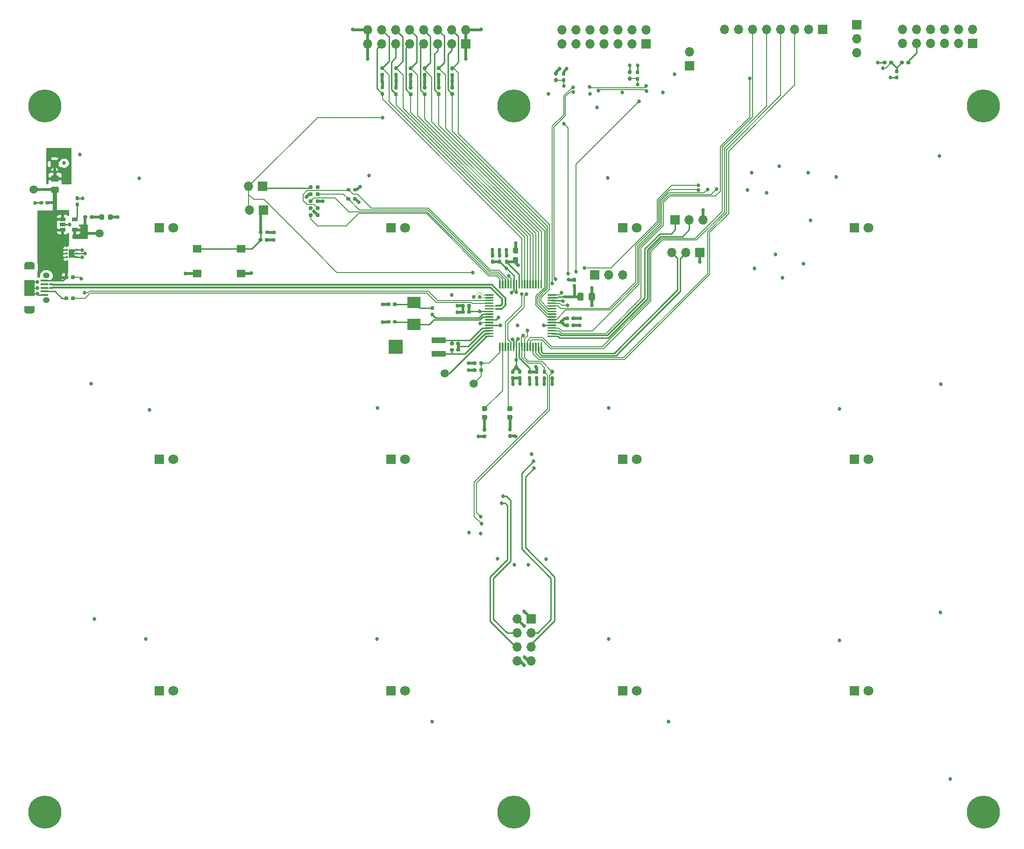
<source format=gbl>
G04 #@! TF.GenerationSoftware,KiCad,Pcbnew,(5.1.9)-1*
G04 #@! TF.CreationDate,2021-06-08T08:05:01+01:00*
G04 #@! TF.ProjectId,LED_Board,4c45445f-426f-4617-9264-2e6b69636164,rev?*
G04 #@! TF.SameCoordinates,Original*
G04 #@! TF.FileFunction,Copper,L4,Bot*
G04 #@! TF.FilePolarity,Positive*
%FSLAX46Y46*%
G04 Gerber Fmt 4.6, Leading zero omitted, Abs format (unit mm)*
G04 Created by KiCad (PCBNEW (5.1.9)-1) date 2021-06-08 08:05:01*
%MOMM*%
%LPD*%
G01*
G04 APERTURE LIST*
G04 #@! TA.AperFunction,ComponentPad*
%ADD10O,1.250000X1.050000*%
G04 #@! TD*
G04 #@! TA.AperFunction,SMDPad,CuDef*
%ADD11R,1.350000X0.400000*%
G04 #@! TD*
G04 #@! TA.AperFunction,ComponentPad*
%ADD12O,1.900000X1.000000*%
G04 #@! TD*
G04 #@! TA.AperFunction,SMDPad,CuDef*
%ADD13R,1.900000X2.900000*%
G04 #@! TD*
G04 #@! TA.AperFunction,SMDPad,CuDef*
%ADD14R,1.900000X0.875000*%
G04 #@! TD*
G04 #@! TA.AperFunction,ComponentPad*
%ADD15R,1.700000X1.700000*%
G04 #@! TD*
G04 #@! TA.AperFunction,ComponentPad*
%ADD16O,1.700000X1.700000*%
G04 #@! TD*
G04 #@! TA.AperFunction,ComponentPad*
%ADD17C,1.800000*%
G04 #@! TD*
G04 #@! TA.AperFunction,ComponentPad*
%ADD18R,1.800000X1.800000*%
G04 #@! TD*
G04 #@! TA.AperFunction,SMDPad,CuDef*
%ADD19C,0.787400*%
G04 #@! TD*
G04 #@! TA.AperFunction,SMDPad,CuDef*
%ADD20C,1.500000*%
G04 #@! TD*
G04 #@! TA.AperFunction,SMDPad,CuDef*
%ADD21R,1.060000X0.650000*%
G04 #@! TD*
G04 #@! TA.AperFunction,SMDPad,CuDef*
%ADD22R,1.000000X1.600000*%
G04 #@! TD*
G04 #@! TA.AperFunction,SMDPad,CuDef*
%ADD23R,2.500000X2.500000*%
G04 #@! TD*
G04 #@! TA.AperFunction,SMDPad,CuDef*
%ADD24R,2.500000X1.000000*%
G04 #@! TD*
G04 #@! TA.AperFunction,SMDPad,CuDef*
%ADD25R,2.400000X2.000000*%
G04 #@! TD*
G04 #@! TA.AperFunction,ComponentPad*
%ADD26C,0.800000*%
G04 #@! TD*
G04 #@! TA.AperFunction,ComponentPad*
%ADD27C,6.000000*%
G04 #@! TD*
G04 #@! TA.AperFunction,SMDPad,CuDef*
%ADD28R,1.600000X1.400000*%
G04 #@! TD*
G04 #@! TA.AperFunction,ViaPad*
%ADD29C,0.685800*%
G04 #@! TD*
G04 #@! TA.AperFunction,Conductor*
%ADD30C,0.254000*%
G04 #@! TD*
G04 #@! TA.AperFunction,Conductor*
%ADD31C,0.508000*%
G04 #@! TD*
G04 #@! TA.AperFunction,Conductor*
%ADD32C,0.152400*%
G04 #@! TD*
G04 #@! TA.AperFunction,Conductor*
%ADD33C,0.762000*%
G04 #@! TD*
G04 #@! TA.AperFunction,Conductor*
%ADD34C,0.117348*%
G04 #@! TD*
G04 #@! TA.AperFunction,Conductor*
%ADD35C,0.330000*%
G04 #@! TD*
G04 #@! TA.AperFunction,Conductor*
%ADD36C,0.100000*%
G04 #@! TD*
G04 APERTURE END LIST*
D10*
X73942200Y-132819100D03*
D11*
X73617200Y-131894100D03*
X73617200Y-131244100D03*
X73617200Y-130594100D03*
X73617200Y-129294100D03*
D10*
X73942200Y-128369100D03*
D12*
X70942200Y-134769100D03*
X70942200Y-126419100D03*
D11*
X73617200Y-129944100D03*
D13*
X70942200Y-130594100D03*
D14*
X70942200Y-126856600D03*
X70942200Y-134331600D03*
D15*
X161848800Y-190652400D03*
D16*
X159308800Y-190652400D03*
X161848800Y-193192400D03*
X159308800Y-193192400D03*
X161848800Y-195732400D03*
X159308800Y-195732400D03*
X161848800Y-198272400D03*
X159308800Y-198272400D03*
G04 #@! TA.AperFunction,SMDPad,CuDef*
G36*
G01*
X166491900Y-93284000D02*
X166171900Y-93284000D01*
G75*
G02*
X166011900Y-93124000I0J160000D01*
G01*
X166011900Y-92729000D01*
G75*
G02*
X166171900Y-92569000I160000J0D01*
G01*
X166491900Y-92569000D01*
G75*
G02*
X166651900Y-92729000I0J-160000D01*
G01*
X166651900Y-93124000D01*
G75*
G02*
X166491900Y-93284000I-160000J0D01*
G01*
G37*
G04 #@! TD.AperFunction*
G04 #@! TA.AperFunction,SMDPad,CuDef*
G36*
G01*
X166491900Y-92089000D02*
X166171900Y-92089000D01*
G75*
G02*
X166011900Y-91929000I0J160000D01*
G01*
X166011900Y-91534000D01*
G75*
G02*
X166171900Y-91374000I160000J0D01*
G01*
X166491900Y-91374000D01*
G75*
G02*
X166651900Y-91534000I0J-160000D01*
G01*
X166651900Y-91929000D01*
G75*
G02*
X166491900Y-92089000I-160000J0D01*
G01*
G37*
G04 #@! TD.AperFunction*
G04 #@! TA.AperFunction,SMDPad,CuDef*
G36*
G01*
X167568900Y-92569000D02*
X167888900Y-92569000D01*
G75*
G02*
X168048900Y-92729000I0J-160000D01*
G01*
X168048900Y-93124000D01*
G75*
G02*
X167888900Y-93284000I-160000J0D01*
G01*
X167568900Y-93284000D01*
G75*
G02*
X167408900Y-93124000I0J160000D01*
G01*
X167408900Y-92729000D01*
G75*
G02*
X167568900Y-92569000I160000J0D01*
G01*
G37*
G04 #@! TD.AperFunction*
G04 #@! TA.AperFunction,SMDPad,CuDef*
G36*
G01*
X167568900Y-91374000D02*
X167888900Y-91374000D01*
G75*
G02*
X168048900Y-91534000I0J-160000D01*
G01*
X168048900Y-91929000D01*
G75*
G02*
X167888900Y-92089000I-160000J0D01*
G01*
X167568900Y-92089000D01*
G75*
G02*
X167408900Y-91929000I0J160000D01*
G01*
X167408900Y-91534000D01*
G75*
G02*
X167568900Y-91374000I160000J0D01*
G01*
G37*
G04 #@! TD.AperFunction*
G04 #@! TA.AperFunction,SMDPad,CuDef*
G36*
G01*
X169135400Y-136299000D02*
X169135400Y-135989000D01*
G75*
G02*
X169290400Y-135834000I155000J0D01*
G01*
X169715400Y-135834000D01*
G75*
G02*
X169870400Y-135989000I0J-155000D01*
G01*
X169870400Y-136299000D01*
G75*
G02*
X169715400Y-136454000I-155000J0D01*
G01*
X169290400Y-136454000D01*
G75*
G02*
X169135400Y-136299000I0J155000D01*
G01*
G37*
G04 #@! TD.AperFunction*
G04 #@! TA.AperFunction,SMDPad,CuDef*
G36*
G01*
X168000400Y-136299000D02*
X168000400Y-135989000D01*
G75*
G02*
X168155400Y-135834000I155000J0D01*
G01*
X168580400Y-135834000D01*
G75*
G02*
X168735400Y-135989000I0J-155000D01*
G01*
X168735400Y-136299000D01*
G75*
G02*
X168580400Y-136454000I-155000J0D01*
G01*
X168155400Y-136454000D01*
G75*
G02*
X168000400Y-136299000I0J155000D01*
G01*
G37*
G04 #@! TD.AperFunction*
G04 #@! TA.AperFunction,SMDPad,CuDef*
G36*
G01*
X149812400Y-134846000D02*
X149812400Y-135156000D01*
G75*
G02*
X149657400Y-135311000I-155000J0D01*
G01*
X149232400Y-135311000D01*
G75*
G02*
X149077400Y-135156000I0J155000D01*
G01*
X149077400Y-134846000D01*
G75*
G02*
X149232400Y-134691000I155000J0D01*
G01*
X149657400Y-134691000D01*
G75*
G02*
X149812400Y-134846000I0J-155000D01*
G01*
G37*
G04 #@! TD.AperFunction*
G04 #@! TA.AperFunction,SMDPad,CuDef*
G36*
G01*
X150947400Y-134846000D02*
X150947400Y-135156000D01*
G75*
G02*
X150792400Y-135311000I-155000J0D01*
G01*
X150367400Y-135311000D01*
G75*
G02*
X150212400Y-135156000I0J155000D01*
G01*
X150212400Y-134846000D01*
G75*
G02*
X150367400Y-134691000I155000J0D01*
G01*
X150792400Y-134691000D01*
G75*
G02*
X150947400Y-134846000I0J-155000D01*
G01*
G37*
G04 #@! TD.AperFunction*
G04 #@! TA.AperFunction,SMDPad,CuDef*
G36*
G01*
X168000400Y-137569000D02*
X168000400Y-137259000D01*
G75*
G02*
X168155400Y-137104000I155000J0D01*
G01*
X168580400Y-137104000D01*
G75*
G02*
X168735400Y-137259000I0J-155000D01*
G01*
X168735400Y-137569000D01*
G75*
G02*
X168580400Y-137724000I-155000J0D01*
G01*
X168155400Y-137724000D01*
G75*
G02*
X168000400Y-137569000I0J155000D01*
G01*
G37*
G04 #@! TD.AperFunction*
G04 #@! TA.AperFunction,SMDPad,CuDef*
G36*
G01*
X169135400Y-137569000D02*
X169135400Y-137259000D01*
G75*
G02*
X169290400Y-137104000I155000J0D01*
G01*
X169715400Y-137104000D01*
G75*
G02*
X169870400Y-137259000I0J-155000D01*
G01*
X169870400Y-137569000D01*
G75*
G02*
X169715400Y-137724000I-155000J0D01*
G01*
X169290400Y-137724000D01*
G75*
G02*
X169135400Y-137569000I0J155000D01*
G01*
G37*
G04 #@! TD.AperFunction*
G04 #@! TA.AperFunction,SMDPad,CuDef*
G36*
G01*
X158366400Y-146631000D02*
X158676400Y-146631000D01*
G75*
G02*
X158831400Y-146786000I0J-155000D01*
G01*
X158831400Y-147211000D01*
G75*
G02*
X158676400Y-147366000I-155000J0D01*
G01*
X158366400Y-147366000D01*
G75*
G02*
X158211400Y-147211000I0J155000D01*
G01*
X158211400Y-146786000D01*
G75*
G02*
X158366400Y-146631000I155000J0D01*
G01*
G37*
G04 #@! TD.AperFunction*
G04 #@! TA.AperFunction,SMDPad,CuDef*
G36*
G01*
X158366400Y-145496000D02*
X158676400Y-145496000D01*
G75*
G02*
X158831400Y-145651000I0J-155000D01*
G01*
X158831400Y-146076000D01*
G75*
G02*
X158676400Y-146231000I-155000J0D01*
G01*
X158366400Y-146231000D01*
G75*
G02*
X158211400Y-146076000I0J155000D01*
G01*
X158211400Y-145651000D01*
G75*
G02*
X158366400Y-145496000I155000J0D01*
G01*
G37*
G04 #@! TD.AperFunction*
G04 #@! TA.AperFunction,SMDPad,CuDef*
G36*
G01*
X137485400Y-136624000D02*
X137485400Y-136934000D01*
G75*
G02*
X137330400Y-137089000I-155000J0D01*
G01*
X136905400Y-137089000D01*
G75*
G02*
X136750400Y-136934000I0J155000D01*
G01*
X136750400Y-136624000D01*
G75*
G02*
X136905400Y-136469000I155000J0D01*
G01*
X137330400Y-136469000D01*
G75*
G02*
X137485400Y-136624000I0J-155000D01*
G01*
G37*
G04 #@! TD.AperFunction*
G04 #@! TA.AperFunction,SMDPad,CuDef*
G36*
G01*
X136350400Y-136624000D02*
X136350400Y-136934000D01*
G75*
G02*
X136195400Y-137089000I-155000J0D01*
G01*
X135770400Y-137089000D01*
G75*
G02*
X135615400Y-136934000I0J155000D01*
G01*
X135615400Y-136624000D01*
G75*
G02*
X135770400Y-136469000I155000J0D01*
G01*
X136195400Y-136469000D01*
G75*
G02*
X136350400Y-136624000I0J-155000D01*
G01*
G37*
G04 #@! TD.AperFunction*
G04 #@! TA.AperFunction,SMDPad,CuDef*
G36*
G01*
X159254200Y-126089700D02*
X158779200Y-126089700D01*
G75*
G02*
X158541700Y-125852200I0J237500D01*
G01*
X158541700Y-125252200D01*
G75*
G02*
X158779200Y-125014700I237500J0D01*
G01*
X159254200Y-125014700D01*
G75*
G02*
X159491700Y-125252200I0J-237500D01*
G01*
X159491700Y-125852200D01*
G75*
G02*
X159254200Y-126089700I-237500J0D01*
G01*
G37*
G04 #@! TD.AperFunction*
G04 #@! TA.AperFunction,SMDPad,CuDef*
G36*
G01*
X159254200Y-124364700D02*
X158779200Y-124364700D01*
G75*
G02*
X158541700Y-124127200I0J237500D01*
G01*
X158541700Y-123527200D01*
G75*
G02*
X158779200Y-123289700I237500J0D01*
G01*
X159254200Y-123289700D01*
G75*
G02*
X159491700Y-123527200I0J-237500D01*
G01*
X159491700Y-124127200D01*
G75*
G02*
X159254200Y-124364700I-237500J0D01*
G01*
G37*
G04 #@! TD.AperFunction*
G04 #@! TA.AperFunction,SMDPad,CuDef*
G36*
G01*
X136350400Y-133449000D02*
X136350400Y-133759000D01*
G75*
G02*
X136195400Y-133914000I-155000J0D01*
G01*
X135770400Y-133914000D01*
G75*
G02*
X135615400Y-133759000I0J155000D01*
G01*
X135615400Y-133449000D01*
G75*
G02*
X135770400Y-133294000I155000J0D01*
G01*
X136195400Y-133294000D01*
G75*
G02*
X136350400Y-133449000I0J-155000D01*
G01*
G37*
G04 #@! TD.AperFunction*
G04 #@! TA.AperFunction,SMDPad,CuDef*
G36*
G01*
X137485400Y-133449000D02*
X137485400Y-133759000D01*
G75*
G02*
X137330400Y-133914000I-155000J0D01*
G01*
X136905400Y-133914000D01*
G75*
G02*
X136750400Y-133759000I0J155000D01*
G01*
X136750400Y-133449000D01*
G75*
G02*
X136905400Y-133294000I155000J0D01*
G01*
X137330400Y-133294000D01*
G75*
G02*
X137485400Y-133449000I0J-155000D01*
G01*
G37*
G04 #@! TD.AperFunction*
G04 #@! TA.AperFunction,SMDPad,CuDef*
G36*
G01*
X148247900Y-142014000D02*
X148247900Y-141704000D01*
G75*
G02*
X148402900Y-141549000I155000J0D01*
G01*
X148827900Y-141549000D01*
G75*
G02*
X148982900Y-141704000I0J-155000D01*
G01*
X148982900Y-142014000D01*
G75*
G02*
X148827900Y-142169000I-155000J0D01*
G01*
X148402900Y-142169000D01*
G75*
G02*
X148247900Y-142014000I0J155000D01*
G01*
G37*
G04 #@! TD.AperFunction*
G04 #@! TA.AperFunction,SMDPad,CuDef*
G36*
G01*
X147112900Y-142014000D02*
X147112900Y-141704000D01*
G75*
G02*
X147267900Y-141549000I155000J0D01*
G01*
X147692900Y-141549000D01*
G75*
G02*
X147847900Y-141704000I0J-155000D01*
G01*
X147847900Y-142014000D01*
G75*
G02*
X147692900Y-142169000I-155000J0D01*
G01*
X147267900Y-142169000D01*
G75*
G02*
X147112900Y-142014000I0J155000D01*
G01*
G37*
G04 #@! TD.AperFunction*
G04 #@! TA.AperFunction,SMDPad,CuDef*
G36*
G01*
X162684400Y-146631000D02*
X162994400Y-146631000D01*
G75*
G02*
X163149400Y-146786000I0J-155000D01*
G01*
X163149400Y-147211000D01*
G75*
G02*
X162994400Y-147366000I-155000J0D01*
G01*
X162684400Y-147366000D01*
G75*
G02*
X162529400Y-147211000I0J155000D01*
G01*
X162529400Y-146786000D01*
G75*
G02*
X162684400Y-146631000I155000J0D01*
G01*
G37*
G04 #@! TD.AperFunction*
G04 #@! TA.AperFunction,SMDPad,CuDef*
G36*
G01*
X162684400Y-145496000D02*
X162994400Y-145496000D01*
G75*
G02*
X163149400Y-145651000I0J-155000D01*
G01*
X163149400Y-146076000D01*
G75*
G02*
X162994400Y-146231000I-155000J0D01*
G01*
X162684400Y-146231000D01*
G75*
G02*
X162529400Y-146076000I0J155000D01*
G01*
X162529400Y-145651000D01*
G75*
G02*
X162684400Y-145496000I155000J0D01*
G01*
G37*
G04 #@! TD.AperFunction*
G04 #@! TA.AperFunction,SMDPad,CuDef*
G36*
G01*
X148974900Y-140561000D02*
X148974900Y-140871000D01*
G75*
G02*
X148819900Y-141026000I-155000J0D01*
G01*
X148394900Y-141026000D01*
G75*
G02*
X148239900Y-140871000I0J155000D01*
G01*
X148239900Y-140561000D01*
G75*
G02*
X148394900Y-140406000I155000J0D01*
G01*
X148819900Y-140406000D01*
G75*
G02*
X148974900Y-140561000I0J-155000D01*
G01*
G37*
G04 #@! TD.AperFunction*
G04 #@! TA.AperFunction,SMDPad,CuDef*
G36*
G01*
X147839900Y-140561000D02*
X147839900Y-140871000D01*
G75*
G02*
X147684900Y-141026000I-155000J0D01*
G01*
X147259900Y-141026000D01*
G75*
G02*
X147104900Y-140871000I0J155000D01*
G01*
X147104900Y-140561000D01*
G75*
G02*
X147259900Y-140406000I155000J0D01*
G01*
X147684900Y-140406000D01*
G75*
G02*
X147839900Y-140561000I0J-155000D01*
G01*
G37*
G04 #@! TD.AperFunction*
G04 #@! TA.AperFunction,SMDPad,CuDef*
G36*
G01*
X157520700Y-126233200D02*
X157210700Y-126233200D01*
G75*
G02*
X157055700Y-126078200I0J155000D01*
G01*
X157055700Y-125653200D01*
G75*
G02*
X157210700Y-125498200I155000J0D01*
G01*
X157520700Y-125498200D01*
G75*
G02*
X157675700Y-125653200I0J-155000D01*
G01*
X157675700Y-126078200D01*
G75*
G02*
X157520700Y-126233200I-155000J0D01*
G01*
G37*
G04 #@! TD.AperFunction*
G04 #@! TA.AperFunction,SMDPad,CuDef*
G36*
G01*
X157520700Y-125098200D02*
X157210700Y-125098200D01*
G75*
G02*
X157055700Y-124943200I0J155000D01*
G01*
X157055700Y-124518200D01*
G75*
G02*
X157210700Y-124363200I155000J0D01*
G01*
X157520700Y-124363200D01*
G75*
G02*
X157675700Y-124518200I0J-155000D01*
G01*
X157675700Y-124943200D01*
G75*
G02*
X157520700Y-125098200I-155000J0D01*
G01*
G37*
G04 #@! TD.AperFunction*
G04 #@! TA.AperFunction,SMDPad,CuDef*
G36*
G01*
X161414400Y-146631000D02*
X161724400Y-146631000D01*
G75*
G02*
X161879400Y-146786000I0J-155000D01*
G01*
X161879400Y-147211000D01*
G75*
G02*
X161724400Y-147366000I-155000J0D01*
G01*
X161414400Y-147366000D01*
G75*
G02*
X161259400Y-147211000I0J155000D01*
G01*
X161259400Y-146786000D01*
G75*
G02*
X161414400Y-146631000I155000J0D01*
G01*
G37*
G04 #@! TD.AperFunction*
G04 #@! TA.AperFunction,SMDPad,CuDef*
G36*
G01*
X161414400Y-145496000D02*
X161724400Y-145496000D01*
G75*
G02*
X161879400Y-145651000I0J-155000D01*
G01*
X161879400Y-146076000D01*
G75*
G02*
X161724400Y-146231000I-155000J0D01*
G01*
X161414400Y-146231000D01*
G75*
G02*
X161259400Y-146076000I0J155000D01*
G01*
X161259400Y-145651000D01*
G75*
G02*
X161414400Y-145496000I155000J0D01*
G01*
G37*
G04 #@! TD.AperFunction*
G04 #@! TA.AperFunction,SMDPad,CuDef*
G36*
G01*
X169827000Y-130652800D02*
X169517000Y-130652800D01*
G75*
G02*
X169362000Y-130497800I0J155000D01*
G01*
X169362000Y-130072800D01*
G75*
G02*
X169517000Y-129917800I155000J0D01*
G01*
X169827000Y-129917800D01*
G75*
G02*
X169982000Y-130072800I0J-155000D01*
G01*
X169982000Y-130497800D01*
G75*
G02*
X169827000Y-130652800I-155000J0D01*
G01*
G37*
G04 #@! TD.AperFunction*
G04 #@! TA.AperFunction,SMDPad,CuDef*
G36*
G01*
X169827000Y-129517800D02*
X169517000Y-129517800D01*
G75*
G02*
X169362000Y-129362800I0J155000D01*
G01*
X169362000Y-128937800D01*
G75*
G02*
X169517000Y-128782800I155000J0D01*
G01*
X169827000Y-128782800D01*
G75*
G02*
X169982000Y-128937800I0J-155000D01*
G01*
X169982000Y-129362800D01*
G75*
G02*
X169827000Y-129517800I-155000J0D01*
G01*
G37*
G04 #@! TD.AperFunction*
G04 #@! TA.AperFunction,SMDPad,CuDef*
G36*
G01*
X156250700Y-126233200D02*
X155940700Y-126233200D01*
G75*
G02*
X155785700Y-126078200I0J155000D01*
G01*
X155785700Y-125653200D01*
G75*
G02*
X155940700Y-125498200I155000J0D01*
G01*
X156250700Y-125498200D01*
G75*
G02*
X156405700Y-125653200I0J-155000D01*
G01*
X156405700Y-126078200D01*
G75*
G02*
X156250700Y-126233200I-155000J0D01*
G01*
G37*
G04 #@! TD.AperFunction*
G04 #@! TA.AperFunction,SMDPad,CuDef*
G36*
G01*
X156250700Y-125098200D02*
X155940700Y-125098200D01*
G75*
G02*
X155785700Y-124943200I0J155000D01*
G01*
X155785700Y-124518200D01*
G75*
G02*
X155940700Y-124363200I155000J0D01*
G01*
X156250700Y-124363200D01*
G75*
G02*
X156405700Y-124518200I0J-155000D01*
G01*
X156405700Y-124943200D01*
G75*
G02*
X156250700Y-125098200I-155000J0D01*
G01*
G37*
G04 #@! TD.AperFunction*
G04 #@! TA.AperFunction,SMDPad,CuDef*
G36*
G01*
X150947400Y-133703000D02*
X150947400Y-134013000D01*
G75*
G02*
X150792400Y-134168000I-155000J0D01*
G01*
X150367400Y-134168000D01*
G75*
G02*
X150212400Y-134013000I0J155000D01*
G01*
X150212400Y-133703000D01*
G75*
G02*
X150367400Y-133548000I155000J0D01*
G01*
X150792400Y-133548000D01*
G75*
G02*
X150947400Y-133703000I0J-155000D01*
G01*
G37*
G04 #@! TD.AperFunction*
G04 #@! TA.AperFunction,SMDPad,CuDef*
G36*
G01*
X149812400Y-133703000D02*
X149812400Y-134013000D01*
G75*
G02*
X149657400Y-134168000I-155000J0D01*
G01*
X149232400Y-134168000D01*
G75*
G02*
X149077400Y-134013000I0J155000D01*
G01*
X149077400Y-133703000D01*
G75*
G02*
X149232400Y-133548000I155000J0D01*
G01*
X149657400Y-133548000D01*
G75*
G02*
X149812400Y-133703000I0J-155000D01*
G01*
G37*
G04 #@! TD.AperFunction*
G04 #@! TA.AperFunction,SMDPad,CuDef*
G36*
G01*
X159636400Y-146631000D02*
X159946400Y-146631000D01*
G75*
G02*
X160101400Y-146786000I0J-155000D01*
G01*
X160101400Y-147211000D01*
G75*
G02*
X159946400Y-147366000I-155000J0D01*
G01*
X159636400Y-147366000D01*
G75*
G02*
X159481400Y-147211000I0J155000D01*
G01*
X159481400Y-146786000D01*
G75*
G02*
X159636400Y-146631000I155000J0D01*
G01*
G37*
G04 #@! TD.AperFunction*
G04 #@! TA.AperFunction,SMDPad,CuDef*
G36*
G01*
X159636400Y-145496000D02*
X159946400Y-145496000D01*
G75*
G02*
X160101400Y-145651000I0J-155000D01*
G01*
X160101400Y-146076000D01*
G75*
G02*
X159946400Y-146231000I-155000J0D01*
G01*
X159636400Y-146231000D01*
G75*
G02*
X159481400Y-146076000I0J155000D01*
G01*
X159481400Y-145651000D01*
G75*
G02*
X159636400Y-145496000I155000J0D01*
G01*
G37*
G04 #@! TD.AperFunction*
G04 #@! TA.AperFunction,SMDPad,CuDef*
G36*
G01*
X227937000Y-90949500D02*
X228247000Y-90949500D01*
G75*
G02*
X228402000Y-91104500I0J-155000D01*
G01*
X228402000Y-91529500D01*
G75*
G02*
X228247000Y-91684500I-155000J0D01*
G01*
X227937000Y-91684500D01*
G75*
G02*
X227782000Y-91529500I0J155000D01*
G01*
X227782000Y-91104500D01*
G75*
G02*
X227937000Y-90949500I155000J0D01*
G01*
G37*
G04 #@! TD.AperFunction*
G04 #@! TA.AperFunction,SMDPad,CuDef*
G36*
G01*
X227937000Y-92084500D02*
X228247000Y-92084500D01*
G75*
G02*
X228402000Y-92239500I0J-155000D01*
G01*
X228402000Y-92664500D01*
G75*
G02*
X228247000Y-92819500I-155000J0D01*
G01*
X227937000Y-92819500D01*
G75*
G02*
X227782000Y-92664500I0J155000D01*
G01*
X227782000Y-92239500D01*
G75*
G02*
X227937000Y-92084500I155000J0D01*
G01*
G37*
G04 #@! TD.AperFunction*
G04 #@! TA.AperFunction,SMDPad,CuDef*
G36*
G01*
X154980700Y-126233200D02*
X154670700Y-126233200D01*
G75*
G02*
X154515700Y-126078200I0J155000D01*
G01*
X154515700Y-125653200D01*
G75*
G02*
X154670700Y-125498200I155000J0D01*
G01*
X154980700Y-125498200D01*
G75*
G02*
X155135700Y-125653200I0J-155000D01*
G01*
X155135700Y-126078200D01*
G75*
G02*
X154980700Y-126233200I-155000J0D01*
G01*
G37*
G04 #@! TD.AperFunction*
G04 #@! TA.AperFunction,SMDPad,CuDef*
G36*
G01*
X154980700Y-125098200D02*
X154670700Y-125098200D01*
G75*
G02*
X154515700Y-124943200I0J155000D01*
G01*
X154515700Y-124518200D01*
G75*
G02*
X154670700Y-124363200I155000J0D01*
G01*
X154980700Y-124363200D01*
G75*
G02*
X155135700Y-124518200I0J-155000D01*
G01*
X155135700Y-124943200D01*
G75*
G02*
X154980700Y-125098200I-155000J0D01*
G01*
G37*
G04 #@! TD.AperFunction*
G04 #@! TA.AperFunction,SMDPad,CuDef*
G36*
G01*
X79733200Y-115844600D02*
X79423200Y-115844600D01*
G75*
G02*
X79268200Y-115689600I0J155000D01*
G01*
X79268200Y-115264600D01*
G75*
G02*
X79423200Y-115109600I155000J0D01*
G01*
X79733200Y-115109600D01*
G75*
G02*
X79888200Y-115264600I0J-155000D01*
G01*
X79888200Y-115689600D01*
G75*
G02*
X79733200Y-115844600I-155000J0D01*
G01*
G37*
G04 #@! TD.AperFunction*
G04 #@! TA.AperFunction,SMDPad,CuDef*
G36*
G01*
X79733200Y-114709600D02*
X79423200Y-114709600D01*
G75*
G02*
X79268200Y-114554600I0J155000D01*
G01*
X79268200Y-114129600D01*
G75*
G02*
X79423200Y-113974600I155000J0D01*
G01*
X79733200Y-113974600D01*
G75*
G02*
X79888200Y-114129600I0J-155000D01*
G01*
X79888200Y-114554600D01*
G75*
G02*
X79733200Y-114709600I-155000J0D01*
G01*
G37*
G04 #@! TD.AperFunction*
G04 #@! TA.AperFunction,SMDPad,CuDef*
G36*
G01*
X73409200Y-115008600D02*
X73409200Y-115318600D01*
G75*
G02*
X73254200Y-115473600I-155000J0D01*
G01*
X72829200Y-115473600D01*
G75*
G02*
X72674200Y-115318600I0J155000D01*
G01*
X72674200Y-115008600D01*
G75*
G02*
X72829200Y-114853600I155000J0D01*
G01*
X73254200Y-114853600D01*
G75*
G02*
X73409200Y-115008600I0J-155000D01*
G01*
G37*
G04 #@! TD.AperFunction*
G04 #@! TA.AperFunction,SMDPad,CuDef*
G36*
G01*
X74544200Y-115008600D02*
X74544200Y-115318600D01*
G75*
G02*
X74389200Y-115473600I-155000J0D01*
G01*
X73964200Y-115473600D01*
G75*
G02*
X73809200Y-115318600I0J155000D01*
G01*
X73809200Y-115008600D01*
G75*
G02*
X73964200Y-114853600I155000J0D01*
G01*
X74389200Y-114853600D01*
G75*
G02*
X74544200Y-115008600I0J-155000D01*
G01*
G37*
G04 #@! TD.AperFunction*
G04 #@! TA.AperFunction,SMDPad,CuDef*
G36*
G01*
X112416500Y-122075000D02*
X112416500Y-121765000D01*
G75*
G02*
X112571500Y-121610000I155000J0D01*
G01*
X112996500Y-121610000D01*
G75*
G02*
X113151500Y-121765000I0J-155000D01*
G01*
X113151500Y-122075000D01*
G75*
G02*
X112996500Y-122230000I-155000J0D01*
G01*
X112571500Y-122230000D01*
G75*
G02*
X112416500Y-122075000I0J155000D01*
G01*
G37*
G04 #@! TD.AperFunction*
G04 #@! TA.AperFunction,SMDPad,CuDef*
G36*
G01*
X113551500Y-122075000D02*
X113551500Y-121765000D01*
G75*
G02*
X113706500Y-121610000I155000J0D01*
G01*
X114131500Y-121610000D01*
G75*
G02*
X114286500Y-121765000I0J-155000D01*
G01*
X114286500Y-122075000D01*
G75*
G02*
X114131500Y-122230000I-155000J0D01*
G01*
X113706500Y-122230000D01*
G75*
G02*
X113551500Y-122075000I0J155000D01*
G01*
G37*
G04 #@! TD.AperFunction*
D17*
X96992800Y-119690200D03*
D18*
X94452800Y-119690200D03*
D17*
X138992800Y-119690200D03*
D18*
X136452800Y-119690200D03*
X178452800Y-119690200D03*
D17*
X180992800Y-119690200D03*
D18*
X220452800Y-119690200D03*
D17*
X222992800Y-119690200D03*
D18*
X94452800Y-161690200D03*
D17*
X96992800Y-161690200D03*
X138992800Y-161690200D03*
D18*
X136452800Y-161690200D03*
D17*
X180992800Y-161690200D03*
D18*
X178452800Y-161690200D03*
D17*
X222992800Y-161690200D03*
D18*
X220452800Y-161690200D03*
D17*
X96992800Y-203690200D03*
D18*
X94452800Y-203690200D03*
X136452800Y-203690200D03*
D17*
X138992800Y-203690200D03*
D18*
X178452800Y-203690200D03*
D17*
X180992800Y-203690200D03*
D18*
X220452800Y-203690200D03*
D17*
X222992800Y-203690200D03*
G04 #@! TA.AperFunction,SMDPad,CuDef*
G36*
G01*
X158218850Y-154514000D02*
X157706350Y-154514000D01*
G75*
G02*
X157487600Y-154295250I0J218750D01*
G01*
X157487600Y-153857750D01*
G75*
G02*
X157706350Y-153639000I218750J0D01*
G01*
X158218850Y-153639000D01*
G75*
G02*
X158437600Y-153857750I0J-218750D01*
G01*
X158437600Y-154295250D01*
G75*
G02*
X158218850Y-154514000I-218750J0D01*
G01*
G37*
G04 #@! TD.AperFunction*
G04 #@! TA.AperFunction,SMDPad,CuDef*
G36*
G01*
X158218850Y-152939000D02*
X157706350Y-152939000D01*
G75*
G02*
X157487600Y-152720250I0J218750D01*
G01*
X157487600Y-152282750D01*
G75*
G02*
X157706350Y-152064000I218750J0D01*
G01*
X158218850Y-152064000D01*
G75*
G02*
X158437600Y-152282750I0J-218750D01*
G01*
X158437600Y-152720250D01*
G75*
G02*
X158218850Y-152939000I-218750J0D01*
G01*
G37*
G04 #@! TD.AperFunction*
G04 #@! TA.AperFunction,SMDPad,CuDef*
G36*
G01*
X153646850Y-152939000D02*
X153134350Y-152939000D01*
G75*
G02*
X152915600Y-152720250I0J218750D01*
G01*
X152915600Y-152282750D01*
G75*
G02*
X153134350Y-152064000I218750J0D01*
G01*
X153646850Y-152064000D01*
G75*
G02*
X153865600Y-152282750I0J-218750D01*
G01*
X153865600Y-152720250D01*
G75*
G02*
X153646850Y-152939000I-218750J0D01*
G01*
G37*
G04 #@! TD.AperFunction*
G04 #@! TA.AperFunction,SMDPad,CuDef*
G36*
G01*
X153646850Y-154514000D02*
X153134350Y-154514000D01*
G75*
G02*
X152915600Y-154295250I0J218750D01*
G01*
X152915600Y-153857750D01*
G75*
G02*
X153134350Y-153639000I218750J0D01*
G01*
X153646850Y-153639000D01*
G75*
G02*
X153865600Y-153857750I0J-218750D01*
G01*
X153865600Y-154295250D01*
G75*
G02*
X153646850Y-154514000I-218750J0D01*
G01*
G37*
G04 #@! TD.AperFunction*
G04 #@! TA.AperFunction,SMDPad,CuDef*
G36*
G01*
X86010200Y-117510850D02*
X86010200Y-118023350D01*
G75*
G02*
X85791450Y-118242100I-218750J0D01*
G01*
X85353950Y-118242100D01*
G75*
G02*
X85135200Y-118023350I0J218750D01*
G01*
X85135200Y-117510850D01*
G75*
G02*
X85353950Y-117292100I218750J0D01*
G01*
X85791450Y-117292100D01*
G75*
G02*
X86010200Y-117510850I0J-218750D01*
G01*
G37*
G04 #@! TD.AperFunction*
G04 #@! TA.AperFunction,SMDPad,CuDef*
G36*
G01*
X84435200Y-117510850D02*
X84435200Y-118023350D01*
G75*
G02*
X84216450Y-118242100I-218750J0D01*
G01*
X83778950Y-118242100D01*
G75*
G02*
X83560200Y-118023350I0J218750D01*
G01*
X83560200Y-117510850D01*
G75*
G02*
X83778950Y-117292100I218750J0D01*
G01*
X84216450Y-117292100D01*
G75*
G02*
X84435200Y-117510850I0J-218750D01*
G01*
G37*
G04 #@! TD.AperFunction*
G04 #@! TA.AperFunction,SMDPad,CuDef*
G36*
G01*
X171355600Y-131756999D02*
X171355600Y-132657001D01*
G75*
G02*
X171105601Y-132907000I-249999J0D01*
G01*
X170455599Y-132907000D01*
G75*
G02*
X170205600Y-132657001I0J249999D01*
G01*
X170205600Y-131756999D01*
G75*
G02*
X170455599Y-131507000I249999J0D01*
G01*
X171105601Y-131507000D01*
G75*
G02*
X171355600Y-131756999I0J-249999D01*
G01*
G37*
G04 #@! TD.AperFunction*
G04 #@! TA.AperFunction,SMDPad,CuDef*
G36*
G01*
X173405600Y-131756999D02*
X173405600Y-132657001D01*
G75*
G02*
X173155601Y-132907000I-249999J0D01*
G01*
X172505599Y-132907000D01*
G75*
G02*
X172255600Y-132657001I0J249999D01*
G01*
X172255600Y-131756999D01*
G75*
G02*
X172505599Y-131507000I249999J0D01*
G01*
X173155601Y-131507000D01*
G75*
G02*
X173405600Y-131756999I0J-249999D01*
G01*
G37*
G04 #@! TD.AperFunction*
G04 #@! TA.AperFunction,SMDPad,CuDef*
G36*
G01*
X75064199Y-110198100D02*
X75964201Y-110198100D01*
G75*
G02*
X76214200Y-110448099I0J-249999D01*
G01*
X76214200Y-111098101D01*
G75*
G02*
X75964201Y-111348100I-249999J0D01*
G01*
X75064199Y-111348100D01*
G75*
G02*
X74814200Y-111098101I0J249999D01*
G01*
X74814200Y-110448099D01*
G75*
G02*
X75064199Y-110198100I249999J0D01*
G01*
G37*
G04 #@! TD.AperFunction*
G04 #@! TA.AperFunction,SMDPad,CuDef*
G36*
G01*
X75064199Y-112248100D02*
X75964201Y-112248100D01*
G75*
G02*
X76214200Y-112498099I0J-249999D01*
G01*
X76214200Y-113148101D01*
G75*
G02*
X75964201Y-113398100I-249999J0D01*
G01*
X75064199Y-113398100D01*
G75*
G02*
X74814200Y-113148101I0J249999D01*
G01*
X74814200Y-112498099D01*
G75*
G02*
X75064199Y-112248100I249999J0D01*
G01*
G37*
G04 #@! TD.AperFunction*
D15*
X182651400Y-86321900D03*
D16*
X182651400Y-83781900D03*
X180111400Y-86321900D03*
X180111400Y-83781900D03*
X177571400Y-86321900D03*
X177571400Y-83781900D03*
X175031400Y-86321900D03*
X175031400Y-83781900D03*
X172491400Y-86321900D03*
X172491400Y-83781900D03*
X169951400Y-86321900D03*
X169951400Y-83781900D03*
X167411400Y-86321900D03*
X167411400Y-83781900D03*
X187325000Y-124206000D03*
X189865000Y-124206000D03*
D15*
X192405000Y-124206000D03*
X150012400Y-86321900D03*
D16*
X150012400Y-83781900D03*
X147472400Y-86321900D03*
X147472400Y-83781900D03*
X144932400Y-86321900D03*
X144932400Y-83781900D03*
X142392400Y-86321900D03*
X142392400Y-83781900D03*
X139852400Y-86321900D03*
X139852400Y-83781900D03*
X137312400Y-86321900D03*
X137312400Y-83781900D03*
X134772400Y-86321900D03*
X134772400Y-83781900D03*
X132232400Y-86321900D03*
X132232400Y-83781900D03*
D15*
X187896500Y-118300500D03*
D16*
X190436500Y-118300500D03*
X192976500Y-118300500D03*
D15*
X214693500Y-83756500D03*
D16*
X212153500Y-83756500D03*
X209613500Y-83756500D03*
X207073500Y-83756500D03*
X204533500Y-83756500D03*
X201993500Y-83756500D03*
X199453500Y-83756500D03*
X196913500Y-83756500D03*
D19*
X123126500Y-112331500D03*
X123126500Y-113601500D03*
X123126500Y-114871500D03*
X123126500Y-116141500D03*
X123126500Y-117411500D03*
X121856500Y-117411500D03*
X121856500Y-116141500D03*
X121856500Y-114871500D03*
X121856500Y-113601500D03*
X121856500Y-112331500D03*
D15*
X113284000Y-116522500D03*
D16*
X110744000Y-116522500D03*
X110655100Y-112204500D03*
D15*
X113195100Y-112204500D03*
G04 #@! TA.AperFunction,SMDPad,CuDef*
G36*
G01*
X165793400Y-146191000D02*
X165473400Y-146191000D01*
G75*
G02*
X165313400Y-146031000I0J160000D01*
G01*
X165313400Y-145636000D01*
G75*
G02*
X165473400Y-145476000I160000J0D01*
G01*
X165793400Y-145476000D01*
G75*
G02*
X165953400Y-145636000I0J-160000D01*
G01*
X165953400Y-146031000D01*
G75*
G02*
X165793400Y-146191000I-160000J0D01*
G01*
G37*
G04 #@! TD.AperFunction*
G04 #@! TA.AperFunction,SMDPad,CuDef*
G36*
G01*
X165793400Y-147386000D02*
X165473400Y-147386000D01*
G75*
G02*
X165313400Y-147226000I0J160000D01*
G01*
X165313400Y-146831000D01*
G75*
G02*
X165473400Y-146671000I160000J0D01*
G01*
X165793400Y-146671000D01*
G75*
G02*
X165953400Y-146831000I0J-160000D01*
G01*
X165953400Y-147226000D01*
G75*
G02*
X165793400Y-147386000I-160000J0D01*
G01*
G37*
G04 #@! TD.AperFunction*
G04 #@! TA.AperFunction,SMDPad,CuDef*
G36*
G01*
X180954700Y-91132100D02*
X181274700Y-91132100D01*
G75*
G02*
X181434700Y-91292100I0J-160000D01*
G01*
X181434700Y-91687100D01*
G75*
G02*
X181274700Y-91847100I-160000J0D01*
G01*
X180954700Y-91847100D01*
G75*
G02*
X180794700Y-91687100I0J160000D01*
G01*
X180794700Y-91292100D01*
G75*
G02*
X180954700Y-91132100I160000J0D01*
G01*
G37*
G04 #@! TD.AperFunction*
G04 #@! TA.AperFunction,SMDPad,CuDef*
G36*
G01*
X180954700Y-92327100D02*
X181274700Y-92327100D01*
G75*
G02*
X181434700Y-92487100I0J-160000D01*
G01*
X181434700Y-92882100D01*
G75*
G02*
X181274700Y-93042100I-160000J0D01*
G01*
X180954700Y-93042100D01*
G75*
G02*
X180794700Y-92882100I0J160000D01*
G01*
X180794700Y-92487100D01*
G75*
G02*
X180954700Y-92327100I160000J0D01*
G01*
G37*
G04 #@! TD.AperFunction*
G04 #@! TA.AperFunction,SMDPad,CuDef*
G36*
G01*
X179877700Y-91809600D02*
X179557700Y-91809600D01*
G75*
G02*
X179397700Y-91649600I0J160000D01*
G01*
X179397700Y-91254600D01*
G75*
G02*
X179557700Y-91094600I160000J0D01*
G01*
X179877700Y-91094600D01*
G75*
G02*
X180037700Y-91254600I0J-160000D01*
G01*
X180037700Y-91649600D01*
G75*
G02*
X179877700Y-91809600I-160000J0D01*
G01*
G37*
G04 #@! TD.AperFunction*
G04 #@! TA.AperFunction,SMDPad,CuDef*
G36*
G01*
X179877700Y-93004600D02*
X179557700Y-93004600D01*
G75*
G02*
X179397700Y-92844600I0J160000D01*
G01*
X179397700Y-92449600D01*
G75*
G02*
X179557700Y-92289600I160000J0D01*
G01*
X179877700Y-92289600D01*
G75*
G02*
X180037700Y-92449600I0J-160000D01*
G01*
X180037700Y-92844600D01*
G75*
G02*
X179877700Y-93004600I-160000J0D01*
G01*
G37*
G04 #@! TD.AperFunction*
G04 #@! TA.AperFunction,SMDPad,CuDef*
G36*
G01*
X164396400Y-147386000D02*
X164076400Y-147386000D01*
G75*
G02*
X163916400Y-147226000I0J160000D01*
G01*
X163916400Y-146831000D01*
G75*
G02*
X164076400Y-146671000I160000J0D01*
G01*
X164396400Y-146671000D01*
G75*
G02*
X164556400Y-146831000I0J-160000D01*
G01*
X164556400Y-147226000D01*
G75*
G02*
X164396400Y-147386000I-160000J0D01*
G01*
G37*
G04 #@! TD.AperFunction*
G04 #@! TA.AperFunction,SMDPad,CuDef*
G36*
G01*
X164396400Y-146191000D02*
X164076400Y-146191000D01*
G75*
G02*
X163916400Y-146031000I0J160000D01*
G01*
X163916400Y-145636000D01*
G75*
G02*
X164076400Y-145476000I160000J0D01*
G01*
X164396400Y-145476000D01*
G75*
G02*
X164556400Y-145636000I0J-160000D01*
G01*
X164556400Y-146031000D01*
G75*
G02*
X164396400Y-146191000I-160000J0D01*
G01*
G37*
G04 #@! TD.AperFunction*
G04 #@! TA.AperFunction,SMDPad,CuDef*
G36*
G01*
X151216400Y-145702000D02*
X151216400Y-145382000D01*
G75*
G02*
X151376400Y-145222000I160000J0D01*
G01*
X151771400Y-145222000D01*
G75*
G02*
X151931400Y-145382000I0J-160000D01*
G01*
X151931400Y-145702000D01*
G75*
G02*
X151771400Y-145862000I-160000J0D01*
G01*
X151376400Y-145862000D01*
G75*
G02*
X151216400Y-145702000I0J160000D01*
G01*
G37*
G04 #@! TD.AperFunction*
G04 #@! TA.AperFunction,SMDPad,CuDef*
G36*
G01*
X152411400Y-145702000D02*
X152411400Y-145382000D01*
G75*
G02*
X152571400Y-145222000I160000J0D01*
G01*
X152966400Y-145222000D01*
G75*
G02*
X153126400Y-145382000I0J-160000D01*
G01*
X153126400Y-145702000D01*
G75*
G02*
X152966400Y-145862000I-160000J0D01*
G01*
X152571400Y-145862000D01*
G75*
G02*
X152411400Y-145702000I0J160000D01*
G01*
G37*
G04 #@! TD.AperFunction*
G04 #@! TA.AperFunction,SMDPad,CuDef*
G36*
G01*
X151931400Y-144112000D02*
X151931400Y-144432000D01*
G75*
G02*
X151771400Y-144592000I-160000J0D01*
G01*
X151376400Y-144592000D01*
G75*
G02*
X151216400Y-144432000I0J160000D01*
G01*
X151216400Y-144112000D01*
G75*
G02*
X151376400Y-143952000I160000J0D01*
G01*
X151771400Y-143952000D01*
G75*
G02*
X151931400Y-144112000I0J-160000D01*
G01*
G37*
G04 #@! TD.AperFunction*
G04 #@! TA.AperFunction,SMDPad,CuDef*
G36*
G01*
X153126400Y-144112000D02*
X153126400Y-144432000D01*
G75*
G02*
X152966400Y-144592000I-160000J0D01*
G01*
X152571400Y-144592000D01*
G75*
G02*
X152411400Y-144432000I0J160000D01*
G01*
X152411400Y-144112000D01*
G75*
G02*
X152571400Y-143952000I160000J0D01*
G01*
X152966400Y-143952000D01*
G75*
G02*
X153126400Y-144112000I0J-160000D01*
G01*
G37*
G04 #@! TD.AperFunction*
G04 #@! TA.AperFunction,SMDPad,CuDef*
G36*
G01*
X157828000Y-157135800D02*
X158148000Y-157135800D01*
G75*
G02*
X158308000Y-157295800I0J-160000D01*
G01*
X158308000Y-157690800D01*
G75*
G02*
X158148000Y-157850800I-160000J0D01*
G01*
X157828000Y-157850800D01*
G75*
G02*
X157668000Y-157690800I0J160000D01*
G01*
X157668000Y-157295800D01*
G75*
G02*
X157828000Y-157135800I160000J0D01*
G01*
G37*
G04 #@! TD.AperFunction*
G04 #@! TA.AperFunction,SMDPad,CuDef*
G36*
G01*
X157828000Y-155940800D02*
X158148000Y-155940800D01*
G75*
G02*
X158308000Y-156100800I0J-160000D01*
G01*
X158308000Y-156495800D01*
G75*
G02*
X158148000Y-156655800I-160000J0D01*
G01*
X157828000Y-156655800D01*
G75*
G02*
X157668000Y-156495800I0J160000D01*
G01*
X157668000Y-156100800D01*
G75*
G02*
X157828000Y-155940800I160000J0D01*
G01*
G37*
G04 #@! TD.AperFunction*
G04 #@! TA.AperFunction,SMDPad,CuDef*
G36*
G01*
X153205200Y-157186600D02*
X153525200Y-157186600D01*
G75*
G02*
X153685200Y-157346600I0J-160000D01*
G01*
X153685200Y-157741600D01*
G75*
G02*
X153525200Y-157901600I-160000J0D01*
G01*
X153205200Y-157901600D01*
G75*
G02*
X153045200Y-157741600I0J160000D01*
G01*
X153045200Y-157346600D01*
G75*
G02*
X153205200Y-157186600I160000J0D01*
G01*
G37*
G04 #@! TD.AperFunction*
G04 #@! TA.AperFunction,SMDPad,CuDef*
G36*
G01*
X153205200Y-155991600D02*
X153525200Y-155991600D01*
G75*
G02*
X153685200Y-156151600I0J-160000D01*
G01*
X153685200Y-156546600D01*
G75*
G02*
X153525200Y-156706600I-160000J0D01*
G01*
X153205200Y-156706600D01*
G75*
G02*
X153045200Y-156546600I0J160000D01*
G01*
X153045200Y-156151600D01*
G75*
G02*
X153205200Y-155991600I160000J0D01*
G01*
G37*
G04 #@! TD.AperFunction*
G04 #@! TA.AperFunction,SMDPad,CuDef*
G36*
G01*
X144076400Y-134634000D02*
X143756400Y-134634000D01*
G75*
G02*
X143596400Y-134474000I0J160000D01*
G01*
X143596400Y-134079000D01*
G75*
G02*
X143756400Y-133919000I160000J0D01*
G01*
X144076400Y-133919000D01*
G75*
G02*
X144236400Y-134079000I0J-160000D01*
G01*
X144236400Y-134474000D01*
G75*
G02*
X144076400Y-134634000I-160000J0D01*
G01*
G37*
G04 #@! TD.AperFunction*
G04 #@! TA.AperFunction,SMDPad,CuDef*
G36*
G01*
X144076400Y-135829000D02*
X143756400Y-135829000D01*
G75*
G02*
X143596400Y-135669000I0J160000D01*
G01*
X143596400Y-135274000D01*
G75*
G02*
X143756400Y-135114000I160000J0D01*
G01*
X144076400Y-135114000D01*
G75*
G02*
X144236400Y-135274000I0J-160000D01*
G01*
X144236400Y-135669000D01*
G75*
G02*
X144076400Y-135829000I-160000J0D01*
G01*
G37*
G04 #@! TD.AperFunction*
G04 #@! TA.AperFunction,SMDPad,CuDef*
G36*
G01*
X226718500Y-89885500D02*
X226718500Y-89565500D01*
G75*
G02*
X226878500Y-89405500I160000J0D01*
G01*
X227273500Y-89405500D01*
G75*
G02*
X227433500Y-89565500I0J-160000D01*
G01*
X227433500Y-89885500D01*
G75*
G02*
X227273500Y-90045500I-160000J0D01*
G01*
X226878500Y-90045500D01*
G75*
G02*
X226718500Y-89885500I0J160000D01*
G01*
G37*
G04 #@! TD.AperFunction*
G04 #@! TA.AperFunction,SMDPad,CuDef*
G36*
G01*
X225523500Y-89885500D02*
X225523500Y-89565500D01*
G75*
G02*
X225683500Y-89405500I160000J0D01*
G01*
X226078500Y-89405500D01*
G75*
G02*
X226238500Y-89565500I0J-160000D01*
G01*
X226238500Y-89885500D01*
G75*
G02*
X226078500Y-90045500I-160000J0D01*
G01*
X225683500Y-90045500D01*
G75*
G02*
X225523500Y-89885500I0J160000D01*
G01*
G37*
G04 #@! TD.AperFunction*
G04 #@! TA.AperFunction,SMDPad,CuDef*
G36*
G01*
X230571000Y-89565500D02*
X230571000Y-89885500D01*
G75*
G02*
X230411000Y-90045500I-160000J0D01*
G01*
X230016000Y-90045500D01*
G75*
G02*
X229856000Y-89885500I0J160000D01*
G01*
X229856000Y-89565500D01*
G75*
G02*
X230016000Y-89405500I160000J0D01*
G01*
X230411000Y-89405500D01*
G75*
G02*
X230571000Y-89565500I0J-160000D01*
G01*
G37*
G04 #@! TD.AperFunction*
G04 #@! TA.AperFunction,SMDPad,CuDef*
G36*
G01*
X229376000Y-89565500D02*
X229376000Y-89885500D01*
G75*
G02*
X229216000Y-90045500I-160000J0D01*
G01*
X228821000Y-90045500D01*
G75*
G02*
X228661000Y-89885500I0J160000D01*
G01*
X228661000Y-89565500D01*
G75*
G02*
X228821000Y-89405500I160000J0D01*
G01*
X229216000Y-89405500D01*
G75*
G02*
X229376000Y-89565500I0J-160000D01*
G01*
G37*
G04 #@! TD.AperFunction*
G04 #@! TA.AperFunction,SMDPad,CuDef*
G36*
G01*
X147708600Y-95811300D02*
X147388600Y-95811300D01*
G75*
G02*
X147228600Y-95651300I0J160000D01*
G01*
X147228600Y-95256300D01*
G75*
G02*
X147388600Y-95096300I160000J0D01*
G01*
X147708600Y-95096300D01*
G75*
G02*
X147868600Y-95256300I0J-160000D01*
G01*
X147868600Y-95651300D01*
G75*
G02*
X147708600Y-95811300I-160000J0D01*
G01*
G37*
G04 #@! TD.AperFunction*
G04 #@! TA.AperFunction,SMDPad,CuDef*
G36*
G01*
X147708600Y-94616300D02*
X147388600Y-94616300D01*
G75*
G02*
X147228600Y-94456300I0J160000D01*
G01*
X147228600Y-94061300D01*
G75*
G02*
X147388600Y-93901300I160000J0D01*
G01*
X147708600Y-93901300D01*
G75*
G02*
X147868600Y-94061300I0J-160000D01*
G01*
X147868600Y-94456300D01*
G75*
G02*
X147708600Y-94616300I-160000J0D01*
G01*
G37*
G04 #@! TD.AperFunction*
G04 #@! TA.AperFunction,SMDPad,CuDef*
G36*
G01*
X140164800Y-95836700D02*
X139844800Y-95836700D01*
G75*
G02*
X139684800Y-95676700I0J160000D01*
G01*
X139684800Y-95281700D01*
G75*
G02*
X139844800Y-95121700I160000J0D01*
G01*
X140164800Y-95121700D01*
G75*
G02*
X140324800Y-95281700I0J-160000D01*
G01*
X140324800Y-95676700D01*
G75*
G02*
X140164800Y-95836700I-160000J0D01*
G01*
G37*
G04 #@! TD.AperFunction*
G04 #@! TA.AperFunction,SMDPad,CuDef*
G36*
G01*
X140164800Y-94641700D02*
X139844800Y-94641700D01*
G75*
G02*
X139684800Y-94481700I0J160000D01*
G01*
X139684800Y-94086700D01*
G75*
G02*
X139844800Y-93926700I160000J0D01*
G01*
X140164800Y-93926700D01*
G75*
G02*
X140324800Y-94086700I0J-160000D01*
G01*
X140324800Y-94481700D01*
G75*
G02*
X140164800Y-94641700I-160000J0D01*
G01*
G37*
G04 #@! TD.AperFunction*
G04 #@! TA.AperFunction,SMDPad,CuDef*
G36*
G01*
X81850200Y-117927100D02*
X81850200Y-117607100D01*
G75*
G02*
X82010200Y-117447100I160000J0D01*
G01*
X82405200Y-117447100D01*
G75*
G02*
X82565200Y-117607100I0J-160000D01*
G01*
X82565200Y-117927100D01*
G75*
G02*
X82405200Y-118087100I-160000J0D01*
G01*
X82010200Y-118087100D01*
G75*
G02*
X81850200Y-117927100I0J160000D01*
G01*
G37*
G04 #@! TD.AperFunction*
G04 #@! TA.AperFunction,SMDPad,CuDef*
G36*
G01*
X80655200Y-117927100D02*
X80655200Y-117607100D01*
G75*
G02*
X80815200Y-117447100I160000J0D01*
G01*
X81210200Y-117447100D01*
G75*
G02*
X81370200Y-117607100I0J-160000D01*
G01*
X81370200Y-117927100D01*
G75*
G02*
X81210200Y-118087100I-160000J0D01*
G01*
X80815200Y-118087100D01*
G75*
G02*
X80655200Y-117927100I0J160000D01*
G01*
G37*
G04 #@! TD.AperFunction*
G04 #@! TA.AperFunction,SMDPad,CuDef*
G36*
G01*
X147363200Y-90446900D02*
X147683200Y-90446900D01*
G75*
G02*
X147843200Y-90606900I0J-160000D01*
G01*
X147843200Y-91001900D01*
G75*
G02*
X147683200Y-91161900I-160000J0D01*
G01*
X147363200Y-91161900D01*
G75*
G02*
X147203200Y-91001900I0J160000D01*
G01*
X147203200Y-90606900D01*
G75*
G02*
X147363200Y-90446900I160000J0D01*
G01*
G37*
G04 #@! TD.AperFunction*
G04 #@! TA.AperFunction,SMDPad,CuDef*
G36*
G01*
X147363200Y-91641900D02*
X147683200Y-91641900D01*
G75*
G02*
X147843200Y-91801900I0J-160000D01*
G01*
X147843200Y-92196900D01*
G75*
G02*
X147683200Y-92356900I-160000J0D01*
G01*
X147363200Y-92356900D01*
G75*
G02*
X147203200Y-92196900I0J160000D01*
G01*
X147203200Y-91801900D01*
G75*
G02*
X147363200Y-91641900I160000J0D01*
G01*
G37*
G04 #@! TD.AperFunction*
G04 #@! TA.AperFunction,SMDPad,CuDef*
G36*
G01*
X139844800Y-91591100D02*
X140164800Y-91591100D01*
G75*
G02*
X140324800Y-91751100I0J-160000D01*
G01*
X140324800Y-92146100D01*
G75*
G02*
X140164800Y-92306100I-160000J0D01*
G01*
X139844800Y-92306100D01*
G75*
G02*
X139684800Y-92146100I0J160000D01*
G01*
X139684800Y-91751100D01*
G75*
G02*
X139844800Y-91591100I160000J0D01*
G01*
G37*
G04 #@! TD.AperFunction*
G04 #@! TA.AperFunction,SMDPad,CuDef*
G36*
G01*
X139844800Y-90396100D02*
X140164800Y-90396100D01*
G75*
G02*
X140324800Y-90556100I0J-160000D01*
G01*
X140324800Y-90951100D01*
G75*
G02*
X140164800Y-91111100I-160000J0D01*
G01*
X139844800Y-91111100D01*
G75*
G02*
X139684800Y-90951100I0J160000D01*
G01*
X139684800Y-90556100D01*
G75*
G02*
X139844800Y-90396100I160000J0D01*
G01*
G37*
G04 #@! TD.AperFunction*
G04 #@! TA.AperFunction,SMDPad,CuDef*
G36*
G01*
X145219400Y-95824600D02*
X144899400Y-95824600D01*
G75*
G02*
X144739400Y-95664600I0J160000D01*
G01*
X144739400Y-95269600D01*
G75*
G02*
X144899400Y-95109600I160000J0D01*
G01*
X145219400Y-95109600D01*
G75*
G02*
X145379400Y-95269600I0J-160000D01*
G01*
X145379400Y-95664600D01*
G75*
G02*
X145219400Y-95824600I-160000J0D01*
G01*
G37*
G04 #@! TD.AperFunction*
G04 #@! TA.AperFunction,SMDPad,CuDef*
G36*
G01*
X145219400Y-94629600D02*
X144899400Y-94629600D01*
G75*
G02*
X144739400Y-94469600I0J160000D01*
G01*
X144739400Y-94074600D01*
G75*
G02*
X144899400Y-93914600I160000J0D01*
G01*
X145219400Y-93914600D01*
G75*
G02*
X145379400Y-94074600I0J-160000D01*
G01*
X145379400Y-94469600D01*
G75*
G02*
X145219400Y-94629600I-160000J0D01*
G01*
G37*
G04 #@! TD.AperFunction*
G04 #@! TA.AperFunction,SMDPad,CuDef*
G36*
G01*
X137497800Y-94641700D02*
X137177800Y-94641700D01*
G75*
G02*
X137017800Y-94481700I0J160000D01*
G01*
X137017800Y-94086700D01*
G75*
G02*
X137177800Y-93926700I160000J0D01*
G01*
X137497800Y-93926700D01*
G75*
G02*
X137657800Y-94086700I0J-160000D01*
G01*
X137657800Y-94481700D01*
G75*
G02*
X137497800Y-94641700I-160000J0D01*
G01*
G37*
G04 #@! TD.AperFunction*
G04 #@! TA.AperFunction,SMDPad,CuDef*
G36*
G01*
X137497800Y-95836700D02*
X137177800Y-95836700D01*
G75*
G02*
X137017800Y-95676700I0J160000D01*
G01*
X137017800Y-95281700D01*
G75*
G02*
X137177800Y-95121700I160000J0D01*
G01*
X137497800Y-95121700D01*
G75*
G02*
X137657800Y-95281700I0J-160000D01*
G01*
X137657800Y-95676700D01*
G75*
G02*
X137497800Y-95836700I-160000J0D01*
G01*
G37*
G04 #@! TD.AperFunction*
G04 #@! TA.AperFunction,SMDPad,CuDef*
G36*
G01*
X144899400Y-91591100D02*
X145219400Y-91591100D01*
G75*
G02*
X145379400Y-91751100I0J-160000D01*
G01*
X145379400Y-92146100D01*
G75*
G02*
X145219400Y-92306100I-160000J0D01*
G01*
X144899400Y-92306100D01*
G75*
G02*
X144739400Y-92146100I0J160000D01*
G01*
X144739400Y-91751100D01*
G75*
G02*
X144899400Y-91591100I160000J0D01*
G01*
G37*
G04 #@! TD.AperFunction*
G04 #@! TA.AperFunction,SMDPad,CuDef*
G36*
G01*
X144899400Y-90396100D02*
X145219400Y-90396100D01*
G75*
G02*
X145379400Y-90556100I0J-160000D01*
G01*
X145379400Y-90951100D01*
G75*
G02*
X145219400Y-91111100I-160000J0D01*
G01*
X144899400Y-91111100D01*
G75*
G02*
X144739400Y-90951100I0J160000D01*
G01*
X144739400Y-90556100D01*
G75*
G02*
X144899400Y-90396100I160000J0D01*
G01*
G37*
G04 #@! TD.AperFunction*
G04 #@! TA.AperFunction,SMDPad,CuDef*
G36*
G01*
X137177800Y-91565700D02*
X137497800Y-91565700D01*
G75*
G02*
X137657800Y-91725700I0J-160000D01*
G01*
X137657800Y-92120700D01*
G75*
G02*
X137497800Y-92280700I-160000J0D01*
G01*
X137177800Y-92280700D01*
G75*
G02*
X137017800Y-92120700I0J160000D01*
G01*
X137017800Y-91725700D01*
G75*
G02*
X137177800Y-91565700I160000J0D01*
G01*
G37*
G04 #@! TD.AperFunction*
G04 #@! TA.AperFunction,SMDPad,CuDef*
G36*
G01*
X137177800Y-90370700D02*
X137497800Y-90370700D01*
G75*
G02*
X137657800Y-90530700I0J-160000D01*
G01*
X137657800Y-90925700D01*
G75*
G02*
X137497800Y-91085700I-160000J0D01*
G01*
X137177800Y-91085700D01*
G75*
G02*
X137017800Y-90925700I0J160000D01*
G01*
X137017800Y-90530700D01*
G75*
G02*
X137177800Y-90370700I160000J0D01*
G01*
G37*
G04 #@! TD.AperFunction*
G04 #@! TA.AperFunction,SMDPad,CuDef*
G36*
G01*
X142704800Y-95836700D02*
X142384800Y-95836700D01*
G75*
G02*
X142224800Y-95676700I0J160000D01*
G01*
X142224800Y-95281700D01*
G75*
G02*
X142384800Y-95121700I160000J0D01*
G01*
X142704800Y-95121700D01*
G75*
G02*
X142864800Y-95281700I0J-160000D01*
G01*
X142864800Y-95676700D01*
G75*
G02*
X142704800Y-95836700I-160000J0D01*
G01*
G37*
G04 #@! TD.AperFunction*
G04 #@! TA.AperFunction,SMDPad,CuDef*
G36*
G01*
X142704800Y-94641700D02*
X142384800Y-94641700D01*
G75*
G02*
X142224800Y-94481700I0J160000D01*
G01*
X142224800Y-94086700D01*
G75*
G02*
X142384800Y-93926700I160000J0D01*
G01*
X142704800Y-93926700D01*
G75*
G02*
X142864800Y-94086700I0J-160000D01*
G01*
X142864800Y-94481700D01*
G75*
G02*
X142704800Y-94641700I-160000J0D01*
G01*
G37*
G04 #@! TD.AperFunction*
G04 #@! TA.AperFunction,SMDPad,CuDef*
G36*
G01*
X135034000Y-94590900D02*
X134714000Y-94590900D01*
G75*
G02*
X134554000Y-94430900I0J160000D01*
G01*
X134554000Y-94035900D01*
G75*
G02*
X134714000Y-93875900I160000J0D01*
G01*
X135034000Y-93875900D01*
G75*
G02*
X135194000Y-94035900I0J-160000D01*
G01*
X135194000Y-94430900D01*
G75*
G02*
X135034000Y-94590900I-160000J0D01*
G01*
G37*
G04 #@! TD.AperFunction*
G04 #@! TA.AperFunction,SMDPad,CuDef*
G36*
G01*
X135034000Y-95785900D02*
X134714000Y-95785900D01*
G75*
G02*
X134554000Y-95625900I0J160000D01*
G01*
X134554000Y-95230900D01*
G75*
G02*
X134714000Y-95070900I160000J0D01*
G01*
X135034000Y-95070900D01*
G75*
G02*
X135194000Y-95230900I0J-160000D01*
G01*
X135194000Y-95625900D01*
G75*
G02*
X135034000Y-95785900I-160000J0D01*
G01*
G37*
G04 #@! TD.AperFunction*
G04 #@! TA.AperFunction,SMDPad,CuDef*
G36*
G01*
X142384800Y-91591100D02*
X142704800Y-91591100D01*
G75*
G02*
X142864800Y-91751100I0J-160000D01*
G01*
X142864800Y-92146100D01*
G75*
G02*
X142704800Y-92306100I-160000J0D01*
G01*
X142384800Y-92306100D01*
G75*
G02*
X142224800Y-92146100I0J160000D01*
G01*
X142224800Y-91751100D01*
G75*
G02*
X142384800Y-91591100I160000J0D01*
G01*
G37*
G04 #@! TD.AperFunction*
G04 #@! TA.AperFunction,SMDPad,CuDef*
G36*
G01*
X142384800Y-90396100D02*
X142704800Y-90396100D01*
G75*
G02*
X142864800Y-90556100I0J-160000D01*
G01*
X142864800Y-90951100D01*
G75*
G02*
X142704800Y-91111100I-160000J0D01*
G01*
X142384800Y-91111100D01*
G75*
G02*
X142224800Y-90951100I0J160000D01*
G01*
X142224800Y-90556100D01*
G75*
G02*
X142384800Y-90396100I160000J0D01*
G01*
G37*
G04 #@! TD.AperFunction*
G04 #@! TA.AperFunction,SMDPad,CuDef*
G36*
G01*
X134688600Y-90396100D02*
X135008600Y-90396100D01*
G75*
G02*
X135168600Y-90556100I0J-160000D01*
G01*
X135168600Y-90951100D01*
G75*
G02*
X135008600Y-91111100I-160000J0D01*
G01*
X134688600Y-91111100D01*
G75*
G02*
X134528600Y-90951100I0J160000D01*
G01*
X134528600Y-90556100D01*
G75*
G02*
X134688600Y-90396100I160000J0D01*
G01*
G37*
G04 #@! TD.AperFunction*
G04 #@! TA.AperFunction,SMDPad,CuDef*
G36*
G01*
X134688600Y-91591100D02*
X135008600Y-91591100D01*
G75*
G02*
X135168600Y-91751100I0J-160000D01*
G01*
X135168600Y-92146100D01*
G75*
G02*
X135008600Y-92306100I-160000J0D01*
G01*
X134688600Y-92306100D01*
G75*
G02*
X134528600Y-92146100I0J160000D01*
G01*
X134528600Y-91751100D01*
G75*
G02*
X134688600Y-91591100I160000J0D01*
G01*
G37*
G04 #@! TD.AperFunction*
G04 #@! TA.AperFunction,SMDPad,CuDef*
G36*
G01*
X129096800Y-112628700D02*
X129096800Y-112948700D01*
G75*
G02*
X128936800Y-113108700I-160000J0D01*
G01*
X128541800Y-113108700D01*
G75*
G02*
X128381800Y-112948700I0J160000D01*
G01*
X128381800Y-112628700D01*
G75*
G02*
X128541800Y-112468700I160000J0D01*
G01*
X128936800Y-112468700D01*
G75*
G02*
X129096800Y-112628700I0J-160000D01*
G01*
G37*
G04 #@! TD.AperFunction*
G04 #@! TA.AperFunction,SMDPad,CuDef*
G36*
G01*
X130291800Y-112628700D02*
X130291800Y-112948700D01*
G75*
G02*
X130131800Y-113108700I-160000J0D01*
G01*
X129736800Y-113108700D01*
G75*
G02*
X129576800Y-112948700I0J160000D01*
G01*
X129576800Y-112628700D01*
G75*
G02*
X129736800Y-112468700I160000J0D01*
G01*
X130131800Y-112468700D01*
G75*
G02*
X130291800Y-112628700I0J-160000D01*
G01*
G37*
G04 #@! TD.AperFunction*
G04 #@! TA.AperFunction,SMDPad,CuDef*
G36*
G01*
X130253700Y-114305100D02*
X130253700Y-114625100D01*
G75*
G02*
X130093700Y-114785100I-160000J0D01*
G01*
X129698700Y-114785100D01*
G75*
G02*
X129538700Y-114625100I0J160000D01*
G01*
X129538700Y-114305100D01*
G75*
G02*
X129698700Y-114145100I160000J0D01*
G01*
X130093700Y-114145100D01*
G75*
G02*
X130253700Y-114305100I0J-160000D01*
G01*
G37*
G04 #@! TD.AperFunction*
G04 #@! TA.AperFunction,SMDPad,CuDef*
G36*
G01*
X129058700Y-114305100D02*
X129058700Y-114625100D01*
G75*
G02*
X128898700Y-114785100I-160000J0D01*
G01*
X128503700Y-114785100D01*
G75*
G02*
X128343700Y-114625100I0J160000D01*
G01*
X128343700Y-114305100D01*
G75*
G02*
X128503700Y-114145100I160000J0D01*
G01*
X128898700Y-114145100D01*
G75*
G02*
X129058700Y-114305100I0J-160000D01*
G01*
G37*
G04 #@! TD.AperFunction*
G04 #@! TA.AperFunction,SMDPad,CuDef*
G36*
G01*
X77226200Y-128849100D02*
X77226200Y-128529100D01*
G75*
G02*
X77386200Y-128369100I160000J0D01*
G01*
X77781200Y-128369100D01*
G75*
G02*
X77941200Y-128529100I0J-160000D01*
G01*
X77941200Y-128849100D01*
G75*
G02*
X77781200Y-129009100I-160000J0D01*
G01*
X77386200Y-129009100D01*
G75*
G02*
X77226200Y-128849100I0J160000D01*
G01*
G37*
G04 #@! TD.AperFunction*
G04 #@! TA.AperFunction,SMDPad,CuDef*
G36*
G01*
X78421200Y-128849100D02*
X78421200Y-128529100D01*
G75*
G02*
X78581200Y-128369100I160000J0D01*
G01*
X78976200Y-128369100D01*
G75*
G02*
X79136200Y-128529100I0J-160000D01*
G01*
X79136200Y-128849100D01*
G75*
G02*
X78976200Y-129009100I-160000J0D01*
G01*
X78581200Y-129009100D01*
G75*
G02*
X78421200Y-128849100I0J160000D01*
G01*
G37*
G04 #@! TD.AperFunction*
G04 #@! TA.AperFunction,SMDPad,CuDef*
G36*
G01*
X77226200Y-132659100D02*
X77226200Y-132339100D01*
G75*
G02*
X77386200Y-132179100I160000J0D01*
G01*
X77781200Y-132179100D01*
G75*
G02*
X77941200Y-132339100I0J-160000D01*
G01*
X77941200Y-132659100D01*
G75*
G02*
X77781200Y-132819100I-160000J0D01*
G01*
X77386200Y-132819100D01*
G75*
G02*
X77226200Y-132659100I0J160000D01*
G01*
G37*
G04 #@! TD.AperFunction*
G04 #@! TA.AperFunction,SMDPad,CuDef*
G36*
G01*
X78421200Y-132659100D02*
X78421200Y-132339100D01*
G75*
G02*
X78581200Y-132179100I160000J0D01*
G01*
X78976200Y-132179100D01*
G75*
G02*
X79136200Y-132339100I0J-160000D01*
G01*
X79136200Y-132659100D01*
G75*
G02*
X78976200Y-132819100I-160000J0D01*
G01*
X78581200Y-132819100D01*
G75*
G02*
X78421200Y-132659100I0J160000D01*
G01*
G37*
G04 #@! TD.AperFunction*
G04 #@! TA.AperFunction,SMDPad,CuDef*
G36*
G01*
X114366000Y-120363000D02*
X114366000Y-120683000D01*
G75*
G02*
X114206000Y-120843000I-160000J0D01*
G01*
X113811000Y-120843000D01*
G75*
G02*
X113651000Y-120683000I0J160000D01*
G01*
X113651000Y-120363000D01*
G75*
G02*
X113811000Y-120203000I160000J0D01*
G01*
X114206000Y-120203000D01*
G75*
G02*
X114366000Y-120363000I0J-160000D01*
G01*
G37*
G04 #@! TD.AperFunction*
G04 #@! TA.AperFunction,SMDPad,CuDef*
G36*
G01*
X113171000Y-120363000D02*
X113171000Y-120683000D01*
G75*
G02*
X113011000Y-120843000I-160000J0D01*
G01*
X112616000Y-120843000D01*
G75*
G02*
X112456000Y-120683000I0J160000D01*
G01*
X112456000Y-120363000D01*
G75*
G02*
X112616000Y-120203000I160000J0D01*
G01*
X113011000Y-120203000D01*
G75*
G02*
X113171000Y-120363000I0J-160000D01*
G01*
G37*
G04 #@! TD.AperFunction*
D20*
X151409400Y-147955000D03*
X146202400Y-146113500D03*
X83642200Y-120688100D03*
X71704200Y-112750600D03*
X75450700Y-108115100D03*
G04 #@! TA.AperFunction,SMDPad,CuDef*
G36*
G01*
X166368400Y-131811000D02*
X166368400Y-131961000D01*
G75*
G02*
X166293400Y-132036000I-75000J0D01*
G01*
X164893400Y-132036000D01*
G75*
G02*
X164818400Y-131961000I0J75000D01*
G01*
X164818400Y-131811000D01*
G75*
G02*
X164893400Y-131736000I75000J0D01*
G01*
X166293400Y-131736000D01*
G75*
G02*
X166368400Y-131811000I0J-75000D01*
G01*
G37*
G04 #@! TD.AperFunction*
G04 #@! TA.AperFunction,SMDPad,CuDef*
G36*
G01*
X166368400Y-132311000D02*
X166368400Y-132461000D01*
G75*
G02*
X166293400Y-132536000I-75000J0D01*
G01*
X164893400Y-132536000D01*
G75*
G02*
X164818400Y-132461000I0J75000D01*
G01*
X164818400Y-132311000D01*
G75*
G02*
X164893400Y-132236000I75000J0D01*
G01*
X166293400Y-132236000D01*
G75*
G02*
X166368400Y-132311000I0J-75000D01*
G01*
G37*
G04 #@! TD.AperFunction*
G04 #@! TA.AperFunction,SMDPad,CuDef*
G36*
G01*
X166368400Y-132811000D02*
X166368400Y-132961000D01*
G75*
G02*
X166293400Y-133036000I-75000J0D01*
G01*
X164893400Y-133036000D01*
G75*
G02*
X164818400Y-132961000I0J75000D01*
G01*
X164818400Y-132811000D01*
G75*
G02*
X164893400Y-132736000I75000J0D01*
G01*
X166293400Y-132736000D01*
G75*
G02*
X166368400Y-132811000I0J-75000D01*
G01*
G37*
G04 #@! TD.AperFunction*
G04 #@! TA.AperFunction,SMDPad,CuDef*
G36*
G01*
X166368400Y-133311000D02*
X166368400Y-133461000D01*
G75*
G02*
X166293400Y-133536000I-75000J0D01*
G01*
X164893400Y-133536000D01*
G75*
G02*
X164818400Y-133461000I0J75000D01*
G01*
X164818400Y-133311000D01*
G75*
G02*
X164893400Y-133236000I75000J0D01*
G01*
X166293400Y-133236000D01*
G75*
G02*
X166368400Y-133311000I0J-75000D01*
G01*
G37*
G04 #@! TD.AperFunction*
G04 #@! TA.AperFunction,SMDPad,CuDef*
G36*
G01*
X166368400Y-133811000D02*
X166368400Y-133961000D01*
G75*
G02*
X166293400Y-134036000I-75000J0D01*
G01*
X164893400Y-134036000D01*
G75*
G02*
X164818400Y-133961000I0J75000D01*
G01*
X164818400Y-133811000D01*
G75*
G02*
X164893400Y-133736000I75000J0D01*
G01*
X166293400Y-133736000D01*
G75*
G02*
X166368400Y-133811000I0J-75000D01*
G01*
G37*
G04 #@! TD.AperFunction*
G04 #@! TA.AperFunction,SMDPad,CuDef*
G36*
G01*
X166368400Y-134311000D02*
X166368400Y-134461000D01*
G75*
G02*
X166293400Y-134536000I-75000J0D01*
G01*
X164893400Y-134536000D01*
G75*
G02*
X164818400Y-134461000I0J75000D01*
G01*
X164818400Y-134311000D01*
G75*
G02*
X164893400Y-134236000I75000J0D01*
G01*
X166293400Y-134236000D01*
G75*
G02*
X166368400Y-134311000I0J-75000D01*
G01*
G37*
G04 #@! TD.AperFunction*
G04 #@! TA.AperFunction,SMDPad,CuDef*
G36*
G01*
X166368400Y-134811000D02*
X166368400Y-134961000D01*
G75*
G02*
X166293400Y-135036000I-75000J0D01*
G01*
X164893400Y-135036000D01*
G75*
G02*
X164818400Y-134961000I0J75000D01*
G01*
X164818400Y-134811000D01*
G75*
G02*
X164893400Y-134736000I75000J0D01*
G01*
X166293400Y-134736000D01*
G75*
G02*
X166368400Y-134811000I0J-75000D01*
G01*
G37*
G04 #@! TD.AperFunction*
G04 #@! TA.AperFunction,SMDPad,CuDef*
G36*
G01*
X166368400Y-135311000D02*
X166368400Y-135461000D01*
G75*
G02*
X166293400Y-135536000I-75000J0D01*
G01*
X164893400Y-135536000D01*
G75*
G02*
X164818400Y-135461000I0J75000D01*
G01*
X164818400Y-135311000D01*
G75*
G02*
X164893400Y-135236000I75000J0D01*
G01*
X166293400Y-135236000D01*
G75*
G02*
X166368400Y-135311000I0J-75000D01*
G01*
G37*
G04 #@! TD.AperFunction*
G04 #@! TA.AperFunction,SMDPad,CuDef*
G36*
G01*
X166368400Y-135811000D02*
X166368400Y-135961000D01*
G75*
G02*
X166293400Y-136036000I-75000J0D01*
G01*
X164893400Y-136036000D01*
G75*
G02*
X164818400Y-135961000I0J75000D01*
G01*
X164818400Y-135811000D01*
G75*
G02*
X164893400Y-135736000I75000J0D01*
G01*
X166293400Y-135736000D01*
G75*
G02*
X166368400Y-135811000I0J-75000D01*
G01*
G37*
G04 #@! TD.AperFunction*
G04 #@! TA.AperFunction,SMDPad,CuDef*
G36*
G01*
X166368400Y-136311000D02*
X166368400Y-136461000D01*
G75*
G02*
X166293400Y-136536000I-75000J0D01*
G01*
X164893400Y-136536000D01*
G75*
G02*
X164818400Y-136461000I0J75000D01*
G01*
X164818400Y-136311000D01*
G75*
G02*
X164893400Y-136236000I75000J0D01*
G01*
X166293400Y-136236000D01*
G75*
G02*
X166368400Y-136311000I0J-75000D01*
G01*
G37*
G04 #@! TD.AperFunction*
G04 #@! TA.AperFunction,SMDPad,CuDef*
G36*
G01*
X166368400Y-136811000D02*
X166368400Y-136961000D01*
G75*
G02*
X166293400Y-137036000I-75000J0D01*
G01*
X164893400Y-137036000D01*
G75*
G02*
X164818400Y-136961000I0J75000D01*
G01*
X164818400Y-136811000D01*
G75*
G02*
X164893400Y-136736000I75000J0D01*
G01*
X166293400Y-136736000D01*
G75*
G02*
X166368400Y-136811000I0J-75000D01*
G01*
G37*
G04 #@! TD.AperFunction*
G04 #@! TA.AperFunction,SMDPad,CuDef*
G36*
G01*
X166368400Y-137311000D02*
X166368400Y-137461000D01*
G75*
G02*
X166293400Y-137536000I-75000J0D01*
G01*
X164893400Y-137536000D01*
G75*
G02*
X164818400Y-137461000I0J75000D01*
G01*
X164818400Y-137311000D01*
G75*
G02*
X164893400Y-137236000I75000J0D01*
G01*
X166293400Y-137236000D01*
G75*
G02*
X166368400Y-137311000I0J-75000D01*
G01*
G37*
G04 #@! TD.AperFunction*
G04 #@! TA.AperFunction,SMDPad,CuDef*
G36*
G01*
X166368400Y-137811000D02*
X166368400Y-137961000D01*
G75*
G02*
X166293400Y-138036000I-75000J0D01*
G01*
X164893400Y-138036000D01*
G75*
G02*
X164818400Y-137961000I0J75000D01*
G01*
X164818400Y-137811000D01*
G75*
G02*
X164893400Y-137736000I75000J0D01*
G01*
X166293400Y-137736000D01*
G75*
G02*
X166368400Y-137811000I0J-75000D01*
G01*
G37*
G04 #@! TD.AperFunction*
G04 #@! TA.AperFunction,SMDPad,CuDef*
G36*
G01*
X166368400Y-138311000D02*
X166368400Y-138461000D01*
G75*
G02*
X166293400Y-138536000I-75000J0D01*
G01*
X164893400Y-138536000D01*
G75*
G02*
X164818400Y-138461000I0J75000D01*
G01*
X164818400Y-138311000D01*
G75*
G02*
X164893400Y-138236000I75000J0D01*
G01*
X166293400Y-138236000D01*
G75*
G02*
X166368400Y-138311000I0J-75000D01*
G01*
G37*
G04 #@! TD.AperFunction*
G04 #@! TA.AperFunction,SMDPad,CuDef*
G36*
G01*
X166368400Y-138811000D02*
X166368400Y-138961000D01*
G75*
G02*
X166293400Y-139036000I-75000J0D01*
G01*
X164893400Y-139036000D01*
G75*
G02*
X164818400Y-138961000I0J75000D01*
G01*
X164818400Y-138811000D01*
G75*
G02*
X164893400Y-138736000I75000J0D01*
G01*
X166293400Y-138736000D01*
G75*
G02*
X166368400Y-138811000I0J-75000D01*
G01*
G37*
G04 #@! TD.AperFunction*
G04 #@! TA.AperFunction,SMDPad,CuDef*
G36*
G01*
X166368400Y-139311000D02*
X166368400Y-139461000D01*
G75*
G02*
X166293400Y-139536000I-75000J0D01*
G01*
X164893400Y-139536000D01*
G75*
G02*
X164818400Y-139461000I0J75000D01*
G01*
X164818400Y-139311000D01*
G75*
G02*
X164893400Y-139236000I75000J0D01*
G01*
X166293400Y-139236000D01*
G75*
G02*
X166368400Y-139311000I0J-75000D01*
G01*
G37*
G04 #@! TD.AperFunction*
G04 #@! TA.AperFunction,SMDPad,CuDef*
G36*
G01*
X163818400Y-140611000D02*
X163818400Y-142011000D01*
G75*
G02*
X163743400Y-142086000I-75000J0D01*
G01*
X163593400Y-142086000D01*
G75*
G02*
X163518400Y-142011000I0J75000D01*
G01*
X163518400Y-140611000D01*
G75*
G02*
X163593400Y-140536000I75000J0D01*
G01*
X163743400Y-140536000D01*
G75*
G02*
X163818400Y-140611000I0J-75000D01*
G01*
G37*
G04 #@! TD.AperFunction*
G04 #@! TA.AperFunction,SMDPad,CuDef*
G36*
G01*
X163318400Y-140611000D02*
X163318400Y-142011000D01*
G75*
G02*
X163243400Y-142086000I-75000J0D01*
G01*
X163093400Y-142086000D01*
G75*
G02*
X163018400Y-142011000I0J75000D01*
G01*
X163018400Y-140611000D01*
G75*
G02*
X163093400Y-140536000I75000J0D01*
G01*
X163243400Y-140536000D01*
G75*
G02*
X163318400Y-140611000I0J-75000D01*
G01*
G37*
G04 #@! TD.AperFunction*
G04 #@! TA.AperFunction,SMDPad,CuDef*
G36*
G01*
X162818400Y-140611000D02*
X162818400Y-142011000D01*
G75*
G02*
X162743400Y-142086000I-75000J0D01*
G01*
X162593400Y-142086000D01*
G75*
G02*
X162518400Y-142011000I0J75000D01*
G01*
X162518400Y-140611000D01*
G75*
G02*
X162593400Y-140536000I75000J0D01*
G01*
X162743400Y-140536000D01*
G75*
G02*
X162818400Y-140611000I0J-75000D01*
G01*
G37*
G04 #@! TD.AperFunction*
G04 #@! TA.AperFunction,SMDPad,CuDef*
G36*
G01*
X162318400Y-140611000D02*
X162318400Y-142011000D01*
G75*
G02*
X162243400Y-142086000I-75000J0D01*
G01*
X162093400Y-142086000D01*
G75*
G02*
X162018400Y-142011000I0J75000D01*
G01*
X162018400Y-140611000D01*
G75*
G02*
X162093400Y-140536000I75000J0D01*
G01*
X162243400Y-140536000D01*
G75*
G02*
X162318400Y-140611000I0J-75000D01*
G01*
G37*
G04 #@! TD.AperFunction*
G04 #@! TA.AperFunction,SMDPad,CuDef*
G36*
G01*
X161818400Y-140611000D02*
X161818400Y-142011000D01*
G75*
G02*
X161743400Y-142086000I-75000J0D01*
G01*
X161593400Y-142086000D01*
G75*
G02*
X161518400Y-142011000I0J75000D01*
G01*
X161518400Y-140611000D01*
G75*
G02*
X161593400Y-140536000I75000J0D01*
G01*
X161743400Y-140536000D01*
G75*
G02*
X161818400Y-140611000I0J-75000D01*
G01*
G37*
G04 #@! TD.AperFunction*
G04 #@! TA.AperFunction,SMDPad,CuDef*
G36*
G01*
X161318400Y-140611000D02*
X161318400Y-142011000D01*
G75*
G02*
X161243400Y-142086000I-75000J0D01*
G01*
X161093400Y-142086000D01*
G75*
G02*
X161018400Y-142011000I0J75000D01*
G01*
X161018400Y-140611000D01*
G75*
G02*
X161093400Y-140536000I75000J0D01*
G01*
X161243400Y-140536000D01*
G75*
G02*
X161318400Y-140611000I0J-75000D01*
G01*
G37*
G04 #@! TD.AperFunction*
G04 #@! TA.AperFunction,SMDPad,CuDef*
G36*
G01*
X160818400Y-140611000D02*
X160818400Y-142011000D01*
G75*
G02*
X160743400Y-142086000I-75000J0D01*
G01*
X160593400Y-142086000D01*
G75*
G02*
X160518400Y-142011000I0J75000D01*
G01*
X160518400Y-140611000D01*
G75*
G02*
X160593400Y-140536000I75000J0D01*
G01*
X160743400Y-140536000D01*
G75*
G02*
X160818400Y-140611000I0J-75000D01*
G01*
G37*
G04 #@! TD.AperFunction*
G04 #@! TA.AperFunction,SMDPad,CuDef*
G36*
G01*
X160318400Y-140611000D02*
X160318400Y-142011000D01*
G75*
G02*
X160243400Y-142086000I-75000J0D01*
G01*
X160093400Y-142086000D01*
G75*
G02*
X160018400Y-142011000I0J75000D01*
G01*
X160018400Y-140611000D01*
G75*
G02*
X160093400Y-140536000I75000J0D01*
G01*
X160243400Y-140536000D01*
G75*
G02*
X160318400Y-140611000I0J-75000D01*
G01*
G37*
G04 #@! TD.AperFunction*
G04 #@! TA.AperFunction,SMDPad,CuDef*
G36*
G01*
X159818400Y-140611000D02*
X159818400Y-142011000D01*
G75*
G02*
X159743400Y-142086000I-75000J0D01*
G01*
X159593400Y-142086000D01*
G75*
G02*
X159518400Y-142011000I0J75000D01*
G01*
X159518400Y-140611000D01*
G75*
G02*
X159593400Y-140536000I75000J0D01*
G01*
X159743400Y-140536000D01*
G75*
G02*
X159818400Y-140611000I0J-75000D01*
G01*
G37*
G04 #@! TD.AperFunction*
G04 #@! TA.AperFunction,SMDPad,CuDef*
G36*
G01*
X159318400Y-140611000D02*
X159318400Y-142011000D01*
G75*
G02*
X159243400Y-142086000I-75000J0D01*
G01*
X159093400Y-142086000D01*
G75*
G02*
X159018400Y-142011000I0J75000D01*
G01*
X159018400Y-140611000D01*
G75*
G02*
X159093400Y-140536000I75000J0D01*
G01*
X159243400Y-140536000D01*
G75*
G02*
X159318400Y-140611000I0J-75000D01*
G01*
G37*
G04 #@! TD.AperFunction*
G04 #@! TA.AperFunction,SMDPad,CuDef*
G36*
G01*
X158818400Y-140611000D02*
X158818400Y-142011000D01*
G75*
G02*
X158743400Y-142086000I-75000J0D01*
G01*
X158593400Y-142086000D01*
G75*
G02*
X158518400Y-142011000I0J75000D01*
G01*
X158518400Y-140611000D01*
G75*
G02*
X158593400Y-140536000I75000J0D01*
G01*
X158743400Y-140536000D01*
G75*
G02*
X158818400Y-140611000I0J-75000D01*
G01*
G37*
G04 #@! TD.AperFunction*
G04 #@! TA.AperFunction,SMDPad,CuDef*
G36*
G01*
X158318400Y-140611000D02*
X158318400Y-142011000D01*
G75*
G02*
X158243400Y-142086000I-75000J0D01*
G01*
X158093400Y-142086000D01*
G75*
G02*
X158018400Y-142011000I0J75000D01*
G01*
X158018400Y-140611000D01*
G75*
G02*
X158093400Y-140536000I75000J0D01*
G01*
X158243400Y-140536000D01*
G75*
G02*
X158318400Y-140611000I0J-75000D01*
G01*
G37*
G04 #@! TD.AperFunction*
G04 #@! TA.AperFunction,SMDPad,CuDef*
G36*
G01*
X157818400Y-140611000D02*
X157818400Y-142011000D01*
G75*
G02*
X157743400Y-142086000I-75000J0D01*
G01*
X157593400Y-142086000D01*
G75*
G02*
X157518400Y-142011000I0J75000D01*
G01*
X157518400Y-140611000D01*
G75*
G02*
X157593400Y-140536000I75000J0D01*
G01*
X157743400Y-140536000D01*
G75*
G02*
X157818400Y-140611000I0J-75000D01*
G01*
G37*
G04 #@! TD.AperFunction*
G04 #@! TA.AperFunction,SMDPad,CuDef*
G36*
G01*
X157318400Y-140611000D02*
X157318400Y-142011000D01*
G75*
G02*
X157243400Y-142086000I-75000J0D01*
G01*
X157093400Y-142086000D01*
G75*
G02*
X157018400Y-142011000I0J75000D01*
G01*
X157018400Y-140611000D01*
G75*
G02*
X157093400Y-140536000I75000J0D01*
G01*
X157243400Y-140536000D01*
G75*
G02*
X157318400Y-140611000I0J-75000D01*
G01*
G37*
G04 #@! TD.AperFunction*
G04 #@! TA.AperFunction,SMDPad,CuDef*
G36*
G01*
X156818400Y-140611000D02*
X156818400Y-142011000D01*
G75*
G02*
X156743400Y-142086000I-75000J0D01*
G01*
X156593400Y-142086000D01*
G75*
G02*
X156518400Y-142011000I0J75000D01*
G01*
X156518400Y-140611000D01*
G75*
G02*
X156593400Y-140536000I75000J0D01*
G01*
X156743400Y-140536000D01*
G75*
G02*
X156818400Y-140611000I0J-75000D01*
G01*
G37*
G04 #@! TD.AperFunction*
G04 #@! TA.AperFunction,SMDPad,CuDef*
G36*
G01*
X156318400Y-140611000D02*
X156318400Y-142011000D01*
G75*
G02*
X156243400Y-142086000I-75000J0D01*
G01*
X156093400Y-142086000D01*
G75*
G02*
X156018400Y-142011000I0J75000D01*
G01*
X156018400Y-140611000D01*
G75*
G02*
X156093400Y-140536000I75000J0D01*
G01*
X156243400Y-140536000D01*
G75*
G02*
X156318400Y-140611000I0J-75000D01*
G01*
G37*
G04 #@! TD.AperFunction*
G04 #@! TA.AperFunction,SMDPad,CuDef*
G36*
G01*
X155018400Y-139311000D02*
X155018400Y-139461000D01*
G75*
G02*
X154943400Y-139536000I-75000J0D01*
G01*
X153543400Y-139536000D01*
G75*
G02*
X153468400Y-139461000I0J75000D01*
G01*
X153468400Y-139311000D01*
G75*
G02*
X153543400Y-139236000I75000J0D01*
G01*
X154943400Y-139236000D01*
G75*
G02*
X155018400Y-139311000I0J-75000D01*
G01*
G37*
G04 #@! TD.AperFunction*
G04 #@! TA.AperFunction,SMDPad,CuDef*
G36*
G01*
X155018400Y-138811000D02*
X155018400Y-138961000D01*
G75*
G02*
X154943400Y-139036000I-75000J0D01*
G01*
X153543400Y-139036000D01*
G75*
G02*
X153468400Y-138961000I0J75000D01*
G01*
X153468400Y-138811000D01*
G75*
G02*
X153543400Y-138736000I75000J0D01*
G01*
X154943400Y-138736000D01*
G75*
G02*
X155018400Y-138811000I0J-75000D01*
G01*
G37*
G04 #@! TD.AperFunction*
G04 #@! TA.AperFunction,SMDPad,CuDef*
G36*
G01*
X155018400Y-138311000D02*
X155018400Y-138461000D01*
G75*
G02*
X154943400Y-138536000I-75000J0D01*
G01*
X153543400Y-138536000D01*
G75*
G02*
X153468400Y-138461000I0J75000D01*
G01*
X153468400Y-138311000D01*
G75*
G02*
X153543400Y-138236000I75000J0D01*
G01*
X154943400Y-138236000D01*
G75*
G02*
X155018400Y-138311000I0J-75000D01*
G01*
G37*
G04 #@! TD.AperFunction*
G04 #@! TA.AperFunction,SMDPad,CuDef*
G36*
G01*
X155018400Y-137811000D02*
X155018400Y-137961000D01*
G75*
G02*
X154943400Y-138036000I-75000J0D01*
G01*
X153543400Y-138036000D01*
G75*
G02*
X153468400Y-137961000I0J75000D01*
G01*
X153468400Y-137811000D01*
G75*
G02*
X153543400Y-137736000I75000J0D01*
G01*
X154943400Y-137736000D01*
G75*
G02*
X155018400Y-137811000I0J-75000D01*
G01*
G37*
G04 #@! TD.AperFunction*
G04 #@! TA.AperFunction,SMDPad,CuDef*
G36*
G01*
X155018400Y-137311000D02*
X155018400Y-137461000D01*
G75*
G02*
X154943400Y-137536000I-75000J0D01*
G01*
X153543400Y-137536000D01*
G75*
G02*
X153468400Y-137461000I0J75000D01*
G01*
X153468400Y-137311000D01*
G75*
G02*
X153543400Y-137236000I75000J0D01*
G01*
X154943400Y-137236000D01*
G75*
G02*
X155018400Y-137311000I0J-75000D01*
G01*
G37*
G04 #@! TD.AperFunction*
G04 #@! TA.AperFunction,SMDPad,CuDef*
G36*
G01*
X155018400Y-136811000D02*
X155018400Y-136961000D01*
G75*
G02*
X154943400Y-137036000I-75000J0D01*
G01*
X153543400Y-137036000D01*
G75*
G02*
X153468400Y-136961000I0J75000D01*
G01*
X153468400Y-136811000D01*
G75*
G02*
X153543400Y-136736000I75000J0D01*
G01*
X154943400Y-136736000D01*
G75*
G02*
X155018400Y-136811000I0J-75000D01*
G01*
G37*
G04 #@! TD.AperFunction*
G04 #@! TA.AperFunction,SMDPad,CuDef*
G36*
G01*
X155018400Y-136311000D02*
X155018400Y-136461000D01*
G75*
G02*
X154943400Y-136536000I-75000J0D01*
G01*
X153543400Y-136536000D01*
G75*
G02*
X153468400Y-136461000I0J75000D01*
G01*
X153468400Y-136311000D01*
G75*
G02*
X153543400Y-136236000I75000J0D01*
G01*
X154943400Y-136236000D01*
G75*
G02*
X155018400Y-136311000I0J-75000D01*
G01*
G37*
G04 #@! TD.AperFunction*
G04 #@! TA.AperFunction,SMDPad,CuDef*
G36*
G01*
X155018400Y-135811000D02*
X155018400Y-135961000D01*
G75*
G02*
X154943400Y-136036000I-75000J0D01*
G01*
X153543400Y-136036000D01*
G75*
G02*
X153468400Y-135961000I0J75000D01*
G01*
X153468400Y-135811000D01*
G75*
G02*
X153543400Y-135736000I75000J0D01*
G01*
X154943400Y-135736000D01*
G75*
G02*
X155018400Y-135811000I0J-75000D01*
G01*
G37*
G04 #@! TD.AperFunction*
G04 #@! TA.AperFunction,SMDPad,CuDef*
G36*
G01*
X155018400Y-135311000D02*
X155018400Y-135461000D01*
G75*
G02*
X154943400Y-135536000I-75000J0D01*
G01*
X153543400Y-135536000D01*
G75*
G02*
X153468400Y-135461000I0J75000D01*
G01*
X153468400Y-135311000D01*
G75*
G02*
X153543400Y-135236000I75000J0D01*
G01*
X154943400Y-135236000D01*
G75*
G02*
X155018400Y-135311000I0J-75000D01*
G01*
G37*
G04 #@! TD.AperFunction*
G04 #@! TA.AperFunction,SMDPad,CuDef*
G36*
G01*
X155018400Y-134811000D02*
X155018400Y-134961000D01*
G75*
G02*
X154943400Y-135036000I-75000J0D01*
G01*
X153543400Y-135036000D01*
G75*
G02*
X153468400Y-134961000I0J75000D01*
G01*
X153468400Y-134811000D01*
G75*
G02*
X153543400Y-134736000I75000J0D01*
G01*
X154943400Y-134736000D01*
G75*
G02*
X155018400Y-134811000I0J-75000D01*
G01*
G37*
G04 #@! TD.AperFunction*
G04 #@! TA.AperFunction,SMDPad,CuDef*
G36*
G01*
X155018400Y-134311000D02*
X155018400Y-134461000D01*
G75*
G02*
X154943400Y-134536000I-75000J0D01*
G01*
X153543400Y-134536000D01*
G75*
G02*
X153468400Y-134461000I0J75000D01*
G01*
X153468400Y-134311000D01*
G75*
G02*
X153543400Y-134236000I75000J0D01*
G01*
X154943400Y-134236000D01*
G75*
G02*
X155018400Y-134311000I0J-75000D01*
G01*
G37*
G04 #@! TD.AperFunction*
G04 #@! TA.AperFunction,SMDPad,CuDef*
G36*
G01*
X155018400Y-133811000D02*
X155018400Y-133961000D01*
G75*
G02*
X154943400Y-134036000I-75000J0D01*
G01*
X153543400Y-134036000D01*
G75*
G02*
X153468400Y-133961000I0J75000D01*
G01*
X153468400Y-133811000D01*
G75*
G02*
X153543400Y-133736000I75000J0D01*
G01*
X154943400Y-133736000D01*
G75*
G02*
X155018400Y-133811000I0J-75000D01*
G01*
G37*
G04 #@! TD.AperFunction*
G04 #@! TA.AperFunction,SMDPad,CuDef*
G36*
G01*
X155018400Y-133311000D02*
X155018400Y-133461000D01*
G75*
G02*
X154943400Y-133536000I-75000J0D01*
G01*
X153543400Y-133536000D01*
G75*
G02*
X153468400Y-133461000I0J75000D01*
G01*
X153468400Y-133311000D01*
G75*
G02*
X153543400Y-133236000I75000J0D01*
G01*
X154943400Y-133236000D01*
G75*
G02*
X155018400Y-133311000I0J-75000D01*
G01*
G37*
G04 #@! TD.AperFunction*
G04 #@! TA.AperFunction,SMDPad,CuDef*
G36*
G01*
X155018400Y-132811000D02*
X155018400Y-132961000D01*
G75*
G02*
X154943400Y-133036000I-75000J0D01*
G01*
X153543400Y-133036000D01*
G75*
G02*
X153468400Y-132961000I0J75000D01*
G01*
X153468400Y-132811000D01*
G75*
G02*
X153543400Y-132736000I75000J0D01*
G01*
X154943400Y-132736000D01*
G75*
G02*
X155018400Y-132811000I0J-75000D01*
G01*
G37*
G04 #@! TD.AperFunction*
G04 #@! TA.AperFunction,SMDPad,CuDef*
G36*
G01*
X155018400Y-132311000D02*
X155018400Y-132461000D01*
G75*
G02*
X154943400Y-132536000I-75000J0D01*
G01*
X153543400Y-132536000D01*
G75*
G02*
X153468400Y-132461000I0J75000D01*
G01*
X153468400Y-132311000D01*
G75*
G02*
X153543400Y-132236000I75000J0D01*
G01*
X154943400Y-132236000D01*
G75*
G02*
X155018400Y-132311000I0J-75000D01*
G01*
G37*
G04 #@! TD.AperFunction*
G04 #@! TA.AperFunction,SMDPad,CuDef*
G36*
G01*
X155018400Y-131811000D02*
X155018400Y-131961000D01*
G75*
G02*
X154943400Y-132036000I-75000J0D01*
G01*
X153543400Y-132036000D01*
G75*
G02*
X153468400Y-131961000I0J75000D01*
G01*
X153468400Y-131811000D01*
G75*
G02*
X153543400Y-131736000I75000J0D01*
G01*
X154943400Y-131736000D01*
G75*
G02*
X155018400Y-131811000I0J-75000D01*
G01*
G37*
G04 #@! TD.AperFunction*
G04 #@! TA.AperFunction,SMDPad,CuDef*
G36*
G01*
X156318400Y-129261000D02*
X156318400Y-130661000D01*
G75*
G02*
X156243400Y-130736000I-75000J0D01*
G01*
X156093400Y-130736000D01*
G75*
G02*
X156018400Y-130661000I0J75000D01*
G01*
X156018400Y-129261000D01*
G75*
G02*
X156093400Y-129186000I75000J0D01*
G01*
X156243400Y-129186000D01*
G75*
G02*
X156318400Y-129261000I0J-75000D01*
G01*
G37*
G04 #@! TD.AperFunction*
G04 #@! TA.AperFunction,SMDPad,CuDef*
G36*
G01*
X156818400Y-129261000D02*
X156818400Y-130661000D01*
G75*
G02*
X156743400Y-130736000I-75000J0D01*
G01*
X156593400Y-130736000D01*
G75*
G02*
X156518400Y-130661000I0J75000D01*
G01*
X156518400Y-129261000D01*
G75*
G02*
X156593400Y-129186000I75000J0D01*
G01*
X156743400Y-129186000D01*
G75*
G02*
X156818400Y-129261000I0J-75000D01*
G01*
G37*
G04 #@! TD.AperFunction*
G04 #@! TA.AperFunction,SMDPad,CuDef*
G36*
G01*
X157318400Y-129261000D02*
X157318400Y-130661000D01*
G75*
G02*
X157243400Y-130736000I-75000J0D01*
G01*
X157093400Y-130736000D01*
G75*
G02*
X157018400Y-130661000I0J75000D01*
G01*
X157018400Y-129261000D01*
G75*
G02*
X157093400Y-129186000I75000J0D01*
G01*
X157243400Y-129186000D01*
G75*
G02*
X157318400Y-129261000I0J-75000D01*
G01*
G37*
G04 #@! TD.AperFunction*
G04 #@! TA.AperFunction,SMDPad,CuDef*
G36*
G01*
X157818400Y-129261000D02*
X157818400Y-130661000D01*
G75*
G02*
X157743400Y-130736000I-75000J0D01*
G01*
X157593400Y-130736000D01*
G75*
G02*
X157518400Y-130661000I0J75000D01*
G01*
X157518400Y-129261000D01*
G75*
G02*
X157593400Y-129186000I75000J0D01*
G01*
X157743400Y-129186000D01*
G75*
G02*
X157818400Y-129261000I0J-75000D01*
G01*
G37*
G04 #@! TD.AperFunction*
G04 #@! TA.AperFunction,SMDPad,CuDef*
G36*
G01*
X158318400Y-129261000D02*
X158318400Y-130661000D01*
G75*
G02*
X158243400Y-130736000I-75000J0D01*
G01*
X158093400Y-130736000D01*
G75*
G02*
X158018400Y-130661000I0J75000D01*
G01*
X158018400Y-129261000D01*
G75*
G02*
X158093400Y-129186000I75000J0D01*
G01*
X158243400Y-129186000D01*
G75*
G02*
X158318400Y-129261000I0J-75000D01*
G01*
G37*
G04 #@! TD.AperFunction*
G04 #@! TA.AperFunction,SMDPad,CuDef*
G36*
G01*
X158818400Y-129261000D02*
X158818400Y-130661000D01*
G75*
G02*
X158743400Y-130736000I-75000J0D01*
G01*
X158593400Y-130736000D01*
G75*
G02*
X158518400Y-130661000I0J75000D01*
G01*
X158518400Y-129261000D01*
G75*
G02*
X158593400Y-129186000I75000J0D01*
G01*
X158743400Y-129186000D01*
G75*
G02*
X158818400Y-129261000I0J-75000D01*
G01*
G37*
G04 #@! TD.AperFunction*
G04 #@! TA.AperFunction,SMDPad,CuDef*
G36*
G01*
X159318400Y-129261000D02*
X159318400Y-130661000D01*
G75*
G02*
X159243400Y-130736000I-75000J0D01*
G01*
X159093400Y-130736000D01*
G75*
G02*
X159018400Y-130661000I0J75000D01*
G01*
X159018400Y-129261000D01*
G75*
G02*
X159093400Y-129186000I75000J0D01*
G01*
X159243400Y-129186000D01*
G75*
G02*
X159318400Y-129261000I0J-75000D01*
G01*
G37*
G04 #@! TD.AperFunction*
G04 #@! TA.AperFunction,SMDPad,CuDef*
G36*
G01*
X159818400Y-129261000D02*
X159818400Y-130661000D01*
G75*
G02*
X159743400Y-130736000I-75000J0D01*
G01*
X159593400Y-130736000D01*
G75*
G02*
X159518400Y-130661000I0J75000D01*
G01*
X159518400Y-129261000D01*
G75*
G02*
X159593400Y-129186000I75000J0D01*
G01*
X159743400Y-129186000D01*
G75*
G02*
X159818400Y-129261000I0J-75000D01*
G01*
G37*
G04 #@! TD.AperFunction*
G04 #@! TA.AperFunction,SMDPad,CuDef*
G36*
G01*
X160318400Y-129261000D02*
X160318400Y-130661000D01*
G75*
G02*
X160243400Y-130736000I-75000J0D01*
G01*
X160093400Y-130736000D01*
G75*
G02*
X160018400Y-130661000I0J75000D01*
G01*
X160018400Y-129261000D01*
G75*
G02*
X160093400Y-129186000I75000J0D01*
G01*
X160243400Y-129186000D01*
G75*
G02*
X160318400Y-129261000I0J-75000D01*
G01*
G37*
G04 #@! TD.AperFunction*
G04 #@! TA.AperFunction,SMDPad,CuDef*
G36*
G01*
X160818400Y-129261000D02*
X160818400Y-130661000D01*
G75*
G02*
X160743400Y-130736000I-75000J0D01*
G01*
X160593400Y-130736000D01*
G75*
G02*
X160518400Y-130661000I0J75000D01*
G01*
X160518400Y-129261000D01*
G75*
G02*
X160593400Y-129186000I75000J0D01*
G01*
X160743400Y-129186000D01*
G75*
G02*
X160818400Y-129261000I0J-75000D01*
G01*
G37*
G04 #@! TD.AperFunction*
G04 #@! TA.AperFunction,SMDPad,CuDef*
G36*
G01*
X161318400Y-129261000D02*
X161318400Y-130661000D01*
G75*
G02*
X161243400Y-130736000I-75000J0D01*
G01*
X161093400Y-130736000D01*
G75*
G02*
X161018400Y-130661000I0J75000D01*
G01*
X161018400Y-129261000D01*
G75*
G02*
X161093400Y-129186000I75000J0D01*
G01*
X161243400Y-129186000D01*
G75*
G02*
X161318400Y-129261000I0J-75000D01*
G01*
G37*
G04 #@! TD.AperFunction*
G04 #@! TA.AperFunction,SMDPad,CuDef*
G36*
G01*
X161818400Y-129261000D02*
X161818400Y-130661000D01*
G75*
G02*
X161743400Y-130736000I-75000J0D01*
G01*
X161593400Y-130736000D01*
G75*
G02*
X161518400Y-130661000I0J75000D01*
G01*
X161518400Y-129261000D01*
G75*
G02*
X161593400Y-129186000I75000J0D01*
G01*
X161743400Y-129186000D01*
G75*
G02*
X161818400Y-129261000I0J-75000D01*
G01*
G37*
G04 #@! TD.AperFunction*
G04 #@! TA.AperFunction,SMDPad,CuDef*
G36*
G01*
X162318400Y-129261000D02*
X162318400Y-130661000D01*
G75*
G02*
X162243400Y-130736000I-75000J0D01*
G01*
X162093400Y-130736000D01*
G75*
G02*
X162018400Y-130661000I0J75000D01*
G01*
X162018400Y-129261000D01*
G75*
G02*
X162093400Y-129186000I75000J0D01*
G01*
X162243400Y-129186000D01*
G75*
G02*
X162318400Y-129261000I0J-75000D01*
G01*
G37*
G04 #@! TD.AperFunction*
G04 #@! TA.AperFunction,SMDPad,CuDef*
G36*
G01*
X162818400Y-129261000D02*
X162818400Y-130661000D01*
G75*
G02*
X162743400Y-130736000I-75000J0D01*
G01*
X162593400Y-130736000D01*
G75*
G02*
X162518400Y-130661000I0J75000D01*
G01*
X162518400Y-129261000D01*
G75*
G02*
X162593400Y-129186000I75000J0D01*
G01*
X162743400Y-129186000D01*
G75*
G02*
X162818400Y-129261000I0J-75000D01*
G01*
G37*
G04 #@! TD.AperFunction*
G04 #@! TA.AperFunction,SMDPad,CuDef*
G36*
G01*
X163318400Y-129261000D02*
X163318400Y-130661000D01*
G75*
G02*
X163243400Y-130736000I-75000J0D01*
G01*
X163093400Y-130736000D01*
G75*
G02*
X163018400Y-130661000I0J75000D01*
G01*
X163018400Y-129261000D01*
G75*
G02*
X163093400Y-129186000I75000J0D01*
G01*
X163243400Y-129186000D01*
G75*
G02*
X163318400Y-129261000I0J-75000D01*
G01*
G37*
G04 #@! TD.AperFunction*
G04 #@! TA.AperFunction,SMDPad,CuDef*
G36*
G01*
X163818400Y-129261000D02*
X163818400Y-130661000D01*
G75*
G02*
X163743400Y-130736000I-75000J0D01*
G01*
X163593400Y-130736000D01*
G75*
G02*
X163518400Y-130661000I0J75000D01*
G01*
X163518400Y-129261000D01*
G75*
G02*
X163593400Y-129186000I75000J0D01*
G01*
X163743400Y-129186000D01*
G75*
G02*
X163818400Y-129261000I0J-75000D01*
G01*
G37*
G04 #@! TD.AperFunction*
D21*
X76890700Y-120050600D03*
X76890700Y-119100600D03*
X76890700Y-118150600D03*
X79090700Y-118150600D03*
X79090700Y-120050600D03*
G04 #@! TA.AperFunction,SMDPad,CuDef*
G36*
G01*
X79637200Y-123614850D02*
X79637200Y-123827350D01*
G75*
G02*
X79543450Y-123921100I-93750J0D01*
G01*
X79355950Y-123921100D01*
G75*
G02*
X79262200Y-123827350I0J93750D01*
G01*
X79262200Y-123614850D01*
G75*
G02*
X79355950Y-123521100I93750J0D01*
G01*
X79543450Y-123521100D01*
G75*
G02*
X79637200Y-123614850I0J-93750D01*
G01*
G37*
G04 #@! TD.AperFunction*
G04 #@! TA.AperFunction,SMDPad,CuDef*
G36*
G01*
X79637200Y-124264850D02*
X79637200Y-124477350D01*
G75*
G02*
X79543450Y-124571100I-93750J0D01*
G01*
X79355950Y-124571100D01*
G75*
G02*
X79262200Y-124477350I0J93750D01*
G01*
X79262200Y-124264850D01*
G75*
G02*
X79355950Y-124171100I93750J0D01*
G01*
X79543450Y-124171100D01*
G75*
G02*
X79637200Y-124264850I0J-93750D01*
G01*
G37*
G04 #@! TD.AperFunction*
G04 #@! TA.AperFunction,SMDPad,CuDef*
G36*
G01*
X79637200Y-124914850D02*
X79637200Y-125127350D01*
G75*
G02*
X79543450Y-125221100I-93750J0D01*
G01*
X79355950Y-125221100D01*
G75*
G02*
X79262200Y-125127350I0J93750D01*
G01*
X79262200Y-124914850D01*
G75*
G02*
X79355950Y-124821100I93750J0D01*
G01*
X79543450Y-124821100D01*
G75*
G02*
X79637200Y-124914850I0J-93750D01*
G01*
G37*
G04 #@! TD.AperFunction*
G04 #@! TA.AperFunction,SMDPad,CuDef*
G36*
G01*
X77862200Y-124914850D02*
X77862200Y-125127350D01*
G75*
G02*
X77768450Y-125221100I-93750J0D01*
G01*
X77580950Y-125221100D01*
G75*
G02*
X77487200Y-125127350I0J93750D01*
G01*
X77487200Y-124914850D01*
G75*
G02*
X77580950Y-124821100I93750J0D01*
G01*
X77768450Y-124821100D01*
G75*
G02*
X77862200Y-124914850I0J-93750D01*
G01*
G37*
G04 #@! TD.AperFunction*
G04 #@! TA.AperFunction,SMDPad,CuDef*
G36*
G01*
X77862200Y-124264850D02*
X77862200Y-124477350D01*
G75*
G02*
X77768450Y-124571100I-93750J0D01*
G01*
X77580950Y-124571100D01*
G75*
G02*
X77487200Y-124477350I0J93750D01*
G01*
X77487200Y-124264850D01*
G75*
G02*
X77580950Y-124171100I93750J0D01*
G01*
X77768450Y-124171100D01*
G75*
G02*
X77862200Y-124264850I0J-93750D01*
G01*
G37*
G04 #@! TD.AperFunction*
G04 #@! TA.AperFunction,SMDPad,CuDef*
G36*
G01*
X77862200Y-123614850D02*
X77862200Y-123827350D01*
G75*
G02*
X77768450Y-123921100I-93750J0D01*
G01*
X77580950Y-123921100D01*
G75*
G02*
X77487200Y-123827350I0J93750D01*
G01*
X77487200Y-123614850D01*
G75*
G02*
X77580950Y-123521100I93750J0D01*
G01*
X77768450Y-123521100D01*
G75*
G02*
X77862200Y-123614850I0J-93750D01*
G01*
G37*
G04 #@! TD.AperFunction*
D22*
X78562200Y-124371100D03*
D23*
X137309400Y-141331000D03*
D24*
X145059400Y-142581000D03*
X145059400Y-140081000D03*
D25*
X140614400Y-137223000D03*
X140614400Y-133223000D03*
D26*
X245370990Y-224139010D03*
X243780000Y-223480000D03*
X242189010Y-224139010D03*
X241530000Y-225730000D03*
X242189010Y-227320990D03*
X243780000Y-227980000D03*
X245370990Y-227320990D03*
X246030000Y-225730000D03*
D27*
X243780000Y-225730000D03*
X158730000Y-225730000D03*
D26*
X160980000Y-225730000D03*
X160320990Y-227320990D03*
X158730000Y-227980000D03*
X157139010Y-227320990D03*
X156480000Y-225730000D03*
X157139010Y-224139010D03*
X158730000Y-223480000D03*
X160320990Y-224139010D03*
D27*
X73680000Y-225730000D03*
D26*
X75930000Y-225730000D03*
X75270990Y-227320990D03*
X73680000Y-227980000D03*
X72089010Y-227320990D03*
X71430000Y-225730000D03*
X72089010Y-224139010D03*
X73680000Y-223480000D03*
X75270990Y-224139010D03*
X245370990Y-96059010D03*
X243780000Y-95400000D03*
X242189010Y-96059010D03*
X241530000Y-97650000D03*
X242189010Y-99240990D03*
X243780000Y-99900000D03*
X245370990Y-99240990D03*
X246030000Y-97650000D03*
D27*
X243780000Y-97650000D03*
X158730000Y-97650000D03*
D26*
X160980000Y-97650000D03*
X160320990Y-99240990D03*
X158730000Y-99900000D03*
X157139010Y-99240990D03*
X156480000Y-97650000D03*
X157139010Y-96059010D03*
X158730000Y-95400000D03*
X160320990Y-96059010D03*
X75270990Y-96059010D03*
X73680000Y-95400000D03*
X72089010Y-96059010D03*
X71430000Y-97650000D03*
X72089010Y-99240990D03*
X73680000Y-99900000D03*
X75270990Y-99240990D03*
X75930000Y-97650000D03*
D27*
X73680000Y-97650000D03*
D15*
X190563500Y-90297000D03*
D16*
X190563500Y-87757000D03*
D15*
X241808000Y-86296500D03*
D16*
X241808000Y-83756500D03*
X239268000Y-86296500D03*
X239268000Y-83756500D03*
X236728000Y-86296500D03*
X236728000Y-83756500D03*
X234188000Y-86296500D03*
X234188000Y-83756500D03*
X231648000Y-86296500D03*
X231648000Y-83756500D03*
X229108000Y-86296500D03*
X229108000Y-83756500D03*
D15*
X220853000Y-82867500D03*
D16*
X220853000Y-85407500D03*
X220853000Y-87947500D03*
D28*
X109283000Y-127980000D03*
X101283000Y-127980000D03*
X109283000Y-123480000D03*
X101283000Y-123480000D03*
D15*
X173355000Y-128270000D03*
D16*
X175895000Y-128270000D03*
X178435000Y-128270000D03*
D29*
X122467158Y-116752158D03*
X179717700Y-90271600D03*
X164934900Y-95402400D03*
X178320700Y-95173800D03*
X202285600Y-127101600D03*
X207365600Y-128752600D03*
X206790100Y-108500100D03*
X212445600Y-118338600D03*
X201015600Y-112877600D03*
X86944200Y-117767100D03*
X80467200Y-125006100D03*
X80975200Y-124371100D03*
X80467200Y-123736100D03*
X115189000Y-121920000D03*
X148424900Y-135001000D03*
X148424900Y-133858000D03*
X134899400Y-136779000D03*
X134899400Y-133604000D03*
X158521400Y-148082000D03*
X159791400Y-148018500D03*
X161569400Y-148031200D03*
X162839400Y-148031200D03*
X150495000Y-144272000D03*
X152298400Y-157556200D03*
X159029400Y-157530800D03*
X168579800Y-129133600D03*
X170688000Y-136144000D03*
X159156400Y-131419600D03*
X164109400Y-137363200D03*
X157365700Y-123698000D03*
X156095700Y-123698000D03*
X154825700Y-123698000D03*
X159042100Y-122478800D03*
X150596600Y-175006000D03*
X164541200Y-179781200D03*
X158800800Y-180797200D03*
X147548600Y-93129100D03*
X145059400Y-93205300D03*
X142567690Y-93230700D03*
X140004800Y-93230700D03*
X137337800Y-93129100D03*
X134848600Y-93103700D03*
X187820300Y-91846400D03*
X166966900Y-90855800D03*
X160578800Y-199059800D03*
X160604200Y-189280800D03*
X160655000Y-197561200D03*
X160553400Y-191947800D03*
X121119900Y-114122200D03*
X124117100Y-114884200D03*
X167576500Y-133032500D03*
X170682841Y-137408841D03*
X111125000Y-127889000D03*
X99187000Y-128016000D03*
X161963110Y-160731200D03*
X192405000Y-125920500D03*
X192976500Y-116459000D03*
X173736000Y-97853500D03*
X80543400Y-114363500D03*
X71907400Y-115189000D03*
X78193900Y-119126000D03*
X72351900Y-130619500D03*
X72351900Y-129540000D03*
X72351900Y-131635500D03*
X181114700Y-90271600D03*
X185686700Y-95173800D03*
X206095600Y-124561600D03*
X211175600Y-126212600D03*
X201777600Y-109702600D03*
X212064600Y-109702600D03*
X204508100Y-113322100D03*
X80721200Y-121196100D03*
X79197200Y-121323100D03*
X80848200Y-119799100D03*
X115252500Y-120523000D03*
X164236400Y-148056600D03*
X150495000Y-145542000D03*
X172821600Y-130657600D03*
X172821600Y-133731000D03*
X159168400Y-143649000D03*
X159168400Y-144969800D03*
X167284400Y-136779000D03*
X152696450Y-175150050D03*
X161366200Y-180848000D03*
X155727400Y-179755800D03*
X92684600Y-152730200D03*
X150012400Y-89090500D03*
X152755600Y-83756500D03*
X132232400Y-89065100D03*
X129514600Y-83756500D03*
X168313100Y-90830400D03*
X159410400Y-137414000D03*
X159470180Y-139884073D03*
X165646110Y-148056600D03*
X224663000Y-89725500D03*
X90805000Y-110744000D03*
X132461000Y-110236000D03*
X130810000Y-112268000D03*
X130556000Y-115062000D03*
X91948000Y-194310000D03*
X237744000Y-219710000D03*
X133858000Y-194310000D03*
X175895000Y-194310000D03*
X217678000Y-194564000D03*
X217678000Y-152527000D03*
X175895000Y-152400000D03*
X133985000Y-152400000D03*
X158242000Y-131445000D03*
X157321250Y-127031750D03*
X152539000Y-134886000D03*
X217106500Y-110490000D03*
X175704500Y-110617000D03*
X159448500Y-126453921D03*
X162687000Y-144907000D03*
X225552000Y-90741500D03*
X201447400Y-92646500D03*
X77177900Y-107950000D03*
X226936300Y-92456000D03*
X147447000Y-131927600D03*
X155905200Y-135991600D03*
X158470600Y-139966700D03*
X172514401Y-95425401D03*
X77177900Y-109728000D03*
X77177900Y-106426000D03*
X80010000Y-106426000D03*
X82042000Y-147955000D03*
X82677000Y-190627000D03*
X143891000Y-209296000D03*
X186690000Y-209296000D03*
X235966000Y-189484000D03*
X236093000Y-148082000D03*
X235839000Y-106680000D03*
X168402000Y-133794500D03*
X167322500Y-131445000D03*
X134945120Y-99722940D03*
X152603200Y-137096500D03*
X151282400Y-127800100D03*
X162382200Y-163347400D03*
X156540200Y-169621200D03*
X162280600Y-162077400D03*
X156743400Y-168351200D03*
X172402500Y-94132400D03*
X152654000Y-172148500D03*
X161163000Y-138303000D03*
X165671500Y-129794000D03*
X169481500Y-94183200D03*
X182638700Y-93941900D03*
X181114700Y-93675200D03*
X167728900Y-93929200D03*
X174002700Y-94830900D03*
X152844500Y-173418500D03*
X160401000Y-139255500D03*
X166217600Y-129032000D03*
X169418000Y-95097600D03*
X182778400Y-94919800D03*
X192151000Y-112826803D03*
X193802002Y-112776000D03*
X195453000Y-112649000D03*
X157802652Y-128455348D03*
X192151000Y-112014000D03*
X171450000Y-127000021D03*
X80340200Y-128968500D03*
X80886300Y-131495800D03*
X152501600Y-132270500D03*
X156235400Y-137414000D03*
X151384000Y-132245100D03*
X160147000Y-131699000D03*
X169926000Y-127635000D03*
X181356000Y-96774000D03*
X168529000Y-128016000D03*
X160959803Y-131699000D03*
X167767000Y-100838000D03*
D30*
X123126500Y-114871500D02*
X123077816Y-114871500D01*
X121856500Y-113601500D02*
X121856500Y-113650184D01*
X179717700Y-91452100D02*
X179717700Y-90271600D01*
D31*
X85572700Y-117767100D02*
X86944200Y-117767100D01*
D30*
X80452200Y-125021100D02*
X80467200Y-125006100D01*
X79449700Y-125021100D02*
X80452200Y-125021100D01*
X79449700Y-124371100D02*
X80975200Y-124371100D01*
X80452200Y-123721100D02*
X80467200Y-123736100D01*
X79449700Y-123721100D02*
X80452200Y-123721100D01*
D31*
X113919000Y-121920000D02*
X115189000Y-121920000D01*
X149444900Y-135001000D02*
X149444900Y-133858000D01*
X149444900Y-135001000D02*
X148424900Y-135001000D01*
X149444900Y-133858000D02*
X148424900Y-133858000D01*
X135982900Y-136779000D02*
X134899400Y-136779000D01*
X135982900Y-133604000D02*
X134899400Y-133604000D01*
X159791400Y-146998500D02*
X158521400Y-146998500D01*
X158521400Y-146998500D02*
X158521400Y-148082000D01*
X159791400Y-146998500D02*
X159791400Y-148018500D01*
X161569400Y-146998500D02*
X161569400Y-148031200D01*
X162839400Y-146998500D02*
X162839400Y-148031200D01*
X151573900Y-144272000D02*
X150495000Y-144272000D01*
X152310500Y-157544100D02*
X152298400Y-157556200D01*
X153365200Y-157544100D02*
X152310500Y-157544100D01*
X158991900Y-157493300D02*
X159029400Y-157530800D01*
X157988000Y-157493300D02*
X158991900Y-157493300D01*
X168596500Y-129150300D02*
X168579800Y-129133600D01*
X169672000Y-129150300D02*
X168596500Y-129150300D01*
X169502900Y-136144000D02*
X170688000Y-136144000D01*
D30*
X164132200Y-137386000D02*
X164109400Y-137363200D01*
X165593400Y-137386000D02*
X164132200Y-137386000D01*
D31*
X157365700Y-124730700D02*
X157365700Y-123698000D01*
X156095700Y-124730700D02*
X156095700Y-123698000D01*
X154825700Y-124730700D02*
X154825700Y-123698000D01*
X159016700Y-122504200D02*
X159042100Y-122478800D01*
X159016700Y-123827200D02*
X159016700Y-122504200D01*
X156641800Y-96875600D02*
X156641800Y-99187000D01*
X159181800Y-96875600D02*
X159181800Y-99161600D01*
X147523200Y-93103700D02*
X147548600Y-93129100D01*
X147523200Y-91999400D02*
X147523200Y-93103700D01*
X147548600Y-94258800D02*
X147548600Y-93129100D01*
X145059400Y-94272100D02*
X145059400Y-93205300D01*
X145059400Y-91948600D02*
X145059400Y-93205300D01*
X142544800Y-91948600D02*
X142544800Y-94284200D01*
X142544800Y-93253590D02*
X142567690Y-93230700D01*
X142544800Y-94284200D02*
X142544800Y-93253590D01*
X140004800Y-91948600D02*
X140004800Y-93230700D01*
X140004800Y-94284200D02*
X140004800Y-93230700D01*
X137337800Y-91923200D02*
X137337800Y-93129100D01*
X137337800Y-94284200D02*
X137337800Y-93129100D01*
X134874000Y-93129100D02*
X134848600Y-93103700D01*
X134874000Y-94233400D02*
X134874000Y-93129100D01*
X134848600Y-91948600D02*
X134848600Y-93103700D01*
X166331900Y-91490800D02*
X166331900Y-91731500D01*
X166966900Y-90855800D02*
X166331900Y-91490800D01*
X159308800Y-198272400D02*
X159791400Y-198272400D01*
X159791400Y-198272400D02*
X160578800Y-199059800D01*
X161848800Y-190652400D02*
X161848800Y-190525400D01*
X161848800Y-190525400D02*
X160604200Y-189280800D01*
X161848800Y-198272400D02*
X161366200Y-198272400D01*
X161366200Y-198272400D02*
X160655000Y-197561200D01*
X159308800Y-190703200D02*
X160553400Y-191947800D01*
X159308800Y-190652400D02*
X159308800Y-190703200D01*
D30*
X159168400Y-131407600D02*
X159156400Y-131419600D01*
X159168400Y-129961000D02*
X159168400Y-131407600D01*
D31*
X124104400Y-114871500D02*
X124117100Y-114884200D01*
X123126500Y-114871500D02*
X124104400Y-114871500D01*
X123126500Y-117411500D02*
X122467158Y-116752158D01*
X121132600Y-114122200D02*
X121119900Y-114122200D01*
X121653300Y-113601500D02*
X121132600Y-114122200D01*
X121856500Y-113601500D02*
X121653300Y-113601500D01*
D30*
X154243400Y-136386000D02*
X155269500Y-136386000D01*
X165593400Y-132886000D02*
X167430000Y-132886000D01*
X167430000Y-132886000D02*
X167576500Y-133032500D01*
D31*
X170677682Y-137414000D02*
X170682841Y-137408841D01*
X169502900Y-137414000D02*
X170677682Y-137414000D01*
X111034000Y-127980000D02*
X111125000Y-127889000D01*
X109283000Y-127980000D02*
X111034000Y-127980000D01*
X99223000Y-127980000D02*
X99187000Y-128016000D01*
X101283000Y-127980000D02*
X99223000Y-127980000D01*
X192405000Y-124206000D02*
X192405000Y-125920500D01*
X192976500Y-118300500D02*
X192976500Y-116459000D01*
D30*
X80522000Y-114342100D02*
X80543400Y-114363500D01*
X79578200Y-114342100D02*
X80522000Y-114342100D01*
X71932800Y-115163600D02*
X71907400Y-115189000D01*
X73041700Y-115163600D02*
X71932800Y-115163600D01*
X78168500Y-119100600D02*
X78193900Y-119126000D01*
X76890700Y-119100600D02*
X78168500Y-119100600D01*
X72326500Y-130594100D02*
X72351900Y-130619500D01*
X70942200Y-130594100D02*
X72326500Y-130594100D01*
X70942200Y-130594100D02*
X70942200Y-130124200D01*
X71526400Y-129540000D02*
X72351900Y-129540000D01*
X70942200Y-130124200D02*
X71526400Y-129540000D01*
X70942200Y-130924300D02*
X70942200Y-130594100D01*
X71653400Y-131635500D02*
X72351900Y-131635500D01*
X70942200Y-130924300D02*
X71653400Y-131635500D01*
X72610500Y-131894100D02*
X72351900Y-131635500D01*
X73617200Y-131894100D02*
X72610500Y-131894100D01*
X168347900Y-137394000D02*
X168367900Y-137414000D01*
X167391400Y-136886000D02*
X167177400Y-136886000D01*
D31*
X167919400Y-137414000D02*
X167391400Y-136886000D01*
X168367900Y-137414000D02*
X167919400Y-137414000D01*
X168367900Y-136144000D02*
X167919400Y-136144000D01*
X167919400Y-136144000D02*
X167284400Y-136779000D01*
X158521400Y-145693000D02*
X159168400Y-145046000D01*
X158521400Y-145863500D02*
X158521400Y-145693000D01*
X159791400Y-145669000D02*
X159168400Y-145046000D01*
X159791400Y-145863500D02*
X159791400Y-145669000D01*
X154825700Y-125865700D02*
X156095700Y-125865700D01*
D30*
X150778400Y-134886000D02*
X150579900Y-134687500D01*
D31*
X150579900Y-134687500D02*
X150579900Y-135001000D01*
X150579900Y-133858000D02*
X150579900Y-134687500D01*
D30*
X181114700Y-91489600D02*
X181114700Y-90271600D01*
D31*
X81012700Y-117767100D02*
X81012700Y-119201600D01*
X81229200Y-120688100D02*
X80721200Y-121196100D01*
X83642200Y-120688100D02*
X81229200Y-120688100D01*
X114008500Y-120523000D02*
X115252500Y-120523000D01*
X164236400Y-147028500D02*
X164236400Y-148056600D01*
X151573900Y-145542000D02*
X150495000Y-145542000D01*
X172830600Y-130666600D02*
X172821600Y-130657600D01*
X172830600Y-132207000D02*
X172830600Y-130666600D01*
X172830600Y-133722000D02*
X172821600Y-133731000D01*
X172830600Y-132207000D02*
X172830600Y-133722000D01*
D30*
X159168400Y-142912400D02*
X159168400Y-144969800D01*
X159168400Y-144969800D02*
X159168400Y-145046000D01*
X159168400Y-143649000D02*
X159168400Y-144969800D01*
X159168400Y-141311000D02*
X159168400Y-142912400D01*
X159168400Y-142912400D02*
X159168400Y-143649000D01*
X167177400Y-136886000D02*
X167284400Y-136779000D01*
X165593400Y-136886000D02*
X167177400Y-136886000D01*
D31*
X150012400Y-83781900D02*
X150012400Y-86321900D01*
X132232400Y-83781900D02*
X132232400Y-86321900D01*
X150012400Y-86321900D02*
X150012400Y-89090500D01*
X152730200Y-83781900D02*
X152755600Y-83756500D01*
X150012400Y-83781900D02*
X152730200Y-83781900D01*
X132232400Y-86321900D02*
X132232400Y-89065100D01*
X129540000Y-83781900D02*
X129514600Y-83756500D01*
X132232400Y-83781900D02*
X129540000Y-83781900D01*
X167728900Y-91414600D02*
X168313100Y-90830400D01*
X167728900Y-91731500D02*
X167728900Y-91414600D01*
D30*
X158668400Y-128378900D02*
X158668400Y-129961000D01*
X159168400Y-141311000D02*
X159168400Y-140185853D01*
X159168400Y-140185853D02*
X159470180Y-139884073D01*
D31*
X165633400Y-147028500D02*
X165633400Y-148043890D01*
X165633400Y-148043890D02*
X165646110Y-148056600D01*
D30*
X225881000Y-89725500D02*
X224663000Y-89725500D01*
D31*
X130289300Y-112788700D02*
X130810000Y-112268000D01*
X129934300Y-112788700D02*
X130289300Y-112788700D01*
X129959100Y-114465100D02*
X130556000Y-115062000D01*
X129896200Y-114465100D02*
X129959100Y-114465100D01*
D30*
X158668400Y-131018600D02*
X158242000Y-131445000D01*
X158668400Y-129961000D02*
X158668400Y-131018600D01*
X156155200Y-125865700D02*
X157321250Y-127031750D01*
X156095700Y-125865700D02*
X156155200Y-125865700D01*
X157321250Y-127031750D02*
X158668400Y-128378900D01*
X154243400Y-134886000D02*
X152539000Y-134886000D01*
X152539000Y-134886000D02*
X150778400Y-134886000D01*
X140170400Y-136779000D02*
X140614400Y-137223000D01*
X137117900Y-136779000D02*
X140170400Y-136779000D01*
X140614400Y-137223000D02*
X143345400Y-137223000D01*
X154243400Y-135886000D02*
X153064400Y-135886000D01*
X153064400Y-135886000D02*
X152552400Y-136398000D01*
X144170400Y-136398000D02*
X144106900Y-136461500D01*
X152552400Y-136398000D02*
X144170400Y-136398000D01*
X143345400Y-137223000D02*
X144106900Y-136461500D01*
X157365700Y-125865700D02*
X157496700Y-125996700D01*
D31*
X159016700Y-125552200D02*
X159016700Y-125679200D01*
X158830200Y-125865700D02*
X157365700Y-125865700D01*
X159016700Y-125679200D02*
X158830200Y-125865700D01*
X162839400Y-145863500D02*
X161569400Y-145863500D01*
D30*
X161569400Y-145186400D02*
X161569400Y-145863500D01*
X159668400Y-143285400D02*
X161569400Y-145186400D01*
X159668400Y-141311000D02*
X159668400Y-143285400D01*
X159668400Y-128168400D02*
X159668400Y-129961000D01*
X157365700Y-125865700D02*
X159668400Y-128168400D01*
D31*
X159016700Y-126022121D02*
X159448500Y-126453921D01*
X159016700Y-125552200D02*
X159016700Y-126022121D01*
X162839400Y-145059400D02*
X162687000Y-144907000D01*
X162839400Y-145863500D02*
X162839400Y-145059400D01*
D30*
X140233400Y-133604000D02*
X140614400Y-133223000D01*
X137117900Y-133604000D02*
X140233400Y-133604000D01*
X140995400Y-133604000D02*
X140614400Y-133223000D01*
X141667900Y-134276500D02*
X140614400Y-133223000D01*
X143916400Y-134276500D02*
X141667900Y-134276500D01*
D31*
X148607400Y-141851000D02*
X148615400Y-141859000D01*
D30*
X150393400Y-141224000D02*
X148742400Y-141224000D01*
X154243400Y-138386000D02*
X153231400Y-138386000D01*
X148742400Y-141224000D02*
X148607400Y-141089000D01*
X153231400Y-138386000D02*
X150393400Y-141224000D01*
D31*
X148607400Y-141089000D02*
X148607400Y-141851000D01*
X148607400Y-140716000D02*
X148607400Y-141089000D01*
D30*
X147480400Y-141859000D02*
X147480400Y-141978000D01*
X146877400Y-142581000D02*
X145059400Y-142581000D01*
X149773400Y-142581000D02*
X153468400Y-138886000D01*
X153468400Y-138886000D02*
X154243400Y-138886000D01*
X147480400Y-142502000D02*
X147559400Y-142581000D01*
X147480400Y-141859000D02*
X147480400Y-142502000D01*
X147559400Y-142581000D02*
X149773400Y-142581000D01*
X146877400Y-142581000D02*
X147559400Y-142581000D01*
X147472400Y-140716000D02*
X147472400Y-140589000D01*
X146964400Y-140081000D02*
X145059400Y-140081000D01*
X147472400Y-140716000D02*
X147472400Y-140081000D01*
X146964400Y-140081000D02*
X147472400Y-140081000D01*
X152969400Y-137886000D02*
X154243400Y-137886000D01*
X150774400Y-140081000D02*
X152969400Y-137886000D01*
X147472400Y-140081000D02*
X150774400Y-140081000D01*
D31*
X170780600Y-132207000D02*
X169672000Y-132207000D01*
X169672000Y-132207000D02*
X169672000Y-130285300D01*
X168351200Y-132207000D02*
X167741600Y-132207000D01*
X169672000Y-132207000D02*
X168351200Y-132207000D01*
D30*
X168287700Y-132270500D02*
X168351200Y-132207000D01*
X166654984Y-132270500D02*
X168287700Y-132270500D01*
X166539484Y-132386000D02*
X166654984Y-132270500D01*
X165593400Y-132386000D02*
X166539484Y-132386000D01*
X228092000Y-90741500D02*
X227076000Y-89725500D01*
X228092000Y-91317000D02*
X228092000Y-90741500D01*
X228092000Y-90652000D02*
X229018500Y-89725500D01*
X228092000Y-91317000D02*
X228092000Y-90652000D01*
D32*
X225552000Y-90741500D02*
X226060000Y-90741500D01*
X226060000Y-90741500D02*
X227076000Y-89725500D01*
X201422000Y-92621100D02*
X201447400Y-92646500D01*
X201422000Y-99631500D02*
X201422000Y-92621100D01*
X167390893Y-138887190D02*
X175374310Y-138887190D01*
X196088000Y-113093500D02*
X196088000Y-104965500D01*
X175374310Y-138887190D02*
X181737000Y-132524500D01*
X181737000Y-132524500D02*
X181737000Y-123364625D01*
X185801000Y-119300625D02*
X185801000Y-115125500D01*
X181737000Y-123364625D02*
X185801000Y-119300625D01*
X195199000Y-113982500D02*
X196088000Y-113093500D01*
X185801000Y-115125500D02*
X186944000Y-113982500D01*
X166889703Y-138386000D02*
X167390893Y-138887190D01*
X186944000Y-113982500D02*
X195199000Y-113982500D01*
X165593400Y-138386000D02*
X166889703Y-138386000D01*
X196088000Y-104965500D02*
X201422000Y-99631500D01*
D30*
X79578200Y-117663100D02*
X79090700Y-118150600D01*
X79578200Y-115477100D02*
X79578200Y-117663100D01*
X76978700Y-129294100D02*
X77583700Y-128689100D01*
X73617200Y-129294100D02*
X76978700Y-129294100D01*
X77674700Y-125021100D02*
X77658200Y-125021100D01*
X77658200Y-125021100D02*
X77643200Y-125006100D01*
X77643200Y-125006100D02*
X76911200Y-125006100D01*
X77674700Y-124371100D02*
X76784200Y-124371100D01*
X77674700Y-123721100D02*
X76926200Y-123721100D01*
D31*
X75441700Y-112750600D02*
X75514200Y-112823100D01*
X71704200Y-112750600D02*
X75441700Y-112750600D01*
D33*
X75514200Y-116878100D02*
X75450700Y-116941600D01*
D31*
X75234800Y-115163600D02*
X75514200Y-114884200D01*
X74176700Y-115163600D02*
X75234800Y-115163600D01*
D33*
X75514200Y-114884200D02*
X75514200Y-116878100D01*
X75514200Y-112823100D02*
X75514200Y-114884200D01*
D30*
X76890700Y-120050600D02*
X76890700Y-121318200D01*
X76890700Y-118150600D02*
X76890700Y-116997300D01*
X112784000Y-120552500D02*
X112813500Y-120523000D01*
X112784000Y-121920000D02*
X112784000Y-120552500D01*
D31*
X112813500Y-116993000D02*
X113284000Y-116522500D01*
X112813500Y-120523000D02*
X112813500Y-116993000D01*
D30*
X101283000Y-123480000D02*
X109283000Y-123480000D01*
X111224000Y-123480000D02*
X112784000Y-121920000D01*
X109283000Y-123480000D02*
X111224000Y-123480000D01*
D31*
X157988000Y-154101900D02*
X157962600Y-154076500D01*
X157988000Y-156298300D02*
X157988000Y-154101900D01*
D32*
X157668400Y-152207300D02*
X157962600Y-152501500D01*
X157668400Y-145552600D02*
X157668400Y-152207300D01*
X157668400Y-141311000D02*
X157668400Y-145552600D01*
X153416100Y-152501500D02*
X153390600Y-152501500D01*
X156668400Y-144959000D02*
X156668400Y-149223700D01*
X156668400Y-141311000D02*
X156668400Y-144959000D01*
X156668400Y-149223700D02*
X153390600Y-152501500D01*
D31*
X153339800Y-154127300D02*
X153390600Y-154076500D01*
X153339800Y-156349100D02*
X153339800Y-154127300D01*
X153365200Y-154101900D02*
X153390600Y-154076500D01*
X153365200Y-156349100D02*
X153365200Y-154101900D01*
X83997700Y-117767100D02*
X82207700Y-117767100D01*
D30*
X226940300Y-92452000D02*
X226936300Y-92456000D01*
X228092000Y-92452000D02*
X226940300Y-92452000D01*
X79212200Y-125021100D02*
X78562200Y-124371100D01*
X79449700Y-125021100D02*
X79212200Y-125021100D01*
X79449700Y-124371100D02*
X78562200Y-124371100D01*
X79212200Y-123721100D02*
X78562200Y-124371100D01*
X79449700Y-123721100D02*
X79212200Y-123721100D01*
X155510800Y-136386000D02*
X155905200Y-135991600D01*
X154243400Y-136386000D02*
X155510800Y-136386000D01*
X158668400Y-140164500D02*
X158470600Y-139966700D01*
X158668400Y-141311000D02*
X158668400Y-140164500D01*
D31*
X75514200Y-108178600D02*
X75450700Y-108115100D01*
X75514200Y-110773100D02*
X75514200Y-108178600D01*
D32*
X165593400Y-133386000D02*
X166977500Y-133386000D01*
X167386000Y-133794500D02*
X168402000Y-133794500D01*
X166977500Y-133386000D02*
X167386000Y-133794500D01*
X166881500Y-131886000D02*
X167322500Y-131445000D01*
X165593400Y-131886000D02*
X166881500Y-131886000D01*
D30*
X177826844Y-142259224D02*
X177211060Y-142875008D01*
X177711100Y-142374968D02*
X177826844Y-142259224D01*
X178620594Y-141465474D02*
X177211059Y-142875010D01*
X177826844Y-142259224D02*
X178620594Y-141465474D01*
X163736020Y-142882620D02*
X177165000Y-142882620D01*
X163168400Y-142315000D02*
X163736020Y-142882620D01*
X163168400Y-141311000D02*
X163168400Y-142315000D01*
X188681534Y-131404534D02*
X188849000Y-131237068D01*
X178620594Y-141465474D02*
X188681534Y-131404534D01*
X188849000Y-131237068D02*
X188849000Y-125285500D01*
X189865000Y-124269500D02*
X189865000Y-124206000D01*
X188849000Y-125285500D02*
X189865000Y-124269500D01*
X163951920Y-142463520D02*
X176888140Y-142463520D01*
X163668400Y-142180000D02*
X163951920Y-142463520D01*
X163668400Y-141311000D02*
X163668400Y-142180000D01*
X176888140Y-142463520D02*
X186514740Y-132836920D01*
X186514740Y-132836920D02*
X186695080Y-132656580D01*
X186855090Y-124675910D02*
X187325000Y-124206000D01*
X188341000Y-125222000D02*
X187325000Y-124206000D01*
X188341000Y-131000500D02*
X188341000Y-125222000D01*
X186514740Y-132826760D02*
X188341000Y-131000500D01*
X186514740Y-132836920D02*
X186514740Y-132826760D01*
X148666200Y-89661400D02*
X147523200Y-90804400D01*
X148666200Y-84975700D02*
X148666200Y-89661400D01*
X147472400Y-83781900D02*
X148666200Y-84975700D01*
D32*
X148653500Y-91614700D02*
X147843200Y-90804400D01*
X165112729Y-119075229D02*
X148653500Y-102616000D01*
X165112729Y-130870555D02*
X165112729Y-119075229D01*
X163576000Y-132407284D02*
X165112729Y-130870555D01*
X163576000Y-133037050D02*
X163576000Y-132407284D01*
X147843200Y-90804400D02*
X147523200Y-90804400D01*
X164924950Y-134386000D02*
X163576000Y-133037050D01*
X148653500Y-102616000D02*
X148653500Y-91614700D01*
X165593400Y-134386000D02*
X164924950Y-134386000D01*
X164924950Y-134886000D02*
X163258500Y-133219550D01*
X165593400Y-134886000D02*
X164924950Y-134886000D01*
X163258500Y-133219550D02*
X163258500Y-132329638D01*
X163258500Y-132329638D02*
X164833319Y-130754820D01*
X164833319Y-130754820D02*
X164833319Y-129387581D01*
X164833319Y-129387581D02*
X164833319Y-129247900D01*
X147548600Y-95811300D02*
X147548600Y-95453800D01*
X147548600Y-102146100D02*
X147548600Y-95811300D01*
X164833319Y-119430819D02*
X147548600Y-102146100D01*
X164833319Y-129387581D02*
X164833319Y-119430819D01*
D30*
X146748500Y-94653700D02*
X147548600Y-95453800D01*
X146748500Y-88247881D02*
X146748500Y-94653700D01*
X147472400Y-87523981D02*
X146748500Y-88247881D01*
X147472400Y-86321900D02*
X147472400Y-87523981D01*
X146100800Y-89712200D02*
X145059400Y-90753600D01*
X146100800Y-84950300D02*
X146100800Y-89712200D01*
X144932400Y-83781900D02*
X146100800Y-84950300D01*
D32*
X146367500Y-92061700D02*
X145059400Y-90753600D01*
X164818400Y-135386000D02*
X162966410Y-133534010D01*
X162966410Y-133324590D02*
X162979091Y-133311909D01*
X164553909Y-130639085D02*
X164553909Y-119849909D01*
X162979091Y-132213903D02*
X164553909Y-130639085D01*
X165593400Y-135386000D02*
X164818400Y-135386000D01*
X162966410Y-133534010D02*
X162966410Y-133324590D01*
X162979091Y-133311909D02*
X162979091Y-132213903D01*
X164553909Y-119849909D02*
X146367500Y-101663500D01*
X146367500Y-101663500D02*
X146367500Y-92061700D01*
X145059400Y-101003100D02*
X145059400Y-95467100D01*
X145059400Y-101053900D02*
X145059400Y-101003100D01*
X164274500Y-120269000D02*
X145059400Y-101053900D01*
X164274500Y-130523350D02*
X164274500Y-120269000D01*
X163858640Y-130939210D02*
X164274500Y-130523350D01*
X163839055Y-130939210D02*
X163858640Y-130939210D01*
X162687000Y-132091265D02*
X163839055Y-130939210D01*
X162687000Y-133754600D02*
X162687000Y-132091265D01*
X164818400Y-135886000D02*
X162687000Y-133754600D01*
X165593400Y-135886000D02*
X164818400Y-135886000D01*
D30*
X144272000Y-94679700D02*
X145059400Y-95467100D01*
X144272000Y-88184381D02*
X144272000Y-94679700D01*
X144932400Y-87523981D02*
X144272000Y-88184381D01*
X144932400Y-86321900D02*
X144932400Y-87523981D01*
X143586200Y-89712200D02*
X142544800Y-90753600D01*
X143586200Y-84975700D02*
X143586200Y-89712200D01*
X142392400Y-83781900D02*
X143586200Y-84975700D01*
D32*
X143827500Y-92360142D02*
X142544800Y-91077442D01*
X143827500Y-100520500D02*
X143827500Y-92360142D01*
X142544800Y-91077442D02*
X142544800Y-90753600D01*
X163668400Y-120361400D02*
X143827500Y-100520500D01*
X163668400Y-129961000D02*
X163668400Y-120361400D01*
D30*
X141732000Y-94666400D02*
X142544800Y-95479200D01*
X141732000Y-86982300D02*
X141732000Y-94666400D01*
X142392400Y-86321900D02*
X141732000Y-86982300D01*
D32*
X142557500Y-95491900D02*
X142544800Y-95479200D01*
X163168400Y-129961000D02*
X163168400Y-120559900D01*
X142544800Y-99936300D02*
X142716250Y-100107750D01*
X142544800Y-95479200D02*
X142544800Y-99936300D01*
X142716250Y-100107750D02*
X142621000Y-100012500D01*
X163168400Y-120559900D02*
X142716250Y-100107750D01*
D30*
X141071600Y-89686800D02*
X140004800Y-90753600D01*
X141071600Y-85001100D02*
X141071600Y-89686800D01*
X139852400Y-83781900D02*
X141071600Y-85001100D01*
D32*
X141287500Y-92036300D02*
X140004800Y-90753600D01*
X141287500Y-99377500D02*
X141287500Y-92036300D01*
X162668400Y-120758400D02*
X141287500Y-99377500D01*
X162668400Y-129961000D02*
X162668400Y-120758400D01*
X140004800Y-98761550D02*
X140004800Y-95479200D01*
X162168400Y-120925150D02*
X140004800Y-98761550D01*
X162168400Y-129961000D02*
X162168400Y-120925150D01*
D30*
X139128500Y-94602900D02*
X140004800Y-95479200D01*
X139128500Y-87045800D02*
X139128500Y-94602900D01*
X139852400Y-86321900D02*
X139128500Y-87045800D01*
X138582400Y-89483600D02*
X137337800Y-90728200D01*
X138582400Y-85051900D02*
X138582400Y-89483600D01*
X137312400Y-83781900D02*
X138582400Y-85051900D01*
D32*
X138620500Y-92010900D02*
X137337800Y-90728200D01*
X138620500Y-98044000D02*
X138620500Y-92010900D01*
X161668400Y-121091900D02*
X138620500Y-98044000D01*
X161668400Y-129961000D02*
X161668400Y-121091900D01*
X137350500Y-95491900D02*
X137337800Y-95479200D01*
X137350500Y-97440750D02*
X137350500Y-95491900D01*
X161168400Y-121258650D02*
X137350500Y-97440750D01*
X161168400Y-129961000D02*
X161168400Y-121258650D01*
D30*
X136525000Y-94666400D02*
X137337800Y-95479200D01*
X136525000Y-89616030D02*
X136525000Y-94666400D01*
X137312400Y-88828630D02*
X136525000Y-89616030D01*
X137312400Y-86321900D02*
X137312400Y-88828630D01*
X136093200Y-89509000D02*
X134848600Y-90753600D01*
X134772400Y-83781900D02*
X136093200Y-85102700D01*
X136093200Y-85102700D02*
X136093200Y-89509000D01*
D32*
X136080500Y-91985500D02*
X134848600Y-90753600D01*
X136080500Y-96837500D02*
X136080500Y-91985500D01*
X160668400Y-121425400D02*
X136080500Y-96837500D01*
X160668400Y-129961000D02*
X160668400Y-121425400D01*
D30*
X133922401Y-94476801D02*
X134874000Y-95428400D01*
X133922401Y-87171899D02*
X133922401Y-94476801D01*
X134772400Y-86321900D02*
X133922401Y-87171899D01*
D32*
X134874000Y-96329500D02*
X134874000Y-95428400D01*
X160168400Y-121623900D02*
X134874000Y-96329500D01*
X160168400Y-129961000D02*
X160168400Y-121623900D01*
D30*
X182880000Y-123698000D02*
X185293000Y-121285000D01*
X182880000Y-132588000D02*
X182880000Y-123698000D01*
X175768000Y-139700000D02*
X182880000Y-132588000D01*
X166995800Y-139700000D02*
X175768000Y-139700000D01*
X166681800Y-139386000D02*
X166995800Y-139700000D01*
X165593400Y-139386000D02*
X166681800Y-139386000D01*
X187325000Y-121285000D02*
X189230000Y-121285000D01*
X185293000Y-121285000D02*
X187325000Y-121285000D01*
X187325000Y-121285000D02*
X187452000Y-121285000D01*
X190436500Y-120078500D02*
X190436500Y-118300500D01*
X189230000Y-121285000D02*
X190436500Y-120078500D01*
X187198000Y-120777000D02*
X187896500Y-120078500D01*
X187896500Y-120078500D02*
X187896500Y-118300500D01*
X185166000Y-120777000D02*
X187198000Y-120777000D01*
X182435500Y-123507500D02*
X185166000Y-120777000D01*
X182435500Y-132397500D02*
X182435500Y-123507500D01*
X175615600Y-139217400D02*
X182435500Y-132397500D01*
X167208200Y-139217400D02*
X175615600Y-139217400D01*
X166876800Y-138886000D02*
X167208200Y-139217400D01*
X165593400Y-138886000D02*
X166876800Y-138886000D01*
D32*
X110744000Y-112293400D02*
X110655100Y-112204500D01*
X123136660Y-99722940D02*
X134945120Y-99722940D01*
X110655100Y-112204500D02*
X123136660Y-99722940D01*
X126627362Y-127800100D02*
X122286131Y-123458869D01*
X127850900Y-127800100D02*
X126627362Y-127800100D01*
X122466100Y-123638838D02*
X122286131Y-123458869D01*
X110655100Y-112204500D02*
X110655100Y-113703100D01*
X111520869Y-114568869D02*
X113396131Y-114568869D01*
X110655100Y-113703100D02*
X111520869Y-114568869D01*
X122286131Y-123458869D02*
X113396131Y-114568869D01*
X110655100Y-116433600D02*
X110744000Y-116522500D01*
X110655100Y-112204500D02*
X110655100Y-116433600D01*
X152813700Y-136886000D02*
X152603200Y-137096500D01*
X154243400Y-136886000D02*
X152813700Y-136886000D01*
X151282400Y-127800100D02*
X127850900Y-127800100D01*
X165963600Y-143601440D02*
X166293800Y-143601440D01*
X162168400Y-142577380D02*
X163192460Y-143601440D01*
X163192460Y-143601440D02*
X165963600Y-143601440D01*
X162168400Y-141311000D02*
X162168400Y-142577380D01*
X197612000Y-105791000D02*
X209613500Y-93789500D01*
X197612000Y-117157500D02*
X197612000Y-105791000D01*
X194183000Y-120586500D02*
X197612000Y-117157500D01*
X194183000Y-128206500D02*
X194183000Y-120586500D01*
X178788060Y-143601440D02*
X194183000Y-128206500D01*
X209613500Y-93789500D02*
X209613500Y-83756500D01*
X165963600Y-143601440D02*
X178788060Y-143601440D01*
X166103300Y-143278860D02*
X166240460Y-143278860D01*
X163456620Y-143278860D02*
X166103300Y-143278860D01*
X162668400Y-142490640D02*
X163456620Y-143278860D01*
X162668400Y-141311000D02*
X162668400Y-142490640D01*
X178602640Y-143278860D02*
X166103300Y-143278860D01*
X197231000Y-105537000D02*
X197231000Y-117030500D01*
X197231000Y-117030500D02*
X193802000Y-120459500D01*
X207073500Y-95694500D02*
X197231000Y-105537000D01*
X193802000Y-128079500D02*
X178602640Y-143278860D01*
X193802000Y-120459500D02*
X193802000Y-128079500D01*
X207073500Y-83756500D02*
X207073500Y-95694500D01*
X204533500Y-84315300D02*
X204533500Y-83756500D01*
X196850000Y-105283000D02*
X204533500Y-97599500D01*
X173474380Y-141660880D02*
X173476920Y-141663420D01*
X183553100Y-123991546D02*
X185599235Y-121945411D01*
X161668400Y-140284260D02*
X161950400Y-140002260D01*
X161950400Y-140002260D02*
X163769040Y-140002260D01*
X163769040Y-140002260D02*
X165427660Y-141660880D01*
X161668400Y-141311000D02*
X161668400Y-140284260D01*
X173476920Y-141663420D02*
X174924720Y-141663420D01*
X185599235Y-121945411D02*
X191808089Y-121945411D01*
X204533500Y-97599500D02*
X204533500Y-83756500D01*
X174924720Y-141663420D02*
X183553100Y-133035040D01*
X165427660Y-141660880D02*
X173474380Y-141660880D01*
X183553100Y-133035040D02*
X183553100Y-123991546D01*
X191808089Y-121945411D02*
X196850000Y-116903500D01*
X196850000Y-116903500D02*
X196850000Y-105283000D01*
X201993500Y-99568000D02*
X201993500Y-83756500D01*
X191582040Y-121666000D02*
X196469000Y-116779040D01*
X196469000Y-116779040D02*
X196469000Y-105092500D01*
X183263540Y-123885960D02*
X185483500Y-121666000D01*
X183263540Y-132803900D02*
X183263540Y-123885960D01*
X174744380Y-141323060D02*
X183263540Y-132803900D01*
X185483500Y-121666000D02*
X191582040Y-121666000D01*
X165587680Y-141323060D02*
X174744380Y-141323060D01*
X163908740Y-139644120D02*
X165587680Y-141323060D01*
X161782760Y-139644120D02*
X163908740Y-139644120D01*
X161168400Y-140258480D02*
X161782760Y-139644120D01*
X196469000Y-105092500D02*
X201993500Y-99568000D01*
X161168400Y-141311000D02*
X161168400Y-140258480D01*
X157168400Y-129961000D02*
X157168400Y-129063300D01*
X154406600Y-127749300D02*
X143129000Y-116471700D01*
X157168400Y-129063300D02*
X155854400Y-127749300D01*
X155854400Y-127749300D02*
X154406600Y-127749300D01*
X127837600Y-113601500D02*
X128701200Y-114465100D01*
X123126500Y-113601500D02*
X127837600Y-113601500D01*
X130707800Y-116471700D02*
X133769100Y-116471700D01*
X128701200Y-114465100D02*
X130707800Y-116471700D01*
X133769100Y-116471700D02*
X133400800Y-116471700D01*
X143129000Y-116471700D02*
X133769100Y-116471700D01*
X120484900Y-113665000D02*
X121183400Y-112966500D01*
X120484900Y-114833400D02*
X120484900Y-113665000D01*
X121158000Y-115506500D02*
X120484900Y-114833400D01*
X122491500Y-115506500D02*
X121158000Y-115506500D01*
X123126500Y-116141500D02*
X122491500Y-115506500D01*
X156006800Y-127431800D02*
X157668400Y-129093400D01*
X154508200Y-127431800D02*
X156006800Y-127431800D01*
X157668400Y-129093400D02*
X157668400Y-129961000D01*
X128561500Y-112966500D02*
X128739300Y-112788700D01*
X126314200Y-112966500D02*
X128561500Y-112966500D01*
X121183400Y-112966500D02*
X126314200Y-112966500D01*
X126314200Y-112966500D02*
X126428500Y-112966500D01*
X128739300Y-112788700D02*
X128828800Y-112788700D01*
X128828800Y-112788700D02*
X129616200Y-113576100D01*
X129616200Y-113576100D02*
X130327400Y-113576100D01*
X130327400Y-113576100D02*
X132918200Y-116166900D01*
X141414500Y-116166900D02*
X143243300Y-116166900D01*
X132918200Y-116166900D02*
X141414500Y-116166900D01*
X143243300Y-116166900D02*
X154508200Y-127431800D01*
X121856500Y-118065282D02*
X121856500Y-117411500D01*
X123171219Y-119380001D02*
X121856500Y-118065282D01*
X128333499Y-119380001D02*
X123171219Y-119380001D01*
X130606800Y-117106700D02*
X128333499Y-119380001D01*
X142849600Y-117106700D02*
X130606800Y-117106700D01*
X154152600Y-128409700D02*
X142849600Y-117106700D01*
X155549600Y-128409700D02*
X154152600Y-128409700D01*
X156168400Y-129028500D02*
X155549600Y-128409700D01*
X156168400Y-129961000D02*
X156168400Y-129028500D01*
X126263401Y-114274599D02*
X122453401Y-114274599D01*
X128778002Y-116789200D02*
X126263401Y-114274599D01*
X122453401Y-114274599D02*
X121856500Y-114871500D01*
X142989300Y-116789200D02*
X128778002Y-116789200D01*
X154254200Y-128054100D02*
X142989300Y-116789200D01*
X155676600Y-128054100D02*
X154254200Y-128054100D01*
X156668400Y-129045900D02*
X155676600Y-128054100D01*
X156668400Y-129961000D02*
X156668400Y-129045900D01*
D30*
X121685049Y-112502951D02*
X113455451Y-112502951D01*
X113455451Y-112502951D02*
X113157000Y-112204500D01*
X121856500Y-112331500D02*
X121685049Y-112502951D01*
X73617200Y-131244100D02*
X75529200Y-131244100D01*
X76784200Y-132499100D02*
X77583700Y-132499100D01*
X75529200Y-131244100D02*
X76784200Y-132499100D01*
X161848800Y-195224400D02*
X161848800Y-195732400D01*
X166065200Y-191008000D02*
X161848800Y-195224400D01*
X166065200Y-183007000D02*
X166065200Y-191008000D01*
X160782000Y-177723800D02*
X166065200Y-183007000D01*
X160782000Y-164947600D02*
X160782000Y-177723800D01*
X162382200Y-163347400D02*
X160782000Y-164947600D01*
X154406600Y-183007000D02*
X154406600Y-191058800D01*
X157505400Y-179908200D02*
X154406600Y-183007000D01*
X159080200Y-195732400D02*
X159308800Y-195732400D01*
X157505400Y-170027600D02*
X157505400Y-179908200D01*
X154406600Y-191058800D02*
X159080200Y-195732400D01*
X157099000Y-169621200D02*
X157505400Y-170027600D01*
X156540200Y-169621200D02*
X157099000Y-169621200D01*
X162991800Y-193192400D02*
X161848800Y-193192400D01*
X165430200Y-190754000D02*
X162991800Y-193192400D01*
X165430200Y-183261000D02*
X165430200Y-190754000D01*
X160147000Y-177977800D02*
X165430200Y-183261000D01*
X160147000Y-164211000D02*
X160147000Y-177977800D01*
X162280600Y-162077400D02*
X160147000Y-164211000D01*
X155016200Y-190703200D02*
X157505400Y-193192400D01*
X157505400Y-193192400D02*
X159308800Y-193192400D01*
X155016200Y-183261000D02*
X155016200Y-190703200D01*
X158115000Y-180162200D02*
X155016200Y-183261000D01*
X158115000Y-169138600D02*
X158115000Y-180162200D01*
X157327600Y-168351200D02*
X158115000Y-169138600D01*
X156743400Y-168351200D02*
X157327600Y-168351200D01*
D32*
X161163000Y-139319000D02*
X161163000Y-138303000D01*
X160668400Y-139813600D02*
X161163000Y-139319000D01*
X160668400Y-141311000D02*
X160668400Y-139813600D01*
X151892000Y-165989000D02*
X151892000Y-171386500D01*
X165100000Y-152781000D02*
X151892000Y-165989000D01*
X165772500Y-145833500D02*
X165100000Y-146506000D01*
X165633400Y-145833500D02*
X165772500Y-145833500D01*
X165100000Y-146506000D02*
X165100000Y-152781000D01*
X151892000Y-171386500D02*
X152654000Y-172148500D01*
X165671500Y-117348000D02*
X165671500Y-129794000D01*
X160668400Y-143269400D02*
X160668400Y-141311000D01*
X161353500Y-143954500D02*
X160668400Y-143269400D01*
X163754400Y-143954500D02*
X161353500Y-143954500D01*
X165633400Y-145833500D02*
X163754400Y-143954500D01*
X167741589Y-99212411D02*
X167741589Y-98831411D01*
X165671500Y-117348000D02*
X165671500Y-101282500D01*
X167741589Y-98831411D02*
X167741589Y-98958411D01*
X165671500Y-101282500D02*
X167741589Y-99212411D01*
X167741589Y-95781078D02*
X167741589Y-98831411D01*
X169339467Y-94183200D02*
X167741589Y-95781078D01*
X169481500Y-94183200D02*
X169339467Y-94183200D01*
X172554900Y-94284800D02*
X172402500Y-94132400D01*
X182295800Y-94284800D02*
X172554900Y-94284800D01*
X182638700Y-93941900D02*
X182295800Y-94284800D01*
X181077200Y-92647100D02*
X181114700Y-92684600D01*
X179717700Y-92647100D02*
X181077200Y-92647100D01*
X181114700Y-93675200D02*
X181114700Y-92684600D01*
X166331900Y-92926500D02*
X167728900Y-92926500D01*
X167728900Y-93929200D02*
X167728900Y-92926500D01*
X174205901Y-94627699D02*
X174002700Y-94830900D01*
X174498001Y-94627699D02*
X174205901Y-94627699D01*
X174498001Y-94627699D02*
X174320199Y-94627699D01*
X164782501Y-152585929D02*
X151506430Y-165862000D01*
X164782501Y-146379601D02*
X164782501Y-152585929D01*
X164236400Y-145833500D02*
X164782501Y-146379601D01*
X151506430Y-165862000D02*
X151506430Y-172080430D01*
X151506430Y-172080430D02*
X152844500Y-173418500D01*
X160083500Y-139573000D02*
X160401000Y-139255500D01*
X160083500Y-141226100D02*
X160083500Y-139573000D01*
X160168400Y-141311000D02*
X160083500Y-141226100D01*
X160168400Y-143226600D02*
X160168400Y-141311000D01*
X161213800Y-144272000D02*
X160168400Y-143226600D01*
X163512500Y-144272000D02*
X161213800Y-144272000D01*
X164236400Y-144995900D02*
X163512500Y-144272000D01*
X164236400Y-145833500D02*
X164236400Y-144995900D01*
X168021000Y-98996500D02*
X168021000Y-99123500D01*
X168021000Y-99377500D02*
X168021000Y-98996500D01*
X165989000Y-101409500D02*
X168021000Y-99377500D01*
X165989000Y-128778000D02*
X165989000Y-101409500D01*
X166179500Y-128968500D02*
X165989000Y-128778000D01*
X166179500Y-128993900D02*
X166179500Y-128968500D01*
X166217600Y-129032000D02*
X166179500Y-128993900D01*
X168021000Y-95948500D02*
X168021000Y-98996500D01*
X169418000Y-95097600D02*
X168871900Y-95097600D01*
X168871900Y-95097600D02*
X168021000Y-95948500D01*
X182486299Y-94627699D02*
X174498001Y-94627699D01*
X182778400Y-94919800D02*
X182486299Y-94627699D01*
X152768900Y-144272000D02*
X152768900Y-145542000D01*
X152768900Y-146595500D02*
X151409400Y-147955000D01*
X152768900Y-145542000D02*
X152768900Y-146595500D01*
X154203400Y-144272000D02*
X152768900Y-144272000D01*
X156168400Y-142307000D02*
X154203400Y-144272000D01*
X156168400Y-141311000D02*
X156168400Y-142307000D01*
X171196000Y-134366000D02*
X171704000Y-134366000D01*
X192100197Y-112776000D02*
X192151000Y-112826803D01*
X191643000Y-112776000D02*
X192100197Y-112776000D01*
X191643000Y-112776000D02*
X191770000Y-112776000D01*
X167132000Y-134366000D02*
X171704000Y-134366000D01*
X166652000Y-133886000D02*
X167132000Y-134366000D01*
X165593400Y-133886000D02*
X166652000Y-133886000D01*
X186943996Y-112776000D02*
X191643000Y-112776000D01*
X184937411Y-114782585D02*
X186943996Y-112776000D01*
X184937411Y-118783089D02*
X184937411Y-114782585D01*
X180784500Y-122936000D02*
X184937411Y-118783089D01*
X180784500Y-129540000D02*
X180784500Y-122936000D01*
X175958500Y-134366000D02*
X180784500Y-129540000D01*
X171704000Y-134366000D02*
X175958500Y-134366000D01*
D30*
X144461890Y-136016990D02*
X143916400Y-135471500D01*
X152394582Y-136016990D02*
X144461890Y-136016990D01*
X153025572Y-135386000D02*
X152394582Y-136016990D01*
X154243400Y-135386000D02*
X153025572Y-135386000D01*
D32*
X193192413Y-113385589D02*
X193802002Y-112776000D01*
X186729553Y-113385589D02*
X193192413Y-113385589D01*
X181102000Y-123126500D02*
X185216822Y-119011678D01*
X185216822Y-114898320D02*
X186729553Y-113385589D01*
X181102000Y-129667000D02*
X181102000Y-123126500D01*
X176123591Y-134645409D02*
X181102000Y-129667000D01*
X185216822Y-119011678D02*
X185216822Y-114898320D01*
X168108991Y-134645409D02*
X176123591Y-134645409D01*
X166368400Y-136386000D02*
X168108991Y-134645409D01*
X165593400Y-136386000D02*
X166368400Y-136386000D01*
X195110101Y-112991899D02*
X195453000Y-112649000D01*
X186845288Y-113665000D02*
X194437000Y-113665000D01*
X185496233Y-115014055D02*
X186845288Y-113665000D01*
X181419500Y-123253500D02*
X185496233Y-119176767D01*
X194437000Y-113665000D02*
X195110101Y-112991899D01*
X172910500Y-138430000D02*
X181419500Y-129921000D01*
X185496233Y-119176767D02*
X185496233Y-115014055D01*
X181419500Y-129921000D02*
X181419500Y-123253500D01*
X167386000Y-138430000D02*
X172910500Y-138430000D01*
X166842000Y-137886000D02*
X167386000Y-138430000D01*
X165593400Y-137886000D02*
X166842000Y-137886000D01*
X158168400Y-128821096D02*
X157802652Y-128455348D01*
X158168400Y-129961000D02*
X158168400Y-128821096D01*
X184658000Y-118618000D02*
X176275979Y-127000021D01*
X184658000Y-114666852D02*
X184658000Y-118618000D01*
X187310852Y-112014000D02*
X184658000Y-114666852D01*
X192151000Y-112014000D02*
X187310852Y-112014000D01*
X176275979Y-127000021D02*
X171450000Y-127000021D01*
X84797900Y-131191000D02*
X83781900Y-131191000D01*
X83934300Y-131191000D02*
X83781900Y-131191000D01*
X84797900Y-131191000D02*
X84632800Y-131191000D01*
X78778700Y-128689100D02*
X80060800Y-128689100D01*
X80060800Y-128689100D02*
X80340200Y-128968500D01*
X80886300Y-131495800D02*
X81495900Y-131495800D01*
D34*
X81699100Y-131279900D02*
X81788000Y-131191000D01*
X81699100Y-131292600D02*
X81699100Y-131279900D01*
D32*
X81495900Y-131495800D02*
X81699100Y-131292600D01*
X81788000Y-131203700D02*
X81699100Y-131292600D01*
X143217900Y-131191000D02*
X81800700Y-131191000D01*
X81800700Y-131191000D02*
X81788000Y-131203700D01*
X143217900Y-131216400D02*
X143217900Y-131191000D01*
X144887500Y-132886000D02*
X143217900Y-131216400D01*
X154243400Y-132886000D02*
X144887500Y-132886000D01*
X78778700Y-132499100D02*
X79603600Y-132499100D01*
X151153300Y-133386000D02*
X154243400Y-133386000D01*
X150990300Y-133223000D02*
X151153300Y-133386000D01*
X142976600Y-131533900D02*
X144665700Y-133223000D01*
X81927700Y-131533900D02*
X142976600Y-131533900D01*
X144665700Y-133223000D02*
X150990300Y-133223000D01*
X80962500Y-132499100D02*
X81927700Y-131533900D01*
X78778700Y-132499100D02*
X80962500Y-132499100D01*
D34*
X154243400Y-132386000D02*
X152617100Y-132386000D01*
X152617100Y-132386000D02*
X152501600Y-132270500D01*
D30*
X154271400Y-137414000D02*
X154243400Y-137386000D01*
X156235400Y-137414000D02*
X154271400Y-137414000D01*
X147027900Y-146113500D02*
X146202400Y-146113500D01*
X153755400Y-139386000D02*
X147027900Y-146113500D01*
X154243400Y-139386000D02*
X153755400Y-139386000D01*
D34*
X154243400Y-131886000D02*
X153107700Y-131886000D01*
X151439908Y-132245100D02*
X151384000Y-132245100D01*
X152189208Y-131495800D02*
X151439908Y-132245100D01*
X152717500Y-131495800D02*
X152189208Y-131495800D01*
X153107700Y-131886000D02*
X152717500Y-131495800D01*
D32*
X157168400Y-141311000D02*
X157168400Y-136836600D01*
X157168400Y-136836600D02*
X160147000Y-133858000D01*
X160147000Y-133858000D02*
X160147000Y-132334000D01*
X160147000Y-132334000D02*
X160147000Y-131699000D01*
X181013101Y-97116899D02*
X181356000Y-96774000D01*
X169926000Y-127635000D02*
X169926000Y-108204000D01*
X169926000Y-108204000D02*
X181356000Y-96774000D01*
X158168400Y-140536000D02*
X157607000Y-139974600D01*
X160528000Y-132334000D02*
X160528000Y-132130803D01*
X160528000Y-132130803D02*
X160959803Y-131699000D01*
X160528000Y-134112000D02*
X160528000Y-132334000D01*
X157607000Y-137033000D02*
X160528000Y-134112000D01*
X157607000Y-139974600D02*
X157607000Y-137033000D01*
X158168400Y-141311000D02*
X158168400Y-140536000D01*
X168529000Y-101600000D02*
X167767000Y-100838000D01*
X168529000Y-128016000D02*
X168529000Y-101600000D01*
D34*
X74629701Y-130594100D02*
X73617200Y-130594100D01*
X155432700Y-133886000D02*
X155498800Y-133819900D01*
X154243400Y-133886000D02*
X155432700Y-133886000D01*
D35*
X156630800Y-132697768D02*
X156630800Y-133545032D01*
X75082400Y-130534100D02*
X154467132Y-130534100D01*
X75022400Y-130594100D02*
X75082400Y-130534100D01*
X74629701Y-130594100D02*
X75022400Y-130594100D01*
X154467132Y-130534100D02*
X156630800Y-132697768D01*
X156630800Y-133545032D02*
X156303432Y-133872400D01*
X156250932Y-133819900D02*
X156303432Y-133872400D01*
X155498800Y-133819900D02*
X156250932Y-133819900D01*
D34*
X74629701Y-129944100D02*
X73617200Y-129944100D01*
X155429900Y-134386000D02*
X155498800Y-134454900D01*
X154243400Y-134386000D02*
X155429900Y-134386000D01*
X74629701Y-129944100D02*
X74635600Y-129944100D01*
D35*
X75022400Y-129944100D02*
X75082400Y-130004100D01*
X156510268Y-134415100D02*
X156248100Y-134415100D01*
X157160800Y-133764568D02*
X156510268Y-134415100D01*
X157160800Y-132478232D02*
X157160800Y-133764568D01*
X75082400Y-130004100D02*
X154686668Y-130004100D01*
X154686668Y-130004100D02*
X157160800Y-132478232D01*
X74635600Y-129944100D02*
X75022400Y-129944100D01*
X156208300Y-134454900D02*
X156248100Y-134415100D01*
X155498800Y-134454900D02*
X156208300Y-134454900D01*
D30*
X230213500Y-89725500D02*
X230213500Y-89382000D01*
X231648000Y-87947500D02*
X231648000Y-86296500D01*
X230213500Y-89382000D02*
X231648000Y-87947500D01*
X77939900Y-117457292D02*
X77871885Y-117374415D01*
X77775194Y-117295063D01*
X77664880Y-117236098D01*
X77545182Y-117199788D01*
X77420700Y-117187528D01*
X77176450Y-117190600D01*
X77017700Y-117349350D01*
X77017700Y-118023600D01*
X77037700Y-118023600D01*
X77037700Y-118137528D01*
X76360700Y-118137528D01*
X76236218Y-118149788D01*
X76116520Y-118186098D01*
X76006206Y-118245063D01*
X75966559Y-118277600D01*
X75884450Y-118277600D01*
X75725700Y-118436350D01*
X75722628Y-118475600D01*
X75734888Y-118600082D01*
X75742629Y-118625600D01*
X75734888Y-118651118D01*
X75722628Y-118775600D01*
X75722628Y-119425600D01*
X75734888Y-119550082D01*
X75742629Y-119575600D01*
X75734888Y-119601118D01*
X75722628Y-119725600D01*
X75725700Y-119764850D01*
X75884450Y-119923600D01*
X75966559Y-119923600D01*
X76006206Y-119956137D01*
X76116520Y-120015102D01*
X76236218Y-120051412D01*
X76360700Y-120063672D01*
X77037700Y-120063672D01*
X77037700Y-120177600D01*
X77017700Y-120177600D01*
X77017700Y-120851850D01*
X77176450Y-121010600D01*
X77420700Y-121013672D01*
X77545182Y-121001412D01*
X77664880Y-120965102D01*
X77775194Y-120906137D01*
X77871885Y-120826785D01*
X77939900Y-120743908D01*
X77939900Y-122845422D01*
X77915702Y-122847622D01*
X77891248Y-122852295D01*
X77868176Y-122861649D01*
X77847372Y-122875325D01*
X77829636Y-122892797D01*
X77815649Y-122913393D01*
X77805949Y-122936322D01*
X77800909Y-122960702D01*
X77800200Y-122974100D01*
X77800200Y-122979850D01*
X77775982Y-123004068D01*
X77707706Y-123040563D01*
X77614200Y-123117301D01*
X77614200Y-123044850D01*
X77455450Y-122886100D01*
X77343588Y-122899399D01*
X77225060Y-122939363D01*
X77116606Y-123001681D01*
X77022393Y-123083961D01*
X76946043Y-123183040D01*
X76890489Y-123295110D01*
X76857866Y-123415865D01*
X76852200Y-123489350D01*
X77010950Y-123648100D01*
X77122838Y-123648100D01*
X77116606Y-123651681D01*
X77022393Y-123733961D01*
X76946043Y-123833040D01*
X76920518Y-123884532D01*
X76852200Y-123952850D01*
X76857866Y-124026335D01*
X76863206Y-124046100D01*
X76857866Y-124065865D01*
X76852200Y-124139350D01*
X76920518Y-124207668D01*
X76946043Y-124259160D01*
X77022393Y-124358239D01*
X77037119Y-124371100D01*
X77022393Y-124383961D01*
X76946043Y-124483040D01*
X76920518Y-124534532D01*
X76852200Y-124602850D01*
X76857866Y-124676335D01*
X76863206Y-124696100D01*
X76857866Y-124715865D01*
X76852200Y-124789350D01*
X76920518Y-124857668D01*
X76946043Y-124909160D01*
X77022393Y-125008239D01*
X77116606Y-125090519D01*
X77122838Y-125094100D01*
X77010950Y-125094100D01*
X76852200Y-125252850D01*
X76857866Y-125326335D01*
X76890489Y-125447090D01*
X76946043Y-125559160D01*
X77022393Y-125658239D01*
X77116606Y-125740519D01*
X77225060Y-125802837D01*
X77343588Y-125842801D01*
X77455450Y-125856100D01*
X77614200Y-125697350D01*
X77614200Y-125624899D01*
X77707706Y-125701637D01*
X77775982Y-125738132D01*
X77800200Y-125762350D01*
X77800200Y-127803350D01*
X77710700Y-127892850D01*
X77710700Y-128562100D01*
X77730700Y-128562100D01*
X77730700Y-128816100D01*
X77710700Y-128816100D01*
X77710700Y-128836100D01*
X77456700Y-128836100D01*
X77456700Y-128816100D01*
X76749950Y-128816100D01*
X76591200Y-128974850D01*
X76588128Y-129009100D01*
X76600388Y-129133582D01*
X76621779Y-129204100D01*
X75335040Y-129204100D01*
X75330028Y-129201421D01*
X75179227Y-129155676D01*
X75061693Y-129144100D01*
X75061691Y-129144100D01*
X75022400Y-129140230D01*
X74983109Y-129144100D01*
X74906799Y-129144100D01*
X75011371Y-129016679D01*
X75119085Y-128815160D01*
X75185415Y-128596500D01*
X75207812Y-128369100D01*
X76588128Y-128369100D01*
X76591200Y-128403350D01*
X76749950Y-128562100D01*
X77456700Y-128562100D01*
X77456700Y-127892850D01*
X77297950Y-127734100D01*
X77226200Y-127731028D01*
X77101718Y-127743288D01*
X76982020Y-127779598D01*
X76871706Y-127838563D01*
X76775015Y-127917915D01*
X76695663Y-128014606D01*
X76636698Y-128124920D01*
X76600388Y-128244618D01*
X76588128Y-128369100D01*
X75207812Y-128369100D01*
X75185415Y-128141700D01*
X75119085Y-127923040D01*
X75011371Y-127721521D01*
X74866412Y-127544888D01*
X74689779Y-127399929D01*
X74488260Y-127292215D01*
X74269600Y-127225885D01*
X74099179Y-127209100D01*
X73785221Y-127209100D01*
X73614800Y-127225885D01*
X73396140Y-127292215D01*
X73194621Y-127399929D01*
X73017988Y-127544888D01*
X72873029Y-127721521D01*
X72765315Y-127923040D01*
X72698985Y-128141700D01*
X72676588Y-128369100D01*
X72690420Y-128509539D01*
X72596236Y-128557961D01*
X72562423Y-128584817D01*
X72466200Y-128565677D01*
X72466200Y-127567282D01*
X72481702Y-127538280D01*
X72518012Y-127418582D01*
X72530272Y-127294100D01*
X72530272Y-126443661D01*
X72532691Y-126419100D01*
X72510777Y-126196601D01*
X72466200Y-126049652D01*
X72466200Y-120375600D01*
X75722628Y-120375600D01*
X75734888Y-120500082D01*
X75771198Y-120619780D01*
X75830163Y-120730094D01*
X75909515Y-120826785D01*
X76006206Y-120906137D01*
X76116520Y-120965102D01*
X76236218Y-121001412D01*
X76360700Y-121013672D01*
X76604950Y-121010600D01*
X76763700Y-120851850D01*
X76763700Y-120177600D01*
X75884450Y-120177600D01*
X75725700Y-120336350D01*
X75722628Y-120375600D01*
X72466200Y-120375600D01*
X72466200Y-117825600D01*
X75722628Y-117825600D01*
X75725700Y-117864850D01*
X75884450Y-118023600D01*
X76763700Y-118023600D01*
X76763700Y-117349350D01*
X76604950Y-117190600D01*
X76360700Y-117187528D01*
X76236218Y-117199788D01*
X76116520Y-117236098D01*
X76006206Y-117295063D01*
X75909515Y-117374415D01*
X75830163Y-117471106D01*
X75771198Y-117581420D01*
X75734888Y-117701118D01*
X75722628Y-117825600D01*
X72466200Y-117825600D01*
X72466200Y-116623819D01*
X77939900Y-116611682D01*
X77939900Y-117457292D01*
G04 #@! TA.AperFunction,Conductor*
D36*
G36*
X77939900Y-117457292D02*
G01*
X77871885Y-117374415D01*
X77775194Y-117295063D01*
X77664880Y-117236098D01*
X77545182Y-117199788D01*
X77420700Y-117187528D01*
X77176450Y-117190600D01*
X77017700Y-117349350D01*
X77017700Y-118023600D01*
X77037700Y-118023600D01*
X77037700Y-118137528D01*
X76360700Y-118137528D01*
X76236218Y-118149788D01*
X76116520Y-118186098D01*
X76006206Y-118245063D01*
X75966559Y-118277600D01*
X75884450Y-118277600D01*
X75725700Y-118436350D01*
X75722628Y-118475600D01*
X75734888Y-118600082D01*
X75742629Y-118625600D01*
X75734888Y-118651118D01*
X75722628Y-118775600D01*
X75722628Y-119425600D01*
X75734888Y-119550082D01*
X75742629Y-119575600D01*
X75734888Y-119601118D01*
X75722628Y-119725600D01*
X75725700Y-119764850D01*
X75884450Y-119923600D01*
X75966559Y-119923600D01*
X76006206Y-119956137D01*
X76116520Y-120015102D01*
X76236218Y-120051412D01*
X76360700Y-120063672D01*
X77037700Y-120063672D01*
X77037700Y-120177600D01*
X77017700Y-120177600D01*
X77017700Y-120851850D01*
X77176450Y-121010600D01*
X77420700Y-121013672D01*
X77545182Y-121001412D01*
X77664880Y-120965102D01*
X77775194Y-120906137D01*
X77871885Y-120826785D01*
X77939900Y-120743908D01*
X77939900Y-122845422D01*
X77915702Y-122847622D01*
X77891248Y-122852295D01*
X77868176Y-122861649D01*
X77847372Y-122875325D01*
X77829636Y-122892797D01*
X77815649Y-122913393D01*
X77805949Y-122936322D01*
X77800909Y-122960702D01*
X77800200Y-122974100D01*
X77800200Y-122979850D01*
X77775982Y-123004068D01*
X77707706Y-123040563D01*
X77614200Y-123117301D01*
X77614200Y-123044850D01*
X77455450Y-122886100D01*
X77343588Y-122899399D01*
X77225060Y-122939363D01*
X77116606Y-123001681D01*
X77022393Y-123083961D01*
X76946043Y-123183040D01*
X76890489Y-123295110D01*
X76857866Y-123415865D01*
X76852200Y-123489350D01*
X77010950Y-123648100D01*
X77122838Y-123648100D01*
X77116606Y-123651681D01*
X77022393Y-123733961D01*
X76946043Y-123833040D01*
X76920518Y-123884532D01*
X76852200Y-123952850D01*
X76857866Y-124026335D01*
X76863206Y-124046100D01*
X76857866Y-124065865D01*
X76852200Y-124139350D01*
X76920518Y-124207668D01*
X76946043Y-124259160D01*
X77022393Y-124358239D01*
X77037119Y-124371100D01*
X77022393Y-124383961D01*
X76946043Y-124483040D01*
X76920518Y-124534532D01*
X76852200Y-124602850D01*
X76857866Y-124676335D01*
X76863206Y-124696100D01*
X76857866Y-124715865D01*
X76852200Y-124789350D01*
X76920518Y-124857668D01*
X76946043Y-124909160D01*
X77022393Y-125008239D01*
X77116606Y-125090519D01*
X77122838Y-125094100D01*
X77010950Y-125094100D01*
X76852200Y-125252850D01*
X76857866Y-125326335D01*
X76890489Y-125447090D01*
X76946043Y-125559160D01*
X77022393Y-125658239D01*
X77116606Y-125740519D01*
X77225060Y-125802837D01*
X77343588Y-125842801D01*
X77455450Y-125856100D01*
X77614200Y-125697350D01*
X77614200Y-125624899D01*
X77707706Y-125701637D01*
X77775982Y-125738132D01*
X77800200Y-125762350D01*
X77800200Y-127803350D01*
X77710700Y-127892850D01*
X77710700Y-128562100D01*
X77730700Y-128562100D01*
X77730700Y-128816100D01*
X77710700Y-128816100D01*
X77710700Y-128836100D01*
X77456700Y-128836100D01*
X77456700Y-128816100D01*
X76749950Y-128816100D01*
X76591200Y-128974850D01*
X76588128Y-129009100D01*
X76600388Y-129133582D01*
X76621779Y-129204100D01*
X75335040Y-129204100D01*
X75330028Y-129201421D01*
X75179227Y-129155676D01*
X75061693Y-129144100D01*
X75061691Y-129144100D01*
X75022400Y-129140230D01*
X74983109Y-129144100D01*
X74906799Y-129144100D01*
X75011371Y-129016679D01*
X75119085Y-128815160D01*
X75185415Y-128596500D01*
X75207812Y-128369100D01*
X76588128Y-128369100D01*
X76591200Y-128403350D01*
X76749950Y-128562100D01*
X77456700Y-128562100D01*
X77456700Y-127892850D01*
X77297950Y-127734100D01*
X77226200Y-127731028D01*
X77101718Y-127743288D01*
X76982020Y-127779598D01*
X76871706Y-127838563D01*
X76775015Y-127917915D01*
X76695663Y-128014606D01*
X76636698Y-128124920D01*
X76600388Y-128244618D01*
X76588128Y-128369100D01*
X75207812Y-128369100D01*
X75185415Y-128141700D01*
X75119085Y-127923040D01*
X75011371Y-127721521D01*
X74866412Y-127544888D01*
X74689779Y-127399929D01*
X74488260Y-127292215D01*
X74269600Y-127225885D01*
X74099179Y-127209100D01*
X73785221Y-127209100D01*
X73614800Y-127225885D01*
X73396140Y-127292215D01*
X73194621Y-127399929D01*
X73017988Y-127544888D01*
X72873029Y-127721521D01*
X72765315Y-127923040D01*
X72698985Y-128141700D01*
X72676588Y-128369100D01*
X72690420Y-128509539D01*
X72596236Y-128557961D01*
X72562423Y-128584817D01*
X72466200Y-128565677D01*
X72466200Y-127567282D01*
X72481702Y-127538280D01*
X72518012Y-127418582D01*
X72530272Y-127294100D01*
X72530272Y-126443661D01*
X72532691Y-126419100D01*
X72510777Y-126196601D01*
X72466200Y-126049652D01*
X72466200Y-120375600D01*
X75722628Y-120375600D01*
X75734888Y-120500082D01*
X75771198Y-120619780D01*
X75830163Y-120730094D01*
X75909515Y-120826785D01*
X76006206Y-120906137D01*
X76116520Y-120965102D01*
X76236218Y-121001412D01*
X76360700Y-121013672D01*
X76604950Y-121010600D01*
X76763700Y-120851850D01*
X76763700Y-120177600D01*
X75884450Y-120177600D01*
X75725700Y-120336350D01*
X75722628Y-120375600D01*
X72466200Y-120375600D01*
X72466200Y-117825600D01*
X75722628Y-117825600D01*
X75725700Y-117864850D01*
X75884450Y-118023600D01*
X76763700Y-118023600D01*
X76763700Y-117349350D01*
X76604950Y-117190600D01*
X76360700Y-117187528D01*
X76236218Y-117199788D01*
X76116520Y-117236098D01*
X76006206Y-117295063D01*
X75909515Y-117374415D01*
X75830163Y-117471106D01*
X75771198Y-117581420D01*
X75734888Y-117701118D01*
X75722628Y-117825600D01*
X72466200Y-117825600D01*
X72466200Y-116623819D01*
X77939900Y-116611682D01*
X77939900Y-117457292D01*
G37*
G04 #@! TD.AperFunction*
D30*
X81356200Y-121577100D02*
X78752700Y-121577100D01*
X78752700Y-121011257D01*
X78804950Y-121010600D01*
X78963700Y-120851850D01*
X78963700Y-120177600D01*
X79217700Y-120177600D01*
X79217700Y-120851850D01*
X79376450Y-121010600D01*
X79620700Y-121013672D01*
X79745182Y-121001412D01*
X79864880Y-120965102D01*
X79975194Y-120906137D01*
X80071885Y-120826785D01*
X80151237Y-120730094D01*
X80210202Y-120619780D01*
X80246512Y-120500082D01*
X80258772Y-120375600D01*
X80255700Y-120336350D01*
X80096950Y-120177600D01*
X79217700Y-120177600D01*
X78963700Y-120177600D01*
X78943700Y-120177600D01*
X78943700Y-119923600D01*
X78963700Y-119923600D01*
X78963700Y-119903600D01*
X79217700Y-119903600D01*
X79217700Y-119923600D01*
X80096950Y-119923600D01*
X80255700Y-119764850D01*
X80258772Y-119725600D01*
X80246512Y-119601118D01*
X80210202Y-119481420D01*
X80151237Y-119371106D01*
X80071885Y-119274415D01*
X79975194Y-119195063D01*
X79917267Y-119164100D01*
X81356200Y-119164100D01*
X81356200Y-121577100D01*
G04 #@! TA.AperFunction,Conductor*
D36*
G36*
X81356200Y-121577100D02*
G01*
X78752700Y-121577100D01*
X78752700Y-121011257D01*
X78804950Y-121010600D01*
X78963700Y-120851850D01*
X78963700Y-120177600D01*
X79217700Y-120177600D01*
X79217700Y-120851850D01*
X79376450Y-121010600D01*
X79620700Y-121013672D01*
X79745182Y-121001412D01*
X79864880Y-120965102D01*
X79975194Y-120906137D01*
X80071885Y-120826785D01*
X80151237Y-120730094D01*
X80210202Y-120619780D01*
X80246512Y-120500082D01*
X80258772Y-120375600D01*
X80255700Y-120336350D01*
X80096950Y-120177600D01*
X79217700Y-120177600D01*
X78963700Y-120177600D01*
X78943700Y-120177600D01*
X78943700Y-119923600D01*
X78963700Y-119923600D01*
X78963700Y-119903600D01*
X79217700Y-119903600D01*
X79217700Y-119923600D01*
X80096950Y-119923600D01*
X80255700Y-119764850D01*
X80258772Y-119725600D01*
X80246512Y-119601118D01*
X80210202Y-119481420D01*
X80151237Y-119371106D01*
X80071885Y-119274415D01*
X79975194Y-119195063D01*
X79917267Y-119164100D01*
X81356200Y-119164100D01*
X81356200Y-121577100D01*
G37*
G04 #@! TD.AperFunction*
D30*
X78320900Y-111633000D02*
X76781936Y-111633000D01*
X76803702Y-111592280D01*
X76840012Y-111472582D01*
X76852272Y-111348100D01*
X76849200Y-111058850D01*
X76690450Y-110900100D01*
X75641200Y-110900100D01*
X75641200Y-110920100D01*
X75387200Y-110920100D01*
X75387200Y-110900100D01*
X74337950Y-110900100D01*
X74179200Y-111058850D01*
X74176128Y-111348100D01*
X74188388Y-111472582D01*
X74224698Y-111592280D01*
X74246464Y-111633000D01*
X74002900Y-111633000D01*
X74002900Y-110198100D01*
X74176128Y-110198100D01*
X74179200Y-110487350D01*
X74337950Y-110646100D01*
X75387200Y-110646100D01*
X75387200Y-109721850D01*
X75641200Y-109721850D01*
X75641200Y-110646100D01*
X76690450Y-110646100D01*
X76849200Y-110487350D01*
X76852272Y-110198100D01*
X76840012Y-110073618D01*
X76803702Y-109953920D01*
X76744737Y-109843606D01*
X76665385Y-109746915D01*
X76568694Y-109667563D01*
X76458380Y-109608598D01*
X76338682Y-109572288D01*
X76214200Y-109560028D01*
X75799950Y-109563100D01*
X75641200Y-109721850D01*
X75387200Y-109721850D01*
X75228450Y-109563100D01*
X74814200Y-109560028D01*
X74689718Y-109572288D01*
X74570020Y-109608598D01*
X74459706Y-109667563D01*
X74363015Y-109746915D01*
X74283663Y-109843606D01*
X74224698Y-109953920D01*
X74188388Y-110073618D01*
X74176128Y-110198100D01*
X74002900Y-110198100D01*
X74002900Y-109072093D01*
X74673312Y-109072093D01*
X74738837Y-109310960D01*
X74985816Y-109426860D01*
X75250660Y-109492350D01*
X75523192Y-109504912D01*
X75792938Y-109464065D01*
X76049532Y-109371377D01*
X76162563Y-109310960D01*
X76228088Y-109072093D01*
X75450700Y-108294705D01*
X74673312Y-109072093D01*
X74002900Y-109072093D01*
X74002900Y-108187592D01*
X74060888Y-108187592D01*
X74101735Y-108457338D01*
X74194423Y-108713932D01*
X74254840Y-108826963D01*
X74493707Y-108892488D01*
X75271095Y-108115100D01*
X75630305Y-108115100D01*
X76407693Y-108892488D01*
X76646560Y-108826963D01*
X76666524Y-108784420D01*
X76714690Y-108816604D01*
X76892657Y-108890320D01*
X77081585Y-108927900D01*
X77274215Y-108927900D01*
X77463143Y-108890320D01*
X77641110Y-108816604D01*
X77801275Y-108709585D01*
X77937485Y-108573375D01*
X78044504Y-108413210D01*
X78118220Y-108235243D01*
X78155800Y-108046315D01*
X78155800Y-107853685D01*
X78118220Y-107664757D01*
X78044504Y-107486790D01*
X77937485Y-107326625D01*
X77801275Y-107190415D01*
X77641110Y-107083396D01*
X77463143Y-107009680D01*
X77274215Y-106972100D01*
X77081585Y-106972100D01*
X76892657Y-107009680D01*
X76714690Y-107083396D01*
X76554525Y-107190415D01*
X76418315Y-107326625D01*
X76410409Y-107338457D01*
X76407693Y-107337712D01*
X75630305Y-108115100D01*
X75271095Y-108115100D01*
X74493707Y-107337712D01*
X74254840Y-107403237D01*
X74138940Y-107650216D01*
X74073450Y-107915060D01*
X74060888Y-108187592D01*
X74002900Y-108187592D01*
X74002900Y-107158107D01*
X74673312Y-107158107D01*
X75450700Y-107935495D01*
X76228088Y-107158107D01*
X76162563Y-106919240D01*
X75915584Y-106803340D01*
X75650740Y-106737850D01*
X75378208Y-106725288D01*
X75108462Y-106766135D01*
X74851868Y-106858823D01*
X74738837Y-106919240D01*
X74673312Y-107158107D01*
X74002900Y-107158107D01*
X74002900Y-105283000D01*
X78320900Y-105283000D01*
X78320900Y-111633000D01*
G04 #@! TA.AperFunction,Conductor*
D36*
G36*
X78320900Y-111633000D02*
G01*
X76781936Y-111633000D01*
X76803702Y-111592280D01*
X76840012Y-111472582D01*
X76852272Y-111348100D01*
X76849200Y-111058850D01*
X76690450Y-110900100D01*
X75641200Y-110900100D01*
X75641200Y-110920100D01*
X75387200Y-110920100D01*
X75387200Y-110900100D01*
X74337950Y-110900100D01*
X74179200Y-111058850D01*
X74176128Y-111348100D01*
X74188388Y-111472582D01*
X74224698Y-111592280D01*
X74246464Y-111633000D01*
X74002900Y-111633000D01*
X74002900Y-110198100D01*
X74176128Y-110198100D01*
X74179200Y-110487350D01*
X74337950Y-110646100D01*
X75387200Y-110646100D01*
X75387200Y-109721850D01*
X75641200Y-109721850D01*
X75641200Y-110646100D01*
X76690450Y-110646100D01*
X76849200Y-110487350D01*
X76852272Y-110198100D01*
X76840012Y-110073618D01*
X76803702Y-109953920D01*
X76744737Y-109843606D01*
X76665385Y-109746915D01*
X76568694Y-109667563D01*
X76458380Y-109608598D01*
X76338682Y-109572288D01*
X76214200Y-109560028D01*
X75799950Y-109563100D01*
X75641200Y-109721850D01*
X75387200Y-109721850D01*
X75228450Y-109563100D01*
X74814200Y-109560028D01*
X74689718Y-109572288D01*
X74570020Y-109608598D01*
X74459706Y-109667563D01*
X74363015Y-109746915D01*
X74283663Y-109843606D01*
X74224698Y-109953920D01*
X74188388Y-110073618D01*
X74176128Y-110198100D01*
X74002900Y-110198100D01*
X74002900Y-109072093D01*
X74673312Y-109072093D01*
X74738837Y-109310960D01*
X74985816Y-109426860D01*
X75250660Y-109492350D01*
X75523192Y-109504912D01*
X75792938Y-109464065D01*
X76049532Y-109371377D01*
X76162563Y-109310960D01*
X76228088Y-109072093D01*
X75450700Y-108294705D01*
X74673312Y-109072093D01*
X74002900Y-109072093D01*
X74002900Y-108187592D01*
X74060888Y-108187592D01*
X74101735Y-108457338D01*
X74194423Y-108713932D01*
X74254840Y-108826963D01*
X74493707Y-108892488D01*
X75271095Y-108115100D01*
X75630305Y-108115100D01*
X76407693Y-108892488D01*
X76646560Y-108826963D01*
X76666524Y-108784420D01*
X76714690Y-108816604D01*
X76892657Y-108890320D01*
X77081585Y-108927900D01*
X77274215Y-108927900D01*
X77463143Y-108890320D01*
X77641110Y-108816604D01*
X77801275Y-108709585D01*
X77937485Y-108573375D01*
X78044504Y-108413210D01*
X78118220Y-108235243D01*
X78155800Y-108046315D01*
X78155800Y-107853685D01*
X78118220Y-107664757D01*
X78044504Y-107486790D01*
X77937485Y-107326625D01*
X77801275Y-107190415D01*
X77641110Y-107083396D01*
X77463143Y-107009680D01*
X77274215Y-106972100D01*
X77081585Y-106972100D01*
X76892657Y-107009680D01*
X76714690Y-107083396D01*
X76554525Y-107190415D01*
X76418315Y-107326625D01*
X76410409Y-107338457D01*
X76407693Y-107337712D01*
X75630305Y-108115100D01*
X75271095Y-108115100D01*
X74493707Y-107337712D01*
X74254840Y-107403237D01*
X74138940Y-107650216D01*
X74073450Y-107915060D01*
X74060888Y-108187592D01*
X74002900Y-108187592D01*
X74002900Y-107158107D01*
X74673312Y-107158107D01*
X75450700Y-107935495D01*
X76228088Y-107158107D01*
X76162563Y-106919240D01*
X75915584Y-106803340D01*
X75650740Y-106737850D01*
X75378208Y-106725288D01*
X75108462Y-106766135D01*
X74851868Y-106858823D01*
X74738837Y-106919240D01*
X74673312Y-107158107D01*
X74002900Y-107158107D01*
X74002900Y-105283000D01*
X78320900Y-105283000D01*
X78320900Y-111633000D01*
G37*
G04 #@! TD.AperFunction*
M02*

</source>
